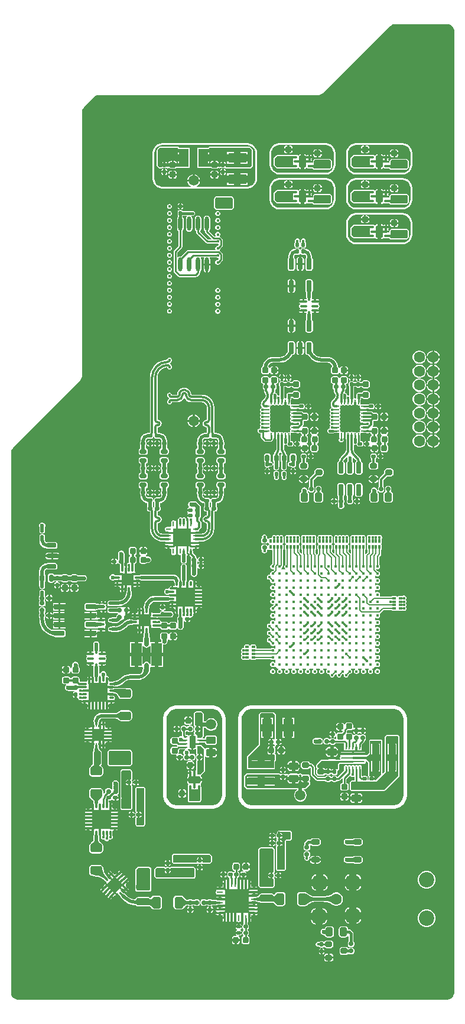
<source format=gtl>
G04*
G04 #@! TF.GenerationSoftware,Altium Limited,Altium Designer,21.7.2 (23)*
G04*
G04 Layer_Physical_Order=1*
G04 Layer_Color=255*
%FSLAX43Y43*%
%MOMM*%
G71*
G04*
G04 #@! TF.SameCoordinates,9207B031-9538-4005-B85C-AF880B68FBDC*
G04*
G04*
G04 #@! TF.FilePolarity,Positive*
G04*
G01*
G75*
%ADD10C,0.250*%
%ADD11C,0.350*%
%ADD12C,0.200*%
%ADD13C,0.150*%
G04:AMPARAMS|DCode=20|XSize=0.5mm|YSize=0.6mm|CornerRadius=0.125mm|HoleSize=0mm|Usage=FLASHONLY|Rotation=0.000|XOffset=0mm|YOffset=0mm|HoleType=Round|Shape=RoundedRectangle|*
%AMROUNDEDRECTD20*
21,1,0.500,0.350,0,0,0.0*
21,1,0.250,0.600,0,0,0.0*
1,1,0.250,0.125,-0.175*
1,1,0.250,-0.125,-0.175*
1,1,0.250,-0.125,0.175*
1,1,0.250,0.125,0.175*
%
%ADD20ROUNDEDRECTD20*%
G04:AMPARAMS|DCode=21|XSize=0.5mm|YSize=0.6mm|CornerRadius=0.125mm|HoleSize=0mm|Usage=FLASHONLY|Rotation=90.000|XOffset=0mm|YOffset=0mm|HoleType=Round|Shape=RoundedRectangle|*
%AMROUNDEDRECTD21*
21,1,0.500,0.350,0,0,90.0*
21,1,0.250,0.600,0,0,90.0*
1,1,0.250,0.175,0.125*
1,1,0.250,0.175,-0.125*
1,1,0.250,-0.175,-0.125*
1,1,0.250,-0.175,0.125*
%
%ADD21ROUNDEDRECTD21*%
%ADD22O,0.800X0.250*%
%ADD23O,0.250X0.800*%
%ADD24C,0.450*%
G04:AMPARAMS|DCode=25|XSize=0.25mm|YSize=0.8mm|CornerRadius=0.063mm|HoleSize=0mm|Usage=FLASHONLY|Rotation=0.000|XOffset=0mm|YOffset=0mm|HoleType=Round|Shape=RoundedRectangle|*
%AMROUNDEDRECTD25*
21,1,0.250,0.675,0,0,0.0*
21,1,0.125,0.800,0,0,0.0*
1,1,0.125,0.063,-0.338*
1,1,0.125,-0.063,-0.338*
1,1,0.125,-0.063,0.338*
1,1,0.125,0.063,0.338*
%
%ADD25ROUNDEDRECTD25*%
G04:AMPARAMS|DCode=26|XSize=0.25mm|YSize=3.4mm|CornerRadius=0.063mm|HoleSize=0mm|Usage=FLASHONLY|Rotation=90.000|XOffset=0mm|YOffset=0mm|HoleType=Round|Shape=RoundedRectangle|*
%AMROUNDEDRECTD26*
21,1,0.250,3.275,0,0,90.0*
21,1,0.125,3.400,0,0,90.0*
1,1,0.125,1.638,0.063*
1,1,0.125,1.638,-0.063*
1,1,0.125,-1.638,-0.063*
1,1,0.125,-1.638,0.063*
%
%ADD26ROUNDEDRECTD26*%
G04:AMPARAMS|DCode=27|XSize=0.61mm|YSize=0.6mm|CornerRadius=0.15mm|HoleSize=0mm|Usage=FLASHONLY|Rotation=180.000|XOffset=0mm|YOffset=0mm|HoleType=Round|Shape=RoundedRectangle|*
%AMROUNDEDRECTD27*
21,1,0.610,0.300,0,0,180.0*
21,1,0.310,0.600,0,0,180.0*
1,1,0.300,-0.155,0.150*
1,1,0.300,0.155,0.150*
1,1,0.300,0.155,-0.150*
1,1,0.300,-0.155,-0.150*
%
%ADD27ROUNDEDRECTD27*%
G04:AMPARAMS|DCode=28|XSize=0.8mm|YSize=1mm|CornerRadius=0.2mm|HoleSize=0mm|Usage=FLASHONLY|Rotation=90.000|XOffset=0mm|YOffset=0mm|HoleType=Round|Shape=RoundedRectangle|*
%AMROUNDEDRECTD28*
21,1,0.800,0.600,0,0,90.0*
21,1,0.400,1.000,0,0,90.0*
1,1,0.400,0.300,0.200*
1,1,0.400,0.300,-0.200*
1,1,0.400,-0.300,-0.200*
1,1,0.400,-0.300,0.200*
%
%ADD28ROUNDEDRECTD28*%
G04:AMPARAMS|DCode=29|XSize=0.61mm|YSize=0.6mm|CornerRadius=0.15mm|HoleSize=0mm|Usage=FLASHONLY|Rotation=90.000|XOffset=0mm|YOffset=0mm|HoleType=Round|Shape=RoundedRectangle|*
%AMROUNDEDRECTD29*
21,1,0.610,0.300,0,0,90.0*
21,1,0.310,0.600,0,0,90.0*
1,1,0.300,0.150,0.155*
1,1,0.300,0.150,-0.155*
1,1,0.300,-0.150,-0.155*
1,1,0.300,-0.150,0.155*
%
%ADD29ROUNDEDRECTD29*%
G04:AMPARAMS|DCode=30|XSize=0.9mm|YSize=0.8mm|CornerRadius=0.2mm|HoleSize=0mm|Usage=FLASHONLY|Rotation=90.000|XOffset=0mm|YOffset=0mm|HoleType=Round|Shape=RoundedRectangle|*
%AMROUNDEDRECTD30*
21,1,0.900,0.400,0,0,90.0*
21,1,0.500,0.800,0,0,90.0*
1,1,0.400,0.200,0.250*
1,1,0.400,0.200,-0.250*
1,1,0.400,-0.200,-0.250*
1,1,0.400,-0.200,0.250*
%
%ADD30ROUNDEDRECTD30*%
G04:AMPARAMS|DCode=31|XSize=0.9mm|YSize=0.8mm|CornerRadius=0.2mm|HoleSize=0mm|Usage=FLASHONLY|Rotation=0.000|XOffset=0mm|YOffset=0mm|HoleType=Round|Shape=RoundedRectangle|*
%AMROUNDEDRECTD31*
21,1,0.900,0.400,0,0,0.0*
21,1,0.500,0.800,0,0,0.0*
1,1,0.400,0.250,-0.200*
1,1,0.400,-0.250,-0.200*
1,1,0.400,-0.250,0.200*
1,1,0.400,0.250,0.200*
%
%ADD31ROUNDEDRECTD31*%
%ADD32O,0.700X0.250*%
%ADD33O,0.250X0.700*%
G04:AMPARAMS|DCode=34|XSize=1.05mm|YSize=1.3mm|CornerRadius=0.263mm|HoleSize=0mm|Usage=FLASHONLY|Rotation=180.000|XOffset=0mm|YOffset=0mm|HoleType=Round|Shape=RoundedRectangle|*
%AMROUNDEDRECTD34*
21,1,1.050,0.775,0,0,180.0*
21,1,0.525,1.300,0,0,180.0*
1,1,0.525,-0.263,0.388*
1,1,0.525,0.263,0.388*
1,1,0.525,0.263,-0.388*
1,1,0.525,-0.263,-0.388*
%
%ADD34ROUNDEDRECTD34*%
G04:AMPARAMS|DCode=35|XSize=0.76mm|YSize=1.65mm|CornerRadius=0.19mm|HoleSize=0mm|Usage=FLASHONLY|Rotation=0.000|XOffset=0mm|YOffset=0mm|HoleType=Round|Shape=RoundedRectangle|*
%AMROUNDEDRECTD35*
21,1,0.760,1.270,0,0,0.0*
21,1,0.380,1.650,0,0,0.0*
1,1,0.380,0.190,-0.635*
1,1,0.380,-0.190,-0.635*
1,1,0.380,-0.190,0.635*
1,1,0.380,0.190,0.635*
%
%ADD35ROUNDEDRECTD35*%
G04:AMPARAMS|DCode=36|XSize=0.8mm|YSize=1.2mm|CornerRadius=0.2mm|HoleSize=0mm|Usage=FLASHONLY|Rotation=270.000|XOffset=0mm|YOffset=0mm|HoleType=Round|Shape=RoundedRectangle|*
%AMROUNDEDRECTD36*
21,1,0.800,0.800,0,0,270.0*
21,1,0.400,1.200,0,0,270.0*
1,1,0.400,-0.400,-0.200*
1,1,0.400,-0.400,0.200*
1,1,0.400,0.400,0.200*
1,1,0.400,0.400,-0.200*
%
%ADD36ROUNDEDRECTD36*%
G04:AMPARAMS|DCode=37|XSize=1.4mm|YSize=1.1mm|CornerRadius=0.275mm|HoleSize=0mm|Usage=FLASHONLY|Rotation=0.000|XOffset=0mm|YOffset=0mm|HoleType=Round|Shape=RoundedRectangle|*
%AMROUNDEDRECTD37*
21,1,1.400,0.550,0,0,0.0*
21,1,0.850,1.100,0,0,0.0*
1,1,0.550,0.425,-0.275*
1,1,0.550,-0.425,-0.275*
1,1,0.550,-0.425,0.275*
1,1,0.550,0.425,0.275*
%
%ADD37ROUNDEDRECTD37*%
%ADD38R,0.980X3.700*%
%ADD39R,3.700X0.980*%
%ADD40R,1.400X2.600*%
G04:AMPARAMS|DCode=41|XSize=0.64mm|YSize=1.02mm|CornerRadius=0.16mm|HoleSize=0mm|Usage=FLASHONLY|Rotation=0.000|XOffset=0mm|YOffset=0mm|HoleType=Round|Shape=RoundedRectangle|*
%AMROUNDEDRECTD41*
21,1,0.640,0.700,0,0,0.0*
21,1,0.320,1.020,0,0,0.0*
1,1,0.320,0.160,-0.350*
1,1,0.320,-0.160,-0.350*
1,1,0.320,-0.160,0.350*
1,1,0.320,0.160,0.350*
%
%ADD41ROUNDEDRECTD41*%
G04:AMPARAMS|DCode=42|XSize=0.375mm|YSize=0.55mm|CornerRadius=0.094mm|HoleSize=0mm|Usage=FLASHONLY|Rotation=90.000|XOffset=0mm|YOffset=0mm|HoleType=Round|Shape=RoundedRectangle|*
%AMROUNDEDRECTD42*
21,1,0.375,0.363,0,0,90.0*
21,1,0.188,0.550,0,0,90.0*
1,1,0.188,0.181,0.094*
1,1,0.188,0.181,-0.094*
1,1,0.188,-0.181,-0.094*
1,1,0.188,-0.181,0.094*
%
%ADD42ROUNDEDRECTD42*%
G04:AMPARAMS|DCode=43|XSize=0.375mm|YSize=0.55mm|CornerRadius=0.094mm|HoleSize=0mm|Usage=FLASHONLY|Rotation=0.000|XOffset=0mm|YOffset=0mm|HoleType=Round|Shape=RoundedRectangle|*
%AMROUNDEDRECTD43*
21,1,0.375,0.363,0,0,0.0*
21,1,0.188,0.550,0,0,0.0*
1,1,0.188,0.094,-0.181*
1,1,0.188,-0.094,-0.181*
1,1,0.188,-0.094,0.181*
1,1,0.188,0.094,0.181*
%
%ADD43ROUNDEDRECTD43*%
%ADD44R,0.375X0.550*%
G04:AMPARAMS|DCode=45|XSize=0.64mm|YSize=1.02mm|CornerRadius=0.16mm|HoleSize=0mm|Usage=FLASHONLY|Rotation=270.000|XOffset=0mm|YOffset=0mm|HoleType=Round|Shape=RoundedRectangle|*
%AMROUNDEDRECTD45*
21,1,0.640,0.700,0,0,270.0*
21,1,0.320,1.020,0,0,270.0*
1,1,0.320,-0.350,-0.160*
1,1,0.320,-0.350,0.160*
1,1,0.320,0.350,0.160*
1,1,0.320,0.350,-0.160*
%
%ADD45ROUNDEDRECTD45*%
G04:AMPARAMS|DCode=46|XSize=0.6mm|YSize=1.7mm|CornerRadius=0.15mm|HoleSize=0mm|Usage=FLASHONLY|Rotation=90.000|XOffset=0mm|YOffset=0mm|HoleType=Round|Shape=RoundedRectangle|*
%AMROUNDEDRECTD46*
21,1,0.600,1.400,0,0,90.0*
21,1,0.300,1.700,0,0,90.0*
1,1,0.300,0.700,0.150*
1,1,0.300,0.700,-0.150*
1,1,0.300,-0.700,-0.150*
1,1,0.300,-0.700,0.150*
%
%ADD46ROUNDEDRECTD46*%
G04:AMPARAMS|DCode=47|XSize=0.6mm|YSize=1.4mm|CornerRadius=0.15mm|HoleSize=0mm|Usage=FLASHONLY|Rotation=90.000|XOffset=0mm|YOffset=0mm|HoleType=Round|Shape=RoundedRectangle|*
%AMROUNDEDRECTD47*
21,1,0.600,1.100,0,0,90.0*
21,1,0.300,1.400,0,0,90.0*
1,1,0.300,0.550,0.150*
1,1,0.300,0.550,-0.150*
1,1,0.300,-0.550,-0.150*
1,1,0.300,-0.550,0.150*
%
%ADD47ROUNDEDRECTD47*%
%ADD48R,1.520X0.760*%
G04:AMPARAMS|DCode=49|XSize=0.76mm|YSize=1.52mm|CornerRadius=0.19mm|HoleSize=0mm|Usage=FLASHONLY|Rotation=270.000|XOffset=0mm|YOffset=0mm|HoleType=Round|Shape=RoundedRectangle|*
%AMROUNDEDRECTD49*
21,1,0.760,1.140,0,0,270.0*
21,1,0.380,1.520,0,0,270.0*
1,1,0.380,-0.570,-0.190*
1,1,0.380,-0.570,0.190*
1,1,0.380,0.570,0.190*
1,1,0.380,0.570,-0.190*
%
%ADD49ROUNDEDRECTD49*%
%ADD50O,0.700X0.300*%
%ADD51O,0.300X0.700*%
%ADD52O,0.700X1.500*%
%ADD53R,1.500X3.250*%
G04:AMPARAMS|DCode=54|XSize=0.25mm|YSize=0.56mm|CornerRadius=0.063mm|HoleSize=0mm|Usage=FLASHONLY|Rotation=270.000|XOffset=0mm|YOffset=0mm|HoleType=Round|Shape=RoundedRectangle|*
%AMROUNDEDRECTD54*
21,1,0.250,0.435,0,0,270.0*
21,1,0.125,0.560,0,0,270.0*
1,1,0.125,-0.217,-0.063*
1,1,0.125,-0.217,0.063*
1,1,0.125,0.217,0.063*
1,1,0.125,0.217,-0.063*
%
%ADD54ROUNDEDRECTD54*%
%ADD55O,0.360X0.990*%
%ADD56O,0.990X0.360*%
G04:AMPARAMS|DCode=57|XSize=1.25mm|YSize=1.7mm|CornerRadius=0.313mm|HoleSize=0mm|Usage=FLASHONLY|Rotation=90.000|XOffset=0mm|YOffset=0mm|HoleType=Round|Shape=RoundedRectangle|*
%AMROUNDEDRECTD57*
21,1,1.250,1.075,0,0,90.0*
21,1,0.625,1.700,0,0,90.0*
1,1,0.625,0.538,0.313*
1,1,0.625,0.538,-0.313*
1,1,0.625,-0.538,-0.313*
1,1,0.625,-0.538,0.313*
%
%ADD57ROUNDEDRECTD57*%
%ADD58O,0.250X0.750*%
%ADD59O,0.750X0.250*%
G04:AMPARAMS|DCode=60|XSize=1.02mm|YSize=1.98mm|CornerRadius=0.255mm|HoleSize=0mm|Usage=FLASHONLY|Rotation=0.000|XOffset=0mm|YOffset=0mm|HoleType=Round|Shape=RoundedRectangle|*
%AMROUNDEDRECTD60*
21,1,1.020,1.470,0,0,0.0*
21,1,0.510,1.980,0,0,0.0*
1,1,0.510,0.255,-0.735*
1,1,0.510,-0.255,-0.735*
1,1,0.510,-0.255,0.735*
1,1,0.510,0.255,0.735*
%
%ADD60ROUNDEDRECTD60*%
G04:AMPARAMS|DCode=61|XSize=1.05mm|YSize=1.3mm|CornerRadius=0.263mm|HoleSize=0mm|Usage=FLASHONLY|Rotation=270.000|XOffset=0mm|YOffset=0mm|HoleType=Round|Shape=RoundedRectangle|*
%AMROUNDEDRECTD61*
21,1,1.050,0.775,0,0,270.0*
21,1,0.525,1.300,0,0,270.0*
1,1,0.525,-0.388,-0.263*
1,1,0.525,-0.388,0.263*
1,1,0.525,0.388,0.263*
1,1,0.525,0.388,-0.263*
%
%ADD61ROUNDEDRECTD61*%
G04:AMPARAMS|DCode=62|XSize=0.25mm|YSize=0.75mm|CornerRadius=0mm|HoleSize=0mm|Usage=FLASHONLY|Rotation=45.000|XOffset=0mm|YOffset=0mm|HoleType=Round|Shape=Round|*
%AMOVALD62*
21,1,0.500,0.250,0.000,0.000,135.0*
1,1,0.250,0.177,-0.177*
1,1,0.250,-0.177,0.177*
%
%ADD62OVALD62*%

G04:AMPARAMS|DCode=63|XSize=0.25mm|YSize=0.75mm|CornerRadius=0mm|HoleSize=0mm|Usage=FLASHONLY|Rotation=315.000|XOffset=0mm|YOffset=0mm|HoleType=Round|Shape=Round|*
%AMOVALD63*
21,1,0.500,0.250,0.000,0.000,45.0*
1,1,0.250,-0.177,-0.177*
1,1,0.250,0.177,0.177*
%
%ADD63OVALD63*%

G04:AMPARAMS|DCode=64|XSize=1.02mm|YSize=1.98mm|CornerRadius=0.255mm|HoleSize=0mm|Usage=FLASHONLY|Rotation=90.000|XOffset=0mm|YOffset=0mm|HoleType=Round|Shape=RoundedRectangle|*
%AMROUNDEDRECTD64*
21,1,1.020,1.470,0,0,90.0*
21,1,0.510,1.980,0,0,90.0*
1,1,0.510,0.735,0.255*
1,1,0.510,0.735,-0.255*
1,1,0.510,-0.735,-0.255*
1,1,0.510,-0.735,0.255*
%
%ADD64ROUNDEDRECTD64*%
G04:AMPARAMS|DCode=65|XSize=1.25mm|YSize=1.7mm|CornerRadius=0.313mm|HoleSize=0mm|Usage=FLASHONLY|Rotation=180.000|XOffset=0mm|YOffset=0mm|HoleType=Round|Shape=RoundedRectangle|*
%AMROUNDEDRECTD65*
21,1,1.250,1.075,0,0,180.0*
21,1,0.625,1.700,0,0,180.0*
1,1,0.625,-0.313,0.538*
1,1,0.625,0.313,0.538*
1,1,0.625,0.313,-0.538*
1,1,0.625,-0.313,-0.538*
%
%ADD65ROUNDEDRECTD65*%
G04:AMPARAMS|DCode=66|XSize=1mm|YSize=2.9mm|CornerRadius=0.25mm|HoleSize=0mm|Usage=FLASHONLY|Rotation=270.000|XOffset=0mm|YOffset=0mm|HoleType=Round|Shape=RoundedRectangle|*
%AMROUNDEDRECTD66*
21,1,1.000,2.400,0,0,270.0*
21,1,0.500,2.900,0,0,270.0*
1,1,0.500,-1.200,-0.250*
1,1,0.500,-1.200,0.250*
1,1,0.500,1.200,0.250*
1,1,0.500,1.200,-0.250*
%
%ADD66ROUNDEDRECTD66*%
%ADD67O,0.900X0.250*%
%ADD68O,0.250X0.900*%
%ADD69C,1.500*%
G04:AMPARAMS|DCode=70|XSize=2mm|YSize=2mm|CornerRadius=0.5mm|HoleSize=0mm|Usage=FLASHONLY|Rotation=180.000|XOffset=0mm|YOffset=0mm|HoleType=Round|Shape=RoundedRectangle|*
%AMROUNDEDRECTD70*
21,1,2.000,1.000,0,0,180.0*
21,1,1.000,2.000,0,0,180.0*
1,1,1.000,-0.500,0.500*
1,1,1.000,0.500,0.500*
1,1,1.000,0.500,-0.500*
1,1,1.000,-0.500,-0.500*
%
%ADD70ROUNDEDRECTD70*%
%ADD71C,1.600*%
%ADD72R,1.000X2.900*%
G04:AMPARAMS|DCode=73|XSize=0.5mm|YSize=0.25mm|CornerRadius=0.031mm|HoleSize=0mm|Usage=FLASHONLY|Rotation=180.000|XOffset=0mm|YOffset=0mm|HoleType=Round|Shape=RoundedRectangle|*
%AMROUNDEDRECTD73*
21,1,0.500,0.188,0,0,180.0*
21,1,0.438,0.250,0,0,180.0*
1,1,0.063,-0.219,0.094*
1,1,0.063,0.219,0.094*
1,1,0.063,0.219,-0.094*
1,1,0.063,-0.219,-0.094*
%
%ADD73ROUNDEDRECTD73*%
G04:AMPARAMS|DCode=74|XSize=0.45mm|YSize=0.3mm|CornerRadius=0.038mm|HoleSize=0mm|Usage=FLASHONLY|Rotation=270.000|XOffset=0mm|YOffset=0mm|HoleType=Round|Shape=RoundedRectangle|*
%AMROUNDEDRECTD74*
21,1,0.450,0.225,0,0,270.0*
21,1,0.375,0.300,0,0,270.0*
1,1,0.075,-0.113,-0.188*
1,1,0.075,-0.113,0.188*
1,1,0.075,0.113,0.188*
1,1,0.075,0.113,-0.188*
%
%ADD74ROUNDEDRECTD74*%
G04:AMPARAMS|DCode=75|XSize=0.36mm|YSize=0.99mm|CornerRadius=0.09mm|HoleSize=0mm|Usage=FLASHONLY|Rotation=270.000|XOffset=0mm|YOffset=0mm|HoleType=Round|Shape=RoundedRectangle|*
%AMROUNDEDRECTD75*
21,1,0.360,0.810,0,0,270.0*
21,1,0.180,0.990,0,0,270.0*
1,1,0.180,-0.405,-0.090*
1,1,0.180,-0.405,0.090*
1,1,0.180,0.405,0.090*
1,1,0.180,0.405,-0.090*
%
%ADD75ROUNDEDRECTD75*%
%ADD76O,0.600X2.000*%
G04:AMPARAMS|DCode=77|XSize=0.45mm|YSize=0.3mm|CornerRadius=0.038mm|HoleSize=0mm|Usage=FLASHONLY|Rotation=180.000|XOffset=0mm|YOffset=0mm|HoleType=Round|Shape=RoundedRectangle|*
%AMROUNDEDRECTD77*
21,1,0.450,0.225,0,0,180.0*
21,1,0.375,0.300,0,0,180.0*
1,1,0.075,-0.188,0.113*
1,1,0.075,0.188,0.113*
1,1,0.075,0.188,-0.113*
1,1,0.075,-0.188,-0.113*
%
%ADD77ROUNDEDRECTD77*%
%ADD78R,2.600X1.400*%
%ADD85C,0.500*%
%ADD87C,0.300*%
%ADD162C,0.600*%
%ADD163C,0.315*%
%ADD164C,0.400*%
%ADD165C,0.315*%
%ADD166C,0.185*%
%ADD167C,0.320*%
%ADD168C,0.110*%
%ADD169C,0.170*%
%ADD170R,2.500X2.500*%
%ADD171C,4.500*%
%ADD172C,6.000*%
%ADD173O,0.500X1.500*%
%ADD174C,2.200*%
G04:AMPARAMS|DCode=175|XSize=2.7mm|YSize=2.7mm|CornerRadius=0.27mm|HoleSize=0mm|Usage=FLASHONLY|Rotation=0.000|XOffset=0mm|YOffset=0mm|HoleType=Round|Shape=RoundedRectangle|*
%AMROUNDEDRECTD175*
21,1,2.700,2.160,0,0,0.0*
21,1,2.160,2.700,0,0,0.0*
1,1,0.540,1.080,-1.080*
1,1,0.540,-1.080,-1.080*
1,1,0.540,-1.080,1.080*
1,1,0.540,1.080,1.080*
%
%ADD175ROUNDEDRECTD175*%
G04:AMPARAMS|DCode=176|XSize=2.7mm|YSize=2.7mm|CornerRadius=0.27mm|HoleSize=0mm|Usage=FLASHONLY|Rotation=270.000|XOffset=0mm|YOffset=0mm|HoleType=Round|Shape=RoundedRectangle|*
%AMROUNDEDRECTD176*
21,1,2.700,2.160,0,0,270.0*
21,1,2.160,2.700,0,0,270.0*
1,1,0.540,-1.080,-1.080*
1,1,0.540,-1.080,1.080*
1,1,0.540,1.080,1.080*
1,1,0.540,1.080,-1.080*
%
%ADD176ROUNDEDRECTD176*%
G04:AMPARAMS|DCode=177|XSize=1.73mm|YSize=1.73mm|CornerRadius=0.173mm|HoleSize=0mm|Usage=FLASHONLY|Rotation=270.000|XOffset=0mm|YOffset=0mm|HoleType=Round|Shape=RoundedRectangle|*
%AMROUNDEDRECTD177*
21,1,1.730,1.384,0,0,270.0*
21,1,1.384,1.730,0,0,270.0*
1,1,0.346,-0.692,-0.692*
1,1,0.346,-0.692,0.692*
1,1,0.346,0.692,0.692*
1,1,0.346,0.692,-0.692*
%
%ADD177ROUNDEDRECTD177*%
G04:AMPARAMS|DCode=178|XSize=1.73mm|YSize=1.73mm|CornerRadius=0.173mm|HoleSize=0mm|Usage=FLASHONLY|Rotation=315.000|XOffset=0mm|YOffset=0mm|HoleType=Round|Shape=RoundedRectangle|*
%AMROUNDEDRECTD178*
21,1,1.730,1.384,0,0,315.0*
21,1,1.384,1.730,0,0,315.0*
1,1,0.346,0.000,-0.979*
1,1,0.346,-0.979,0.000*
1,1,0.346,0.000,0.979*
1,1,0.346,0.979,0.000*
%
%ADD178ROUNDEDRECTD178*%
G04:AMPARAMS|DCode=179|XSize=3.4mm|YSize=3.4mm|CornerRadius=0.34mm|HoleSize=0mm|Usage=FLASHONLY|Rotation=0.000|XOffset=0mm|YOffset=0mm|HoleType=Round|Shape=RoundedRectangle|*
%AMROUNDEDRECTD179*
21,1,3.400,2.720,0,0,0.0*
21,1,2.720,3.400,0,0,0.0*
1,1,0.680,1.360,-1.360*
1,1,0.680,-1.360,-1.360*
1,1,0.680,-1.360,1.360*
1,1,0.680,1.360,1.360*
%
%ADD179ROUNDEDRECTD179*%
G04:AMPARAMS|DCode=180|XSize=0.9mm|YSize=1.8mm|CornerRadius=0.225mm|HoleSize=0mm|Usage=FLASHONLY|Rotation=180.000|XOffset=0mm|YOffset=0mm|HoleType=Round|Shape=RoundedRectangle|*
%AMROUNDEDRECTD180*
21,1,0.900,1.350,0,0,180.0*
21,1,0.450,1.800,0,0,180.0*
1,1,0.450,-0.225,0.675*
1,1,0.450,0.225,0.675*
1,1,0.450,0.225,-0.675*
1,1,0.450,-0.225,-0.675*
%
%ADD180ROUNDEDRECTD180*%
G04:AMPARAMS|DCode=181|XSize=1mm|YSize=1.8mm|CornerRadius=0.25mm|HoleSize=0mm|Usage=FLASHONLY|Rotation=270.000|XOffset=0mm|YOffset=0mm|HoleType=Round|Shape=RoundedRectangle|*
%AMROUNDEDRECTD181*
21,1,1.000,1.300,0,0,270.0*
21,1,0.500,1.800,0,0,270.0*
1,1,0.500,-0.650,-0.250*
1,1,0.500,-0.650,0.250*
1,1,0.500,0.650,0.250*
1,1,0.500,0.650,-0.250*
%
%ADD181ROUNDEDRECTD181*%
G04:AMPARAMS|DCode=182|XSize=1mm|YSize=1.8mm|CornerRadius=0.25mm|HoleSize=0mm|Usage=FLASHONLY|Rotation=180.000|XOffset=0mm|YOffset=0mm|HoleType=Round|Shape=RoundedRectangle|*
%AMROUNDEDRECTD182*
21,1,1.000,1.300,0,0,180.0*
21,1,0.500,1.800,0,0,180.0*
1,1,0.500,-0.250,0.650*
1,1,0.500,0.250,0.650*
1,1,0.500,0.250,-0.650*
1,1,0.500,-0.250,-0.650*
%
%ADD182ROUNDEDRECTD182*%
G04:AMPARAMS|DCode=183|XSize=1.7mm|YSize=1.7mm|CornerRadius=0.17mm|HoleSize=0mm|Usage=FLASHONLY|Rotation=270.000|XOffset=0mm|YOffset=0mm|HoleType=Round|Shape=RoundedRectangle|*
%AMROUNDEDRECTD183*
21,1,1.700,1.360,0,0,270.0*
21,1,1.360,1.700,0,0,270.0*
1,1,0.340,-0.680,-0.680*
1,1,0.340,-0.680,0.680*
1,1,0.340,0.680,0.680*
1,1,0.340,0.680,-0.680*
%
%ADD183ROUNDEDRECTD183*%
G04:AMPARAMS|DCode=184|XSize=1.7mm|YSize=1.7mm|CornerRadius=0.17mm|HoleSize=0mm|Usage=FLASHONLY|Rotation=0.000|XOffset=0mm|YOffset=0mm|HoleType=Round|Shape=RoundedRectangle|*
%AMROUNDEDRECTD184*
21,1,1.700,1.360,0,0,0.0*
21,1,1.360,1.700,0,0,0.0*
1,1,0.340,0.680,-0.680*
1,1,0.340,-0.680,-0.680*
1,1,0.340,-0.680,0.680*
1,1,0.340,0.680,0.680*
%
%ADD184ROUNDEDRECTD184*%
%ADD185C,0.600*%
%ADD186C,0.400*%
%ADD187C,0.500*%
G36*
X183785Y189700D02*
Y189700D01*
X191240Y189700D01*
X191338Y189700D01*
X191532Y189662D01*
X191714Y189586D01*
X191877Y189477D01*
X192017Y189337D01*
X192126Y189174D01*
X192202Y188992D01*
X192240Y188798D01*
X192240Y188700D01*
X192240Y188700D01*
X192240Y188700D01*
X192240Y51000D01*
X192240Y50902D01*
X192202Y50708D01*
X192126Y50526D01*
X192017Y50363D01*
X191877Y50223D01*
X191714Y50114D01*
X191532Y50038D01*
X191338Y50000D01*
X191240Y50000D01*
X129641D01*
X129448Y50038D01*
X129266Y50114D01*
X129103Y50223D01*
X128963Y50363D01*
X128854Y50526D01*
X128778Y50708D01*
X128740Y50902D01*
X128740Y51000D01*
X128740Y51000D01*
X128740Y128305D01*
X128740Y128411D01*
X128781Y128618D01*
X128862Y128814D01*
X128980Y128990D01*
X129055Y129065D01*
X129055Y129065D01*
X138600Y138610D01*
X138665Y138682D01*
X138773Y138843D01*
X138847Y139023D01*
X138885Y139214D01*
X138890Y139311D01*
X138890Y139311D01*
X138890Y177046D01*
X138890Y177154D01*
X138932Y177366D01*
X139015Y177565D01*
X139135Y177745D01*
X139211Y177821D01*
X139211Y177821D01*
X139211Y177821D01*
X140622Y179232D01*
X140698Y179308D01*
X140876Y179427D01*
X141073Y179508D01*
X141282Y179550D01*
X141389Y179550D01*
Y179550D01*
X172779D01*
X172876Y179555D01*
X173067Y179593D01*
X173247Y179667D01*
X173408Y179775D01*
X173480Y179840D01*
Y179840D01*
X183025Y189385D01*
X183100Y189460D01*
X183276Y189578D01*
X183472Y189659D01*
X183679Y189700D01*
X183785Y189700D01*
D02*
G37*
%LPC*%
G36*
X167102Y172650D02*
X166812Y172593D01*
X166539Y172480D01*
X166294Y172315D01*
X166085Y172106D01*
X165920Y171861D01*
X165807Y171588D01*
X165750Y171298D01*
X165750Y171150D01*
Y170150D01*
Y169700D01*
X165750Y169547D01*
X165810Y169248D01*
X165926Y168966D01*
X166096Y168712D01*
X166312Y168496D01*
X166566Y168326D01*
X166848Y168210D01*
X167147Y168150D01*
X167300Y168150D01*
X173750D01*
X173898Y168150D01*
X174188Y168208D01*
X174461Y168321D01*
X174706Y168485D01*
X174915Y168694D01*
X175079Y168939D01*
X175192Y169212D01*
X175250Y169502D01*
X175250Y169650D01*
X175250Y169650D01*
X175250Y171150D01*
X175250Y171298D01*
X175192Y171588D01*
X175079Y171861D01*
X174915Y172106D01*
X174706Y172315D01*
X174461Y172479D01*
X174188Y172592D01*
X173898Y172650D01*
X173750Y172650D01*
X173750Y172650D01*
X173750Y172650D01*
X167250Y172650D01*
X167102Y172650D01*
D02*
G37*
G36*
X178102Y172650D02*
X177812Y172593D01*
X177539Y172480D01*
X177294Y172315D01*
X177085Y172106D01*
X176920Y171861D01*
X176807Y171588D01*
X176750Y171298D01*
X176750Y171150D01*
Y170150D01*
Y169650D01*
X176750Y169502D01*
X176808Y169212D01*
X176921Y168939D01*
X177085Y168694D01*
X177294Y168485D01*
X177539Y168321D01*
X177812Y168208D01*
X178102Y168150D01*
X178250Y168150D01*
X184898D01*
X185188Y168208D01*
X185461Y168321D01*
X185706Y168485D01*
X185915Y168694D01*
X186079Y168939D01*
X186192Y169212D01*
X186250Y169502D01*
Y169650D01*
X186250Y169650D01*
X186250Y171150D01*
X186250Y171298D01*
X186192Y171588D01*
X186079Y171861D01*
X185915Y172106D01*
X185706Y172315D01*
X185461Y172479D01*
X185188Y172592D01*
X184898Y172650D01*
X184750Y172650D01*
X184750Y172650D01*
X184750Y172650D01*
X178250Y172650D01*
X178102Y172650D01*
D02*
G37*
G36*
X150352Y172650D02*
X150062Y172593D01*
X149789Y172480D01*
X149543Y172316D01*
X149334Y172107D01*
X149170Y171861D01*
X149057Y171588D01*
X149000Y171298D01*
X149000Y171150D01*
X149000Y171150D01*
X149000Y171150D01*
X149000Y170400D01*
X149000Y167650D01*
X149000Y167502D01*
X149058Y167212D01*
X149171Y166939D01*
X149335Y166694D01*
X149544Y166485D01*
X149789Y166321D01*
X150062Y166208D01*
X150352Y166150D01*
X150500Y166150D01*
X162500D01*
X162648Y166150D01*
X162938Y166208D01*
X163211Y166321D01*
X163456Y166485D01*
X163665Y166694D01*
X163829Y166939D01*
X163942Y167212D01*
X164000Y167502D01*
X164000Y167650D01*
X164000Y167650D01*
X164000Y171150D01*
X164000Y171298D01*
X163943Y171588D01*
X163830Y171861D01*
X163665Y172107D01*
X163457Y172315D01*
X163211Y172480D01*
X162938Y172593D01*
X162648Y172650D01*
X162500Y172650D01*
X162500Y172650D01*
X162500Y172650D01*
X150500Y172650D01*
X150352Y172650D01*
D02*
G37*
G36*
X153150Y164050D02*
Y163750D01*
X153405D01*
Y163775D01*
X153384Y163882D01*
X153323Y163973D01*
X153232Y164034D01*
X153150Y164050D01*
D02*
G37*
G36*
X152850D02*
X152768Y164034D01*
X152677Y163973D01*
X152616Y163882D01*
X152595Y163775D01*
Y163750D01*
X152850D01*
Y164050D01*
D02*
G37*
G36*
X151512Y163943D02*
X151372D01*
X151244Y163890D01*
X151145Y163791D01*
X151092Y163663D01*
Y163523D01*
X151145Y163395D01*
X151244Y163296D01*
X151372Y163243D01*
X151512D01*
X151640Y163296D01*
X151739Y163395D01*
X151792Y163523D01*
Y163663D01*
X151739Y163791D01*
X151640Y163890D01*
X151512Y163943D01*
D02*
G37*
G36*
X167102Y167650D02*
X166812Y167593D01*
X166539Y167480D01*
X166294Y167315D01*
X166085Y167106D01*
X165920Y166861D01*
X165807Y166588D01*
X165750Y166298D01*
X165750Y166150D01*
Y165150D01*
Y164650D01*
X165750Y164502D01*
X165808Y164212D01*
X165921Y163939D01*
X166085Y163694D01*
X166294Y163485D01*
X166539Y163321D01*
X166812Y163208D01*
X167102Y163150D01*
X167250Y163150D01*
X173750D01*
X173898Y163150D01*
X174188Y163208D01*
X174460Y163321D01*
X174706Y163485D01*
X174915Y163694D01*
X175079Y163939D01*
X175192Y164212D01*
X175250Y164502D01*
X175250Y164650D01*
X175250Y164650D01*
X175250Y166150D01*
X175250Y166298D01*
X175192Y166588D01*
X175079Y166861D01*
X174915Y167106D01*
X174706Y167315D01*
X174461Y167479D01*
X174188Y167592D01*
X173898Y167650D01*
X173750Y167650D01*
X173750Y167650D01*
X173750Y167650D01*
X167250Y167650D01*
X167102Y167650D01*
D02*
G37*
G36*
X178102Y167650D02*
X177812Y167593D01*
X177539Y167480D01*
X177294Y167315D01*
X177085Y167106D01*
X176920Y166861D01*
X176807Y166588D01*
X176750Y166298D01*
X176750Y166150D01*
Y165150D01*
Y164650D01*
X176750Y164502D01*
X176808Y164212D01*
X176921Y163939D01*
X177085Y163694D01*
X177294Y163485D01*
X177539Y163321D01*
X177812Y163208D01*
X178102Y163150D01*
X178250Y163150D01*
X184750D01*
X184898Y163150D01*
X185188Y163208D01*
X185460Y163321D01*
X185706Y163485D01*
X185915Y163694D01*
X186079Y163939D01*
X186192Y164212D01*
X186250Y164502D01*
X186250Y164650D01*
X186250Y164650D01*
X186250Y166150D01*
X186250Y166298D01*
X186192Y166588D01*
X186079Y166861D01*
X185915Y167106D01*
X185706Y167315D01*
X185461Y167479D01*
X185188Y167592D01*
X184898Y167650D01*
X184750Y167650D01*
X184750Y167650D01*
X184750Y167650D01*
X178250D01*
X178102Y167650D01*
D02*
G37*
G36*
X153405Y163450D02*
X153150D01*
Y163150D01*
X153232Y163166D01*
X153323Y163227D01*
X153384Y163318D01*
X153405Y163425D01*
Y163450D01*
D02*
G37*
G36*
X152850D02*
X152595D01*
Y163425D01*
X152616Y163318D01*
X152677Y163227D01*
X152768Y163166D01*
X152850Y163150D01*
Y163450D01*
D02*
G37*
G36*
X160300Y165062D02*
X158200D01*
X158085Y165015D01*
X157885Y164815D01*
X157838Y164700D01*
Y163450D01*
X157885Y163335D01*
X158085Y163135D01*
X158200Y163088D01*
X160300D01*
X160415Y163135D01*
X160615Y163335D01*
X160662Y163450D01*
Y164700D01*
X160615Y164815D01*
X160415Y165015D01*
X160300Y165062D01*
D02*
G37*
G36*
X151512Y162943D02*
X151372D01*
X151244Y162890D01*
X151145Y162791D01*
X151092Y162663D01*
Y162523D01*
X151145Y162395D01*
X151244Y162296D01*
X151372Y162243D01*
X151512D01*
X151640Y162296D01*
X151739Y162395D01*
X151792Y162523D01*
Y162663D01*
X151739Y162791D01*
X151640Y162890D01*
X151512Y162943D01*
D02*
G37*
G36*
X158432Y162925D02*
X158292D01*
X158164Y162872D01*
X158065Y162773D01*
X158012Y162645D01*
Y162505D01*
X158065Y162377D01*
X158164Y162278D01*
X158292Y162225D01*
X158432D01*
X158560Y162278D01*
X158659Y162377D01*
X158712Y162505D01*
Y162645D01*
X158659Y162773D01*
X158560Y162872D01*
X158432Y162925D01*
D02*
G37*
G36*
X151512Y161943D02*
X151372D01*
X151244Y161890D01*
X151145Y161791D01*
X151092Y161663D01*
Y161523D01*
X151145Y161395D01*
X151244Y161296D01*
X151372Y161243D01*
X151512D01*
X151640Y161296D01*
X151739Y161395D01*
X151792Y161523D01*
Y161663D01*
X151739Y161791D01*
X151640Y161890D01*
X151512Y161943D01*
D02*
G37*
G36*
X158432Y161925D02*
X158292D01*
X158164Y161872D01*
X158065Y161773D01*
X158012Y161645D01*
Y161505D01*
X158065Y161377D01*
X158164Y161278D01*
X158292Y161225D01*
X158432D01*
X158560Y161278D01*
X158659Y161377D01*
X158712Y161505D01*
Y161645D01*
X158659Y161773D01*
X158560Y161872D01*
X158432Y161925D01*
D02*
G37*
G36*
X151512Y160943D02*
X151372D01*
X151244Y160890D01*
X151145Y160791D01*
X151092Y160663D01*
Y160523D01*
X151145Y160395D01*
X151244Y160296D01*
X151372Y160243D01*
X151512D01*
X151640Y160296D01*
X151739Y160395D01*
X151792Y160523D01*
Y160663D01*
X151739Y160791D01*
X151640Y160890D01*
X151512Y160943D01*
D02*
G37*
G36*
X158432Y160925D02*
X158292D01*
X158164Y160872D01*
X158065Y160773D01*
X158012Y160645D01*
Y160505D01*
X158065Y160377D01*
X158164Y160278D01*
X158292Y160225D01*
X158432D01*
X158560Y160278D01*
X158659Y160377D01*
X158712Y160505D01*
Y160645D01*
X158659Y160773D01*
X158560Y160872D01*
X158432Y160925D01*
D02*
G37*
G36*
X151512Y159943D02*
X151372D01*
X151244Y159890D01*
X151145Y159791D01*
X151092Y159663D01*
Y159523D01*
X151145Y159395D01*
X151244Y159296D01*
X151372Y159243D01*
X151512D01*
X151640Y159296D01*
X151739Y159395D01*
X151792Y159523D01*
Y159663D01*
X151739Y159791D01*
X151640Y159890D01*
X151512Y159943D01*
D02*
G37*
G36*
X170677Y158987D02*
X170538D01*
X170409Y158934D01*
X170311Y158835D01*
X170258Y158707D01*
Y158568D01*
X170286Y158499D01*
X170286Y158498D01*
X170231Y158416D01*
X170184Y158411D01*
X170137Y158416D01*
X170082Y158498D01*
X170080Y158500D01*
X170108Y158568D01*
Y158707D01*
X170054Y158835D01*
X169956Y158934D01*
X169827Y158987D01*
X169688D01*
X169559Y158934D01*
X169461Y158835D01*
X169408Y158707D01*
Y158568D01*
X169436Y158499D01*
X169436Y158498D01*
X169375Y158407D01*
X169354Y158300D01*
Y157950D01*
X169375Y157843D01*
X169436Y157752D01*
X169527Y157691D01*
X169634Y157670D01*
X169884D01*
X169991Y157691D01*
X170082Y157752D01*
X170137Y157834D01*
X170184Y157839D01*
X170231Y157834D01*
X170286Y157752D01*
X170377Y157691D01*
X170484Y157670D01*
X170734D01*
X170841Y157691D01*
X170932Y157752D01*
X170993Y157843D01*
X171014Y157950D01*
Y158300D01*
X170993Y158407D01*
X170932Y158498D01*
X170930Y158500D01*
X170958Y158568D01*
Y158707D01*
X170904Y158835D01*
X170806Y158934D01*
X170677Y158987D01*
D02*
G37*
G36*
X151512Y158943D02*
X151372D01*
X151244Y158890D01*
X151145Y158791D01*
X151092Y158663D01*
Y158523D01*
X151145Y158395D01*
X151244Y158296D01*
X151372Y158243D01*
X151512D01*
X151640Y158296D01*
X151739Y158395D01*
X151792Y158523D01*
Y158663D01*
X151739Y158791D01*
X151640Y158890D01*
X151512Y158943D01*
D02*
G37*
G36*
X178102Y162650D02*
X177812Y162593D01*
X177539Y162480D01*
X177294Y162315D01*
X177085Y162106D01*
X176920Y161861D01*
X176807Y161588D01*
X176750Y161298D01*
X176750Y161150D01*
Y160150D01*
Y159650D01*
X176750Y159502D01*
X176808Y159212D01*
X176921Y158939D01*
X177085Y158694D01*
X177294Y158485D01*
X177539Y158321D01*
X177812Y158208D01*
X178102Y158150D01*
X178250Y158150D01*
X184750D01*
X184898Y158150D01*
X185188Y158208D01*
X185461Y158321D01*
X185706Y158485D01*
X185915Y158694D01*
X186079Y158939D01*
X186192Y159212D01*
X186250Y159502D01*
X186250Y159650D01*
X186250Y159650D01*
X186250Y161150D01*
X186250Y161298D01*
X186192Y161588D01*
X186079Y161861D01*
X185915Y162106D01*
X185706Y162315D01*
X185461Y162479D01*
X185188Y162592D01*
X184898Y162650D01*
X184750Y162650D01*
X184750Y162650D01*
X184750Y162650D01*
X178250Y162650D01*
X178102Y162650D01*
D02*
G37*
G36*
X170734Y157580D02*
X170484D01*
X170377Y157559D01*
X170286Y157498D01*
X170231Y157416D01*
X170184Y157411D01*
X170137Y157416D01*
X170082Y157498D01*
X169991Y157559D01*
X169884Y157580D01*
X169634D01*
X169527Y157559D01*
X169478Y157526D01*
X169266Y157499D01*
X169017Y157395D01*
X168803Y157231D01*
X168639Y157017D01*
X168535Y156768D01*
X168500Y156500D01*
X168501D01*
Y156260D01*
X168479Y156245D01*
X168404Y156133D01*
X168377Y156000D01*
Y154730D01*
X168404Y154597D01*
X168479Y154485D01*
X168591Y154410D01*
X168724Y154383D01*
X169104D01*
X169237Y154410D01*
X169349Y154485D01*
X169424Y154597D01*
X169451Y154730D01*
Y156000D01*
X169424Y156133D01*
X169349Y156245D01*
X169317Y156267D01*
Y156500D01*
X169318D01*
X169334Y156583D01*
X169381Y156653D01*
X169451Y156700D01*
X169499Y156709D01*
X169527Y156691D01*
X169634Y156670D01*
X169884D01*
X169991Y156691D01*
X170082Y156752D01*
X170137Y156834D01*
X170184Y156839D01*
X170231Y156834D01*
X170286Y156752D01*
X170377Y156691D01*
X170484Y156670D01*
X170734D01*
X170841Y156691D01*
X170863Y156706D01*
X170892Y156700D01*
X170962Y156653D01*
X171009Y156583D01*
X171025Y156500D01*
X171026D01*
Y156250D01*
X171019Y156245D01*
X170944Y156133D01*
X170917Y156000D01*
Y154730D01*
X170944Y154597D01*
X171019Y154485D01*
X171131Y154410D01*
X171264Y154383D01*
X171644D01*
X171777Y154410D01*
X171889Y154485D01*
X171964Y154597D01*
X171991Y154730D01*
Y156000D01*
X171964Y156133D01*
X171889Y156245D01*
X171842Y156277D01*
Y156500D01*
X171843D01*
X171808Y156768D01*
X171704Y157017D01*
X171540Y157231D01*
X171326Y157395D01*
X171077Y157499D01*
X170896Y157522D01*
X170841Y157559D01*
X170734Y157580D01*
D02*
G37*
G36*
X151512Y157943D02*
X151372D01*
X151244Y157890D01*
X151145Y157791D01*
X151092Y157663D01*
Y157523D01*
X151145Y157395D01*
X151244Y157296D01*
X151372Y157243D01*
X151512D01*
X151640Y157296D01*
X151739Y157395D01*
X151792Y157523D01*
Y157663D01*
X151739Y157791D01*
X151640Y157890D01*
X151512Y157943D01*
D02*
G37*
G36*
Y156943D02*
X151372D01*
X151244Y156890D01*
X151145Y156791D01*
X151092Y156663D01*
Y156523D01*
X151145Y156395D01*
X151244Y156296D01*
X151372Y156243D01*
X151512D01*
X151640Y156296D01*
X151739Y156395D01*
X151792Y156523D01*
Y156663D01*
X151739Y156791D01*
X151640Y156890D01*
X151512Y156943D01*
D02*
G37*
G36*
X170374Y156347D02*
X170334D01*
Y155515D01*
X170721D01*
Y156000D01*
X170694Y156133D01*
X170619Y156245D01*
X170507Y156320D01*
X170374Y156347D01*
D02*
G37*
G36*
X170034D02*
X169994D01*
X169861Y156320D01*
X169749Y156245D01*
X169674Y156133D01*
X169647Y156000D01*
Y155515D01*
X170034D01*
Y156347D01*
D02*
G37*
G36*
X151512Y155943D02*
X151372D01*
X151244Y155890D01*
X151145Y155791D01*
X151092Y155663D01*
Y155523D01*
X151145Y155395D01*
X151244Y155296D01*
X151372Y155243D01*
X151512D01*
X151640Y155296D01*
X151739Y155395D01*
X151792Y155523D01*
Y155663D01*
X151739Y155791D01*
X151640Y155890D01*
X151512Y155943D01*
D02*
G37*
G36*
X153125Y163055D02*
X152875D01*
X152768Y163034D01*
X152677Y162973D01*
X152616Y162882D01*
X152595Y162775D01*
Y162425D01*
X152616Y162318D01*
X152641Y162281D01*
Y162101D01*
X152571Y161997D01*
X152536Y161821D01*
Y160421D01*
X152571Y160245D01*
X152671Y160097D01*
X152715Y160067D01*
Y157918D01*
X152102Y157305D01*
X152041Y157214D01*
X152020Y157107D01*
Y154300D01*
X152041Y154193D01*
X152102Y154102D01*
X152652Y153552D01*
X152743Y153491D01*
X152850Y153470D01*
X155200D01*
X155307Y153491D01*
X155398Y153552D01*
X155733Y153887D01*
X155794Y153978D01*
X155815Y154085D01*
Y154225D01*
X155859Y154255D01*
X155959Y154403D01*
X155994Y154579D01*
Y155979D01*
X155959Y156155D01*
X155917Y156217D01*
X155959Y156295D01*
X156381D01*
X156423Y156217D01*
X156381Y156155D01*
X156346Y155979D01*
Y155429D01*
X156805D01*
X157264D01*
Y155979D01*
X157229Y156155D01*
X157187Y156217D01*
X157229Y156295D01*
X158147D01*
X158164Y156278D01*
X158292Y156225D01*
X158432D01*
X158484Y156161D01*
X158488Y156098D01*
X158315Y155925D01*
X158292D01*
X158164Y155872D01*
X158065Y155773D01*
X158012Y155645D01*
Y155505D01*
X158065Y155377D01*
X158164Y155278D01*
X158292Y155225D01*
X158432D01*
X158560Y155278D01*
X158659Y155377D01*
X158712Y155505D01*
Y155528D01*
X158985Y155802D01*
X159046Y155893D01*
X159067Y156000D01*
Y156751D01*
X159046Y156858D01*
X158985Y156949D01*
X158686Y157248D01*
X158667Y157261D01*
X158656Y157374D01*
X158659Y157377D01*
X158712Y157505D01*
Y157528D01*
X158985Y157802D01*
X159046Y157893D01*
X159067Y158000D01*
Y158751D01*
X159046Y158858D01*
X158985Y158949D01*
X158736Y159198D01*
X158657Y159251D01*
X158640Y159303D01*
X158633Y159351D01*
X158659Y159377D01*
X158712Y159505D01*
Y159645D01*
X158659Y159773D01*
X158560Y159872D01*
X158432Y159925D01*
X158292D01*
X158164Y159872D01*
X158065Y159773D01*
X158012Y159645D01*
Y159505D01*
X158065Y159377D01*
X158080Y159362D01*
X158047Y159280D01*
X157916D01*
X157127Y160070D01*
X157129Y160097D01*
X157229Y160245D01*
X157264Y160421D01*
Y161821D01*
X157229Y161997D01*
X157129Y162145D01*
X156981Y162245D01*
X156805Y162280D01*
X156629Y162245D01*
X156481Y162145D01*
X156381Y161997D01*
X156346Y161821D01*
Y160421D01*
X156381Y160245D01*
X156481Y160097D01*
X156539Y160058D01*
Y159981D01*
X156560Y159873D01*
X156621Y159782D01*
X157467Y158937D01*
X157433Y158855D01*
X156991D01*
X155855Y159992D01*
X155859Y160097D01*
X155959Y160245D01*
X155994Y160421D01*
Y161821D01*
X155959Y161997D01*
X155859Y162145D01*
X155711Y162245D01*
X155535Y162280D01*
X155359Y162245D01*
X155211Y162145D01*
X155111Y161997D01*
X155076Y161821D01*
Y160421D01*
X155111Y160245D01*
X155211Y160097D01*
X155255Y160067D01*
Y159915D01*
X155276Y159808D01*
X155337Y159717D01*
X156677Y158377D01*
X156768Y158316D01*
X156875Y158295D01*
X158147D01*
X158164Y158278D01*
X158292Y158225D01*
X158432D01*
X158484Y158161D01*
X158488Y158098D01*
X158315Y157925D01*
X158292D01*
X158164Y157872D01*
X158065Y157773D01*
X158012Y157645D01*
Y157505D01*
X158048Y157418D01*
X157997Y157330D01*
X154066D01*
X153959Y157309D01*
X153868Y157248D01*
X153047Y156427D01*
X152995Y156438D01*
X152819Y156403D01*
X152671Y156303D01*
X152665Y156294D01*
X152580Y156320D01*
Y156991D01*
X153193Y157604D01*
X153254Y157695D01*
X153275Y157802D01*
Y160067D01*
X153319Y160097D01*
X153419Y160245D01*
X153454Y160421D01*
Y161821D01*
X153419Y161997D01*
X153354Y162093D01*
Y162243D01*
X153935D01*
X153961Y162159D01*
X153941Y162145D01*
X153841Y161997D01*
X153806Y161821D01*
Y160421D01*
X153841Y160245D01*
X153941Y160097D01*
X154089Y159997D01*
X154265Y159962D01*
X154441Y159997D01*
X154589Y160097D01*
X154689Y160245D01*
X154724Y160421D01*
Y161821D01*
X154689Y161997D01*
X154589Y162145D01*
X154569Y162159D01*
X154595Y162243D01*
X154750D01*
X154784Y162250D01*
X154820D01*
X154852Y162263D01*
X154887Y162270D01*
X154916Y162290D01*
X154948Y162303D01*
X154973Y162328D01*
X155002Y162348D01*
X155022Y162377D01*
X155047Y162402D01*
X155060Y162434D01*
X155080Y162463D01*
X155087Y162498D01*
X155100Y162530D01*
Y162566D01*
X155107Y162600D01*
X155100Y162634D01*
Y162670D01*
X155087Y162702D01*
X155080Y162737D01*
X155060Y162766D01*
X155047Y162798D01*
X155022Y162823D01*
X155002Y162852D01*
X154973Y162872D01*
X154948Y162897D01*
X154916Y162910D01*
X154887Y162930D01*
X154852Y162937D01*
X154820Y162950D01*
X154784D01*
X154750Y162957D01*
X153334D01*
X153323Y162973D01*
X153232Y163034D01*
X153125Y163055D01*
D02*
G37*
G36*
X170721Y155215D02*
X170334D01*
Y154383D01*
X170374D01*
X170507Y154410D01*
X170619Y154485D01*
X170694Y154597D01*
X170721Y154730D01*
Y155215D01*
D02*
G37*
G36*
X170034D02*
X169647D01*
Y154730D01*
X169674Y154597D01*
X169749Y154485D01*
X169861Y154410D01*
X169994Y154383D01*
X170034D01*
Y155215D01*
D02*
G37*
G36*
X151512Y154943D02*
X151372D01*
X151244Y154890D01*
X151145Y154791D01*
X151092Y154663D01*
Y154523D01*
X151145Y154395D01*
X151244Y154296D01*
X151372Y154243D01*
X151512D01*
X151640Y154296D01*
X151739Y154395D01*
X151792Y154523D01*
Y154663D01*
X151739Y154791D01*
X151640Y154890D01*
X151512Y154943D01*
D02*
G37*
G36*
X157264Y155129D02*
X156955D01*
Y154150D01*
X156981Y154155D01*
X157129Y154255D01*
X157229Y154403D01*
X157264Y154579D01*
Y155129D01*
D02*
G37*
G36*
X156655D02*
X156346D01*
Y154579D01*
X156381Y154403D01*
X156481Y154255D01*
X156629Y154155D01*
X156655Y154150D01*
Y155129D01*
D02*
G37*
G36*
X151512Y153943D02*
X151372D01*
X151244Y153890D01*
X151145Y153791D01*
X151092Y153663D01*
Y153523D01*
X151145Y153395D01*
X151244Y153296D01*
X151372Y153243D01*
X151512D01*
X151640Y153296D01*
X151739Y153395D01*
X151792Y153523D01*
Y153663D01*
X151739Y153791D01*
X151640Y153890D01*
X151512Y153943D01*
D02*
G37*
G36*
X169104Y153167D02*
X169064D01*
Y152335D01*
X169451D01*
Y152820D01*
X169424Y152953D01*
X169349Y153065D01*
X169237Y153140D01*
X169104Y153167D01*
D02*
G37*
G36*
X168764D02*
X168724D01*
X168591Y153140D01*
X168479Y153065D01*
X168404Y152953D01*
X168377Y152820D01*
Y152335D01*
X168764D01*
Y153167D01*
D02*
G37*
G36*
X151512Y152943D02*
X151372D01*
X151244Y152890D01*
X151145Y152791D01*
X151092Y152663D01*
Y152523D01*
X151145Y152395D01*
X151244Y152296D01*
X151372Y152243D01*
X151512D01*
X151640Y152296D01*
X151739Y152395D01*
X151792Y152523D01*
Y152663D01*
X151739Y152791D01*
X151640Y152890D01*
X151512Y152943D01*
D02*
G37*
G36*
Y151943D02*
X151372D01*
X151244Y151890D01*
X151145Y151791D01*
X151092Y151663D01*
Y151523D01*
X151145Y151395D01*
X151244Y151296D01*
X151372Y151243D01*
X151512D01*
X151640Y151296D01*
X151739Y151395D01*
X151792Y151523D01*
Y151663D01*
X151739Y151791D01*
X151640Y151890D01*
X151512Y151943D01*
D02*
G37*
G36*
X158432Y151925D02*
X158292D01*
X158164Y151872D01*
X158065Y151773D01*
X158012Y151645D01*
Y151505D01*
X158065Y151377D01*
X158164Y151278D01*
X158292Y151225D01*
X158432D01*
X158560Y151278D01*
X158659Y151377D01*
X158712Y151505D01*
Y151645D01*
X158659Y151773D01*
X158560Y151872D01*
X158432Y151925D01*
D02*
G37*
G36*
X169451Y152035D02*
X169064D01*
Y151203D01*
X169104D01*
X169237Y151230D01*
X169349Y151305D01*
X169424Y151417D01*
X169451Y151550D01*
Y152035D01*
D02*
G37*
G36*
X168764D02*
X168377D01*
Y151550D01*
X168404Y151417D01*
X168479Y151305D01*
X168591Y151230D01*
X168724Y151203D01*
X168764D01*
Y152035D01*
D02*
G37*
G36*
X171644Y153167D02*
X171264D01*
X171131Y153140D01*
X171019Y153065D01*
X170944Y152953D01*
X170917Y152820D01*
Y151550D01*
X170944Y151417D01*
X171019Y151305D01*
X171051Y151283D01*
Y150530D01*
X171080Y150385D01*
X171054Y150343D01*
X171021Y150307D01*
X170949Y150321D01*
X170784D01*
Y149985D01*
X170634D01*
Y149835D01*
X170022D01*
X170081Y149747D01*
X170140Y149708D01*
Y149602D01*
X170081Y149563D01*
X170008Y149454D01*
X169983Y149325D01*
X170008Y149196D01*
X170081Y149087D01*
X170140Y149048D01*
Y148942D01*
X170081Y148903D01*
X170022Y148815D01*
X170634D01*
Y148665D01*
X170784D01*
Y148329D01*
X170949D01*
X171015Y148342D01*
X171047Y148308D01*
X171075Y148264D01*
X171046Y148120D01*
Y147388D01*
X171019Y147370D01*
X170944Y147258D01*
X170917Y147125D01*
Y145855D01*
X170944Y145722D01*
X171019Y145610D01*
X171131Y145535D01*
X171264Y145508D01*
X171644D01*
X171777Y145535D01*
X171889Y145610D01*
X171964Y145722D01*
X171991Y145855D01*
Y147125D01*
X171964Y147258D01*
X171889Y147370D01*
X171862Y147388D01*
Y148120D01*
X171833Y148266D01*
X171858Y148306D01*
X171891Y148344D01*
X171969Y148329D01*
X172134D01*
Y148665D01*
X172284D01*
Y148815D01*
X172896D01*
X172837Y148903D01*
X172778Y148942D01*
Y149048D01*
X172837Y149087D01*
X172910Y149196D01*
X172935Y149325D01*
X172910Y149454D01*
X172837Y149563D01*
X172778Y149602D01*
Y149708D01*
X172837Y149747D01*
X172896Y149835D01*
X172284D01*
Y149985D01*
X172134D01*
Y150321D01*
X171969D01*
X171897Y150307D01*
X171864Y150343D01*
X171838Y150385D01*
X171867Y150530D01*
Y151290D01*
X171889Y151305D01*
X171964Y151417D01*
X171991Y151550D01*
Y152820D01*
X171964Y152953D01*
X171889Y153065D01*
X171777Y153140D01*
X171644Y153167D01*
D02*
G37*
G36*
X151512Y150943D02*
X151372D01*
X151244Y150890D01*
X151145Y150791D01*
X151092Y150663D01*
Y150523D01*
X151145Y150395D01*
X151244Y150296D01*
X151372Y150243D01*
X151512D01*
X151640Y150296D01*
X151739Y150395D01*
X151792Y150523D01*
Y150663D01*
X151739Y150791D01*
X151640Y150890D01*
X151512Y150943D01*
D02*
G37*
G36*
X158432Y150925D02*
X158292D01*
X158164Y150872D01*
X158065Y150773D01*
X158012Y150645D01*
Y150505D01*
X158065Y150377D01*
X158164Y150278D01*
X158292Y150225D01*
X158432D01*
X158560Y150278D01*
X158659Y150377D01*
X158712Y150505D01*
Y150645D01*
X158659Y150773D01*
X158560Y150872D01*
X158432Y150925D01*
D02*
G37*
G36*
X170484Y150321D02*
X170319D01*
X170190Y150296D01*
X170081Y150223D01*
X170022Y150135D01*
X170484D01*
Y150321D01*
D02*
G37*
G36*
X172599D02*
X172434D01*
Y150135D01*
X172896D01*
X172837Y150223D01*
X172728Y150296D01*
X172599Y150321D01*
D02*
G37*
G36*
X151512Y149943D02*
X151372D01*
X151244Y149890D01*
X151145Y149791D01*
X151092Y149663D01*
Y149523D01*
X151145Y149395D01*
X151244Y149296D01*
X151372Y149243D01*
X151512D01*
X151640Y149296D01*
X151739Y149395D01*
X151792Y149523D01*
Y149663D01*
X151739Y149791D01*
X151640Y149890D01*
X151512Y149943D01*
D02*
G37*
G36*
X158432Y149925D02*
X158292D01*
X158164Y149872D01*
X158065Y149773D01*
X158012Y149645D01*
Y149505D01*
X158065Y149377D01*
X158164Y149278D01*
X158292Y149225D01*
X158432D01*
X158560Y149278D01*
X158659Y149377D01*
X158712Y149505D01*
Y149645D01*
X158659Y149773D01*
X158560Y149872D01*
X158432Y149925D01*
D02*
G37*
G36*
X172896Y148515D02*
X172434D01*
Y148329D01*
X172599D01*
X172728Y148354D01*
X172837Y148427D01*
X172896Y148515D01*
D02*
G37*
G36*
X170484Y148515D02*
X170022D01*
X170081Y148427D01*
X170190Y148354D01*
X170319Y148329D01*
X170484D01*
Y148515D01*
D02*
G37*
G36*
X151512Y148943D02*
X151372D01*
X151244Y148890D01*
X151145Y148791D01*
X151092Y148663D01*
Y148523D01*
X151145Y148395D01*
X151244Y148296D01*
X151372Y148243D01*
X151512D01*
X151640Y148296D01*
X151739Y148395D01*
X151792Y148523D01*
Y148663D01*
X151739Y148791D01*
X151640Y148890D01*
X151512Y148943D01*
D02*
G37*
G36*
X158432Y148925D02*
X158292D01*
X158164Y148872D01*
X158065Y148773D01*
X158012Y148645D01*
Y148505D01*
X158065Y148377D01*
X158164Y148278D01*
X158292Y148225D01*
X158432D01*
X158560Y148278D01*
X158659Y148377D01*
X158712Y148505D01*
Y148645D01*
X158659Y148773D01*
X158560Y148872D01*
X158432Y148925D01*
D02*
G37*
G36*
X169104Y147472D02*
X169064D01*
Y146640D01*
X169451D01*
Y147125D01*
X169424Y147258D01*
X169349Y147370D01*
X169237Y147445D01*
X169104Y147472D01*
D02*
G37*
G36*
X168764D02*
X168724D01*
X168591Y147445D01*
X168479Y147370D01*
X168404Y147258D01*
X168377Y147125D01*
Y146640D01*
X168764D01*
Y147472D01*
D02*
G37*
G36*
X169451Y146340D02*
X169064D01*
Y145508D01*
X169104D01*
X169237Y145535D01*
X169349Y145610D01*
X169424Y145722D01*
X169451Y145855D01*
Y146340D01*
D02*
G37*
G36*
X168764D02*
X168377D01*
Y145855D01*
X168404Y145722D01*
X168479Y145610D01*
X168591Y145535D01*
X168724Y145508D01*
X168764D01*
Y146340D01*
D02*
G37*
G36*
X170374Y144292D02*
X170334D01*
Y143460D01*
X170721D01*
Y143945D01*
X170694Y144078D01*
X170619Y144190D01*
X170507Y144265D01*
X170374Y144292D01*
D02*
G37*
G36*
X170034D02*
X169994D01*
X169861Y144265D01*
X169749Y144190D01*
X169674Y144078D01*
X169647Y143945D01*
Y143460D01*
X170034D01*
Y144292D01*
D02*
G37*
G36*
X170721Y143160D02*
X170334D01*
Y142328D01*
X170374D01*
X170507Y142355D01*
X170619Y142430D01*
X170694Y142542D01*
X170721Y142675D01*
Y143160D01*
D02*
G37*
G36*
X170034D02*
X169647D01*
Y142675D01*
X169674Y142542D01*
X169749Y142430D01*
X169861Y142355D01*
X169994Y142328D01*
X170034D01*
Y143160D01*
D02*
G37*
G36*
X189390Y142943D02*
Y142150D01*
X190183D01*
X190125Y142367D01*
X190000Y142583D01*
X189823Y142760D01*
X189607Y142885D01*
X189390Y142943D01*
D02*
G37*
G36*
X189090D02*
X188873Y142885D01*
X188657Y142760D01*
X188480Y142583D01*
X188355Y142367D01*
X188297Y142150D01*
X189090D01*
Y142943D01*
D02*
G37*
G36*
X169104Y144292D02*
X168724D01*
X168591Y144265D01*
X168479Y144190D01*
X168404Y144078D01*
X168377Y143945D01*
Y142758D01*
X168340Y142668D01*
X168136Y142403D01*
X167871Y142199D01*
X167561Y142070D01*
X167247Y142029D01*
X167229Y142033D01*
X166275D01*
X166269Y142032D01*
X165982Y142003D01*
X165701Y141918D01*
X165441Y141779D01*
X165214Y141593D01*
X165027Y141365D01*
X164889Y141106D01*
X164803Y140824D01*
X164785Y140635D01*
X164679Y140565D01*
X164602Y140449D01*
X164575Y140313D01*
Y139913D01*
X164602Y139776D01*
X164679Y139660D01*
X164795Y139583D01*
X164932Y139556D01*
X165432D01*
X165568Y139583D01*
X165684Y139660D01*
X165761Y139776D01*
X165762Y139778D01*
X165852D01*
X165852Y139776D01*
X165929Y139660D01*
X166045Y139583D01*
X166182Y139556D01*
X166282D01*
Y140113D01*
Y140670D01*
X166182D01*
X166045Y140642D01*
X165929Y140565D01*
X165852Y140449D01*
X165852Y140447D01*
X165762D01*
X165761Y140449D01*
X165684Y140565D01*
X165600Y140621D01*
X165612Y140709D01*
X165681Y140875D01*
X165790Y141017D01*
X165932Y141126D01*
X166097Y141195D01*
X166272Y141218D01*
X166275Y141217D01*
X167229D01*
Y141215D01*
X167638Y141255D01*
X168031Y141374D01*
X168393Y141568D01*
X168710Y141829D01*
X168971Y142146D01*
X169068Y142328D01*
X169104D01*
X169237Y142355D01*
X169349Y142430D01*
X169424Y142542D01*
X169451Y142675D01*
Y143945D01*
X169424Y144078D01*
X169349Y144190D01*
X169237Y144265D01*
X169104Y144292D01*
D02*
G37*
G36*
X190183Y141850D02*
X189390D01*
Y141057D01*
X189607Y141115D01*
X189823Y141240D01*
X190000Y141417D01*
X190125Y141633D01*
X190183Y141850D01*
D02*
G37*
G36*
X189090D02*
X188297D01*
X188355Y141633D01*
X188480Y141417D01*
X188657Y141240D01*
X188873Y141115D01*
X189090Y141057D01*
Y141850D01*
D02*
G37*
G36*
X187365Y142950D02*
X187115D01*
X186873Y142885D01*
X186657Y142760D01*
X186480Y142583D01*
X186355Y142367D01*
X186290Y142125D01*
Y141875D01*
X186355Y141633D01*
X186480Y141417D01*
X186657Y141240D01*
X186873Y141115D01*
X187115Y141050D01*
X187365D01*
X187607Y141115D01*
X187823Y141240D01*
X188000Y141417D01*
X188125Y141633D01*
X188190Y141875D01*
Y142125D01*
X188125Y142367D01*
X188000Y142583D01*
X187823Y142760D01*
X187607Y142885D01*
X187365Y142950D01*
D02*
G37*
G36*
X176682Y140670D02*
X176582D01*
Y140263D01*
X177039D01*
Y140313D01*
X177011Y140449D01*
X176934Y140565D01*
X176818Y140642D01*
X176682Y140670D01*
D02*
G37*
G36*
X166682D02*
X166582D01*
Y140263D01*
X167039D01*
Y140313D01*
X167011Y140449D01*
X166934Y140565D01*
X166818Y140642D01*
X166682Y140670D01*
D02*
G37*
G36*
X151512Y141943D02*
X151372D01*
X151244Y141890D01*
X151145Y141791D01*
X151092Y141663D01*
Y141637D01*
X150677Y141596D01*
X150198Y141451D01*
X149757Y141215D01*
X149370Y140898D01*
X149053Y140511D01*
X148817Y140070D01*
X148672Y139591D01*
X148623Y139094D01*
X148629D01*
Y131225D01*
X148628D01*
X148615Y131158D01*
X148350D01*
Y131159D01*
X148069Y131122D01*
X147808Y131014D01*
X147583Y130842D01*
X147411Y130617D01*
X147303Y130356D01*
X147266Y130075D01*
X147267D01*
Y129971D01*
X147234Y129922D01*
X147211Y129805D01*
Y129495D01*
X147234Y129378D01*
X147259Y129341D01*
Y128963D01*
X147204Y128952D01*
X147102Y128883D01*
X147033Y128781D01*
X147009Y128660D01*
Y128340D01*
X147033Y128219D01*
X147102Y128116D01*
X147204Y128048D01*
X147325Y128024D01*
X148025D01*
X148146Y128048D01*
X148248Y128116D01*
X148317Y128219D01*
X148341Y128340D01*
Y128660D01*
X148317Y128781D01*
X148248Y128883D01*
X148146Y128952D01*
X148075Y128966D01*
Y129341D01*
X148100Y129378D01*
X148123Y129495D01*
Y129805D01*
X148100Y129922D01*
X148083Y129947D01*
Y130075D01*
X148083Y130076D01*
X148103Y130177D01*
X148161Y130264D01*
X148248Y130322D01*
X148349Y130342D01*
X148350Y130342D01*
X148675D01*
X148687Y130345D01*
X148850D01*
X148957Y130366D01*
X149048Y130427D01*
X149109Y130518D01*
X149130Y130625D01*
Y130644D01*
X149175Y130667D01*
X149220Y130644D01*
Y130625D01*
X149241Y130518D01*
X149302Y130427D01*
X149393Y130366D01*
X149500Y130345D01*
X149663D01*
X149675Y130342D01*
X150000D01*
X150001Y130342D01*
X150102Y130322D01*
X150189Y130264D01*
X150247Y130177D01*
X150267Y130076D01*
X150267Y130075D01*
Y129947D01*
X150250Y129922D01*
X150227Y129805D01*
Y129495D01*
X150250Y129378D01*
X150275Y129341D01*
Y128966D01*
X150204Y128952D01*
X150102Y128883D01*
X150033Y128781D01*
X150009Y128660D01*
Y128340D01*
X150033Y128219D01*
X150102Y128116D01*
X150204Y128048D01*
X150325Y128024D01*
X151025D01*
X151146Y128048D01*
X151248Y128116D01*
X151317Y128219D01*
X151341Y128340D01*
Y128660D01*
X151317Y128781D01*
X151248Y128883D01*
X151146Y128952D01*
X151091Y128963D01*
Y129341D01*
X151116Y129378D01*
X151139Y129495D01*
Y129805D01*
X151116Y129922D01*
X151083Y129971D01*
Y130075D01*
X151084D01*
X151047Y130356D01*
X150939Y130617D01*
X150767Y130842D01*
X150542Y131014D01*
X150281Y131122D01*
X150000Y131159D01*
Y131158D01*
X149735D01*
X149722Y131225D01*
X149721D01*
Y131871D01*
X149722Y131915D01*
X149789Y131961D01*
X149815Y131967D01*
X149990Y132001D01*
X150161Y132115D01*
X150275Y132286D01*
X150314Y132487D01*
X150275Y132688D01*
X150161Y132858D01*
X149990Y132972D01*
X149815Y133007D01*
X149789Y133012D01*
X149724Y133057D01*
X149721Y133095D01*
X149721Y133102D01*
Y133504D01*
Y139094D01*
X149718Y139111D01*
X149765Y139471D01*
X149911Y139823D01*
X150143Y140125D01*
X150445Y140357D01*
X150797Y140503D01*
X151074Y140540D01*
X151092Y140523D01*
X151145Y140395D01*
X151244Y140296D01*
X151372Y140243D01*
X151512D01*
X151640Y140296D01*
X151739Y140395D01*
X151792Y140523D01*
Y140663D01*
X151739Y140791D01*
X151717Y140813D01*
X151716Y140817D01*
X151589Y141008D01*
X151527Y141049D01*
Y141137D01*
X151589Y141178D01*
X151716Y141369D01*
X151717Y141373D01*
X151739Y141395D01*
X151792Y141523D01*
Y141663D01*
X151739Y141791D01*
X151640Y141890D01*
X151512Y141943D01*
D02*
G37*
G36*
X189390Y140943D02*
Y140150D01*
X190183D01*
X190125Y140367D01*
X190000Y140583D01*
X189823Y140760D01*
X189607Y140885D01*
X189390Y140943D01*
D02*
G37*
G36*
X189090Y140943D02*
X188873Y140885D01*
X188657Y140760D01*
X188480Y140583D01*
X188355Y140367D01*
X188297Y140150D01*
X189090D01*
Y140943D01*
D02*
G37*
G36*
X177039Y139963D02*
X176582D01*
Y139556D01*
X176682D01*
X176818Y139583D01*
X176934Y139660D01*
X177011Y139776D01*
X177039Y139913D01*
Y139963D01*
D02*
G37*
G36*
X171644Y144292D02*
X171264D01*
X171131Y144265D01*
X171019Y144190D01*
X170944Y144078D01*
X170917Y143945D01*
Y142675D01*
X170944Y142542D01*
X171019Y142430D01*
X171131Y142355D01*
X171264Y142328D01*
X171300D01*
X171397Y142146D01*
X171658Y141829D01*
X171975Y141568D01*
X172337Y141374D01*
X172730Y141255D01*
X173139Y141215D01*
Y141217D01*
X174093D01*
X174096Y141218D01*
X174271Y141195D01*
X174436Y141126D01*
X174578Y141017D01*
X174687Y140875D01*
X174756Y140709D01*
X174768Y140621D01*
X174684Y140565D01*
X174607Y140449D01*
X174579Y140313D01*
Y139913D01*
X174607Y139776D01*
X174684Y139660D01*
X174800Y139583D01*
X174936Y139556D01*
X175436D01*
X175573Y139583D01*
X175689Y139660D01*
X175763Y139772D01*
X175793Y139776D01*
X175825Y139776D01*
X175855Y139772D01*
X175929Y139660D01*
X176045Y139583D01*
X176182Y139556D01*
X176282D01*
Y140113D01*
Y140670D01*
X176182D01*
X176045Y140642D01*
X175929Y140565D01*
X175855Y140453D01*
X175825Y140449D01*
X175793Y140449D01*
X175763Y140453D01*
X175689Y140565D01*
X175583Y140635D01*
X175565Y140824D01*
X175479Y141106D01*
X175341Y141365D01*
X175154Y141593D01*
X174927Y141779D01*
X174667Y141918D01*
X174386Y142003D01*
X174099Y142032D01*
X174093Y142033D01*
X173139D01*
X173121Y142029D01*
X172807Y142070D01*
X172497Y142199D01*
X172232Y142403D01*
X172028Y142668D01*
X171991Y142758D01*
Y143945D01*
X171964Y144078D01*
X171889Y144190D01*
X171777Y144265D01*
X171644Y144292D01*
D02*
G37*
G36*
X167039Y139963D02*
X166582D01*
Y139556D01*
X166682D01*
X166818Y139583D01*
X166934Y139660D01*
X167011Y139776D01*
X167039Y139913D01*
Y139963D01*
D02*
G37*
G36*
X178650Y139550D02*
Y139250D01*
X178905D01*
Y139275D01*
X178884Y139382D01*
X178823Y139473D01*
X178732Y139534D01*
X178650Y139550D01*
D02*
G37*
G36*
X178350D02*
X178268Y139534D01*
X178177Y139473D01*
X178116Y139382D01*
X178095Y139275D01*
Y139250D01*
X178350D01*
Y139550D01*
D02*
G37*
G36*
X177700D02*
Y139250D01*
X177955D01*
Y139275D01*
X177934Y139382D01*
X177873Y139473D01*
X177782Y139534D01*
X177700Y139550D01*
D02*
G37*
G36*
X177400D02*
X177318Y139534D01*
X177227Y139473D01*
X177166Y139382D01*
X177145Y139275D01*
Y139250D01*
X177400D01*
Y139550D01*
D02*
G37*
G36*
X168650D02*
Y139250D01*
X168905D01*
Y139275D01*
X168884Y139382D01*
X168823Y139473D01*
X168732Y139534D01*
X168650Y139550D01*
D02*
G37*
G36*
X168350D02*
X168268Y139534D01*
X168177Y139473D01*
X168116Y139382D01*
X168095Y139275D01*
Y139250D01*
X168350D01*
Y139550D01*
D02*
G37*
G36*
X167700D02*
Y139250D01*
X167955D01*
Y139275D01*
X167934Y139382D01*
X167873Y139473D01*
X167782Y139534D01*
X167700Y139550D01*
D02*
G37*
G36*
X167400D02*
X167318Y139534D01*
X167227Y139473D01*
X167166Y139382D01*
X167145Y139275D01*
Y139250D01*
X167400D01*
Y139550D01*
D02*
G37*
G36*
X190183Y139850D02*
X189390D01*
Y139057D01*
X189607Y139115D01*
X189823Y139240D01*
X190000Y139417D01*
X190125Y139633D01*
X190183Y139850D01*
D02*
G37*
G36*
X189090D02*
X188297D01*
X188355Y139633D01*
X188480Y139417D01*
X188657Y139240D01*
X188873Y139115D01*
X189090Y139057D01*
Y139850D01*
D02*
G37*
G36*
X187365Y140950D02*
X187115D01*
X186873Y140885D01*
X186657Y140760D01*
X186480Y140583D01*
X186355Y140367D01*
X186290Y140125D01*
Y139875D01*
X186355Y139633D01*
X186480Y139417D01*
X186657Y139240D01*
X186873Y139115D01*
X187115Y139050D01*
X187365D01*
X187607Y139115D01*
X187823Y139240D01*
X188000Y139417D01*
X188125Y139633D01*
X188190Y139875D01*
Y140125D01*
X188125Y140367D01*
X188000Y140583D01*
X187823Y140760D01*
X187607Y140885D01*
X187365Y140950D01*
D02*
G37*
G36*
X176682Y139270D02*
X176182D01*
X176045Y139242D01*
X175929Y139165D01*
X175855Y139053D01*
X175825Y139049D01*
X175793Y139049D01*
X175763Y139053D01*
X175689Y139165D01*
X175573Y139242D01*
X175436Y139270D01*
X174936D01*
X174800Y139242D01*
X174684Y139165D01*
X174607Y139049D01*
X174579Y138913D01*
Y138513D01*
X174607Y138376D01*
X174684Y138260D01*
X174800Y138183D01*
X174848Y138173D01*
X174888Y138076D01*
X174861Y138034D01*
X174837Y137917D01*
Y137607D01*
X174861Y137490D01*
X174927Y137391D01*
X174980Y137356D01*
Y137208D01*
X174979D01*
X175005Y137010D01*
X175082Y136824D01*
X175204Y136665D01*
Y136665D01*
X175222Y136624D01*
X175236Y136589D01*
X175211Y136396D01*
X175136Y136216D01*
X175018Y136062D01*
X175018Y136062D01*
X174770Y135813D01*
X174770Y135813D01*
X174769Y135814D01*
X174642Y135649D01*
X174563Y135456D01*
X174536Y135250D01*
X174531D01*
X174578Y135013D01*
X174665Y134882D01*
X174666Y134881D01*
X174629Y134779D01*
X174552Y134747D01*
X174453Y134648D01*
X174400Y134520D01*
Y134380D01*
X174453Y134252D01*
X174505Y134200D01*
X174453Y134148D01*
X174400Y134020D01*
Y133880D01*
X174453Y133752D01*
X174505Y133700D01*
X174453Y133648D01*
X174400Y133520D01*
Y133380D01*
X174453Y133252D01*
X174505Y133200D01*
X174453Y133148D01*
X174400Y133020D01*
Y132880D01*
X174453Y132752D01*
X174505Y132700D01*
X174453Y132648D01*
X174400Y132520D01*
Y132380D01*
X174453Y132252D01*
X174505Y132200D01*
X174453Y132148D01*
X174400Y132020D01*
Y131880D01*
X174390Y131858D01*
X174338Y131800D01*
X174330D01*
X174298Y131787D01*
X174263Y131780D01*
X174234Y131760D01*
X174202Y131747D01*
X174177Y131722D01*
X174148Y131702D01*
X174128Y131673D01*
X174103Y131648D01*
X174090Y131616D01*
X174070Y131587D01*
X174063Y131552D01*
X174050Y131520D01*
Y131484D01*
X174043Y131450D01*
X174050Y131416D01*
Y131380D01*
X174063Y131348D01*
X174070Y131313D01*
X174090Y131284D01*
X174103Y131252D01*
X174128Y131227D01*
X174148Y131198D01*
X174177Y131178D01*
X174202Y131153D01*
X174234Y131140D01*
X174263Y131120D01*
X174298Y131113D01*
X174330Y131100D01*
X174366D01*
X174400Y131093D01*
X174800D01*
X174834Y131100D01*
X174870D01*
X174902Y131113D01*
X174937Y131120D01*
X174966Y131140D01*
X174998Y131153D01*
X175015Y131170D01*
X175625D01*
X175723Y131189D01*
X175759Y131159D01*
X175789Y131123D01*
X175770Y131025D01*
Y130575D01*
X175791Y130468D01*
X175803Y130450D01*
Y130398D01*
X175753Y130348D01*
X175700Y130220D01*
Y130080D01*
X175753Y129952D01*
X175852Y129853D01*
X175980Y129800D01*
X176120D01*
X176248Y129853D01*
X176347Y129952D01*
X176400Y130080D01*
Y130220D01*
X176389Y130246D01*
X176400Y130260D01*
Y130800D01*
Y131256D01*
X176353Y131224D01*
X176332Y131212D01*
X176268D01*
X176247Y131224D01*
X176157Y131284D01*
X176050Y131305D01*
X175952Y131286D01*
X175916Y131316D01*
X175886Y131352D01*
X175905Y131450D01*
X175884Y131557D01*
X175824Y131647D01*
X175812Y131668D01*
Y131732D01*
X175824Y131753D01*
X175884Y131843D01*
X175905Y131950D01*
X175884Y132057D01*
X175824Y132147D01*
X175812Y132168D01*
Y132232D01*
X175824Y132253D01*
X175884Y132343D01*
X175905Y132450D01*
X175884Y132557D01*
X175824Y132647D01*
X175812Y132668D01*
Y132732D01*
X175824Y132753D01*
X175884Y132843D01*
X175905Y132950D01*
X175884Y133057D01*
X175824Y133147D01*
X175812Y133168D01*
Y133232D01*
X175824Y133253D01*
X175884Y133343D01*
X175905Y133450D01*
X175884Y133557D01*
X175823Y133648D01*
X175812Y133656D01*
Y133744D01*
X175823Y133752D01*
X175884Y133843D01*
X175905Y133950D01*
X175884Y134057D01*
X175824Y134147D01*
X175812Y134168D01*
Y134232D01*
X175824Y134253D01*
X175884Y134343D01*
X175905Y134450D01*
X175884Y134557D01*
X175824Y134647D01*
X175812Y134668D01*
Y134732D01*
X175824Y134753D01*
X175884Y134843D01*
X175905Y134950D01*
X175886Y135048D01*
X175916Y135084D01*
X175952Y135114D01*
X176050Y135095D01*
X176157Y135116D01*
X176247Y135176D01*
X176268Y135188D01*
X176332D01*
X176353Y135176D01*
X176443Y135116D01*
X176550Y135095D01*
X176657Y135116D01*
X176747Y135176D01*
X176768Y135188D01*
X176832D01*
X176853Y135176D01*
X176943Y135116D01*
X177050Y135095D01*
X177157Y135116D01*
X177248Y135177D01*
X177256Y135188D01*
X177344D01*
X177352Y135177D01*
X177443Y135116D01*
X177550Y135095D01*
X177657Y135116D01*
X177747Y135176D01*
X177768Y135188D01*
X177832D01*
X177853Y135176D01*
X177900Y135144D01*
Y135600D01*
X178200D01*
Y135144D01*
X178247Y135176D01*
X178268Y135188D01*
X178332D01*
X178353Y135176D01*
X178443Y135116D01*
X178550Y135095D01*
X178648Y135114D01*
X178684Y135084D01*
X178714Y135048D01*
X178695Y134950D01*
X178716Y134843D01*
X178776Y134753D01*
X178788Y134732D01*
Y134668D01*
X178776Y134647D01*
X178744Y134600D01*
X179200D01*
X179678D01*
X179715Y134670D01*
X179948D01*
X179977Y134627D01*
X180068Y134566D01*
X180175Y134545D01*
X180525D01*
X180632Y134566D01*
X180723Y134627D01*
X180784Y134718D01*
X180805Y134825D01*
Y135075D01*
X180784Y135182D01*
X180723Y135273D01*
X180632Y135334D01*
X180525Y135355D01*
X180175D01*
X180068Y135334D01*
X179977Y135273D01*
X179948Y135230D01*
X178975D01*
X178877Y135211D01*
X178841Y135241D01*
X178811Y135277D01*
X178830Y135375D01*
Y135935D01*
X178847Y135952D01*
X178860Y135984D01*
X178880Y136013D01*
X178887Y136048D01*
X178900Y136080D01*
Y136116D01*
X178907Y136150D01*
Y136193D01*
X179009D01*
X179048Y136136D01*
X179163Y136058D01*
X179300Y136031D01*
X179800D01*
X179937Y136058D01*
X180052Y136136D01*
X180130Y136251D01*
X180157Y136388D01*
Y136788D01*
X180130Y136925D01*
X180052Y137040D01*
X179937Y137118D01*
X179800Y137145D01*
X179300D01*
X179163Y137118D01*
X179048Y137040D01*
X178970Y136925D01*
X178967Y136907D01*
X178550D01*
X178516Y136900D01*
X178480D01*
X178448Y136887D01*
X178413Y136880D01*
X178384Y136860D01*
X178352Y136847D01*
X178327Y136822D01*
X178298Y136802D01*
X178278Y136773D01*
X178253Y136748D01*
X178240Y136716D01*
X178220Y136687D01*
X178213Y136652D01*
X178200Y136620D01*
Y136584D01*
X178193Y136550D01*
Y136160D01*
X178191Y136156D01*
X178168Y136131D01*
X178123Y136096D01*
X178112Y136093D01*
X178050Y136105D01*
X177985Y136092D01*
X177929Y136134D01*
X177909Y136156D01*
X177907Y136160D01*
Y137743D01*
X178166D01*
X178177Y137727D01*
X178268Y137666D01*
X178375Y137645D01*
X178625D01*
X178732Y137666D01*
X178823Y137727D01*
X178838Y137749D01*
X178988D01*
X179048Y137660D01*
X179163Y137582D01*
X179300Y137555D01*
X179800D01*
X179937Y137582D01*
X180052Y137660D01*
X180130Y137775D01*
X180157Y137912D01*
Y138312D01*
X180130Y138449D01*
X180052Y138564D01*
X179937Y138642D01*
X179800Y138669D01*
X179300D01*
X179163Y138642D01*
X179048Y138564D01*
X178980Y138463D01*
X178830D01*
X178823Y138473D01*
X178732Y138534D01*
X178625Y138555D01*
X178375D01*
X178268Y138534D01*
X178177Y138473D01*
X178166Y138457D01*
X177884D01*
X177873Y138473D01*
X177782Y138534D01*
X177675Y138555D01*
X177425D01*
X177318Y138534D01*
X177227Y138473D01*
X177166Y138382D01*
X177145Y138275D01*
Y137925D01*
X177166Y137818D01*
X177193Y137777D01*
Y136549D01*
X177120Y136500D01*
X177120Y136500D01*
X176980D01*
X176980Y136500D01*
X176954Y136517D01*
X176904Y136564D01*
X176900Y136584D01*
Y136620D01*
X176887Y136652D01*
X176880Y136687D01*
X176860Y136716D01*
X176847Y136748D01*
X176822Y136773D01*
X176802Y136802D01*
X176773Y136822D01*
X176748Y136847D01*
X176716Y136860D01*
X176687Y136880D01*
X176652Y136887D01*
X176620Y136900D01*
X176586Y136988D01*
X176595Y137010D01*
X176621Y137208D01*
X176620D01*
Y137354D01*
X176676Y137391D01*
X176742Y137490D01*
X176765Y137607D01*
Y137917D01*
X176742Y138034D01*
X176716Y138073D01*
X176756Y138171D01*
X176818Y138183D01*
X176934Y138260D01*
X177011Y138376D01*
X177039Y138513D01*
Y138913D01*
X177011Y139049D01*
X176934Y139165D01*
X176818Y139242D01*
X176682Y139270D01*
D02*
G37*
G36*
X166682D02*
X166182D01*
X166045Y139242D01*
X165929Y139165D01*
X165852Y139049D01*
X165852Y139047D01*
X165762D01*
X165761Y139049D01*
X165684Y139165D01*
X165568Y139242D01*
X165432Y139270D01*
X164932D01*
X164795Y139242D01*
X164679Y139165D01*
X164602Y139049D01*
X164575Y138913D01*
Y138513D01*
X164602Y138376D01*
X164679Y138260D01*
X164795Y138183D01*
X164847Y138173D01*
X164888Y138075D01*
X164861Y138034D01*
X164837Y137917D01*
Y137607D01*
X164861Y137490D01*
X164927Y137391D01*
X164980Y137356D01*
Y137208D01*
X164979D01*
X165005Y137010D01*
X165082Y136824D01*
X165204Y136665D01*
Y136665D01*
X165222Y136624D01*
X165236Y136589D01*
X165211Y136396D01*
X165136Y136216D01*
X165018Y136062D01*
X165018Y136062D01*
X164770Y135813D01*
X164770Y135813D01*
X164769Y135814D01*
X164642Y135649D01*
X164563Y135456D01*
X164536Y135250D01*
X164531D01*
X164578Y135013D01*
X164665Y134882D01*
X164666Y134881D01*
X164629Y134779D01*
X164552Y134747D01*
X164453Y134648D01*
X164400Y134520D01*
Y134380D01*
X164453Y134252D01*
X164505Y134200D01*
X164453Y134148D01*
X164400Y134020D01*
Y133880D01*
X164453Y133752D01*
X164505Y133700D01*
X164453Y133648D01*
X164400Y133520D01*
Y133380D01*
X164453Y133252D01*
X164505Y133200D01*
X164453Y133148D01*
X164400Y133020D01*
Y132880D01*
X164453Y132752D01*
X164505Y132700D01*
X164453Y132648D01*
X164400Y132520D01*
Y132380D01*
X164453Y132252D01*
X164505Y132200D01*
X164453Y132148D01*
X164400Y132020D01*
Y131880D01*
X164390Y131858D01*
X164338Y131800D01*
X164330D01*
X164298Y131787D01*
X164263Y131780D01*
X164234Y131760D01*
X164202Y131747D01*
X164177Y131722D01*
X164148Y131702D01*
X164128Y131673D01*
X164103Y131648D01*
X164090Y131616D01*
X164070Y131587D01*
X164063Y131552D01*
X164050Y131520D01*
Y131484D01*
X164043Y131450D01*
X164050Y131416D01*
Y131380D01*
X164063Y131348D01*
X164070Y131313D01*
X164090Y131284D01*
X164103Y131252D01*
X164128Y131227D01*
X164148Y131198D01*
X164177Y131178D01*
X164202Y131153D01*
X164234Y131140D01*
X164263Y131120D01*
X164298Y131113D01*
X164330Y131100D01*
X164366D01*
X164400Y131093D01*
X164520D01*
Y130550D01*
X164541Y130443D01*
X164602Y130352D01*
X165002Y129952D01*
X165093Y129891D01*
X165200Y129870D01*
X165900D01*
X166007Y129891D01*
X166098Y129952D01*
X166248Y130102D01*
X166309Y130193D01*
X166328Y130287D01*
X166364Y130312D01*
X166400Y130325D01*
Y130800D01*
Y131256D01*
X166353Y131224D01*
X166332Y131212D01*
X166268D01*
X166247Y131224D01*
X166157Y131284D01*
X166050Y131305D01*
X165952Y131286D01*
X165916Y131316D01*
X165886Y131352D01*
X165905Y131450D01*
X165884Y131557D01*
X165824Y131647D01*
X165812Y131668D01*
Y131732D01*
X165824Y131753D01*
X165884Y131843D01*
X165905Y131950D01*
X165884Y132057D01*
X165823Y132148D01*
X165812Y132156D01*
Y132244D01*
X165823Y132252D01*
X165884Y132343D01*
X165905Y132450D01*
X165884Y132557D01*
X165824Y132647D01*
X165812Y132668D01*
Y132732D01*
X165824Y132753D01*
X165884Y132843D01*
X165905Y132950D01*
X165884Y133057D01*
X165824Y133147D01*
X165812Y133168D01*
Y133232D01*
X165824Y133253D01*
X165884Y133343D01*
X165905Y133450D01*
X165884Y133557D01*
X165823Y133648D01*
X165812Y133656D01*
Y133744D01*
X165823Y133752D01*
X165884Y133843D01*
X165905Y133950D01*
X165884Y134057D01*
X165824Y134147D01*
X165812Y134168D01*
Y134232D01*
X165824Y134253D01*
X165884Y134343D01*
X165905Y134450D01*
X165884Y134557D01*
X165824Y134647D01*
X165812Y134668D01*
Y134732D01*
X165824Y134753D01*
X165884Y134843D01*
X165905Y134950D01*
X165886Y135048D01*
X165916Y135084D01*
X165952Y135114D01*
X166050Y135095D01*
X166157Y135116D01*
X166247Y135176D01*
X166268Y135188D01*
X166332D01*
X166353Y135176D01*
X166443Y135116D01*
X166550Y135095D01*
X166657Y135116D01*
X166747Y135176D01*
X166768Y135188D01*
X166832D01*
X166853Y135176D01*
X166943Y135116D01*
X167050Y135095D01*
X167157Y135116D01*
X167248Y135177D01*
X167256Y135188D01*
X167344D01*
X167352Y135177D01*
X167443Y135116D01*
X167550Y135095D01*
X167657Y135116D01*
X167747Y135176D01*
X167768Y135188D01*
X167832D01*
X167853Y135176D01*
X167900Y135144D01*
Y135600D01*
X168200D01*
Y135144D01*
X168247Y135176D01*
X168268Y135188D01*
X168332D01*
X168353Y135176D01*
X168443Y135116D01*
X168550Y135095D01*
X168648Y135114D01*
X168684Y135084D01*
X168714Y135048D01*
X168695Y134950D01*
X168716Y134843D01*
X168776Y134753D01*
X168788Y134732D01*
Y134668D01*
X168776Y134647D01*
X168744Y134600D01*
X169200D01*
X169678D01*
X169715Y134670D01*
X169948D01*
X169977Y134627D01*
X170068Y134566D01*
X170175Y134545D01*
X170525D01*
X170632Y134566D01*
X170723Y134627D01*
X170784Y134718D01*
X170805Y134825D01*
Y135075D01*
X170784Y135182D01*
X170723Y135273D01*
X170632Y135334D01*
X170525Y135355D01*
X170175D01*
X170068Y135334D01*
X169977Y135273D01*
X169948Y135230D01*
X168975D01*
X168877Y135211D01*
X168841Y135241D01*
X168811Y135277D01*
X168830Y135375D01*
Y135935D01*
X168847Y135952D01*
X168860Y135984D01*
X168880Y136013D01*
X168887Y136048D01*
X168900Y136080D01*
Y136116D01*
X168907Y136150D01*
Y136193D01*
X169009D01*
X169048Y136136D01*
X169163Y136058D01*
X169300Y136031D01*
X169800D01*
X169937Y136058D01*
X170052Y136136D01*
X170130Y136251D01*
X170157Y136388D01*
Y136788D01*
X170130Y136925D01*
X170052Y137040D01*
X169937Y137118D01*
X169800Y137145D01*
X169300D01*
X169163Y137118D01*
X169048Y137040D01*
X168970Y136925D01*
X168967Y136907D01*
X168550D01*
X168516Y136900D01*
X168480D01*
X168448Y136887D01*
X168413Y136880D01*
X168384Y136860D01*
X168352Y136847D01*
X168327Y136822D01*
X168298Y136802D01*
X168278Y136773D01*
X168253Y136748D01*
X168240Y136716D01*
X168220Y136687D01*
X168213Y136652D01*
X168200Y136620D01*
Y136584D01*
X168193Y136550D01*
Y136160D01*
X168191Y136156D01*
X168168Y136131D01*
X168123Y136096D01*
X168112Y136093D01*
X168050Y136105D01*
X167985Y136092D01*
X167929Y136134D01*
X167909Y136156D01*
X167907Y136160D01*
Y137743D01*
X168166D01*
X168177Y137727D01*
X168268Y137666D01*
X168375Y137645D01*
X168625D01*
X168732Y137666D01*
X168823Y137727D01*
X168838Y137749D01*
X168988D01*
X169048Y137660D01*
X169163Y137582D01*
X169300Y137555D01*
X169800D01*
X169937Y137582D01*
X170052Y137660D01*
X170130Y137775D01*
X170157Y137912D01*
Y138312D01*
X170130Y138449D01*
X170052Y138564D01*
X169937Y138642D01*
X169800Y138669D01*
X169300D01*
X169163Y138642D01*
X169048Y138564D01*
X168980Y138463D01*
X168830D01*
X168823Y138473D01*
X168732Y138534D01*
X168625Y138555D01*
X168375D01*
X168268Y138534D01*
X168177Y138473D01*
X168166Y138457D01*
X167884D01*
X167873Y138473D01*
X167782Y138534D01*
X167675Y138555D01*
X167425D01*
X167318Y138534D01*
X167227Y138473D01*
X167166Y138382D01*
X167145Y138275D01*
Y137925D01*
X167166Y137818D01*
X167193Y137777D01*
Y136549D01*
X167120Y136500D01*
X167120Y136500D01*
X166980D01*
X166980Y136500D01*
X166954Y136517D01*
X166904Y136564D01*
X166900Y136584D01*
Y136620D01*
X166887Y136652D01*
X166880Y136687D01*
X166860Y136716D01*
X166847Y136748D01*
X166822Y136773D01*
X166802Y136802D01*
X166773Y136822D01*
X166748Y136847D01*
X166716Y136860D01*
X166687Y136880D01*
X166652Y136887D01*
X166620Y136900D01*
X166586Y136988D01*
X166595Y137010D01*
X166621Y137208D01*
X166620D01*
Y137354D01*
X166676Y137391D01*
X166742Y137490D01*
X166765Y137607D01*
Y137917D01*
X166742Y138034D01*
X166716Y138073D01*
X166756Y138171D01*
X166818Y138183D01*
X166934Y138260D01*
X167011Y138376D01*
X167039Y138513D01*
Y138913D01*
X167011Y139049D01*
X166934Y139165D01*
X166818Y139242D01*
X166682Y139270D01*
D02*
G37*
G36*
X178905Y138950D02*
X178650D01*
Y138650D01*
X178732Y138666D01*
X178823Y138727D01*
X178884Y138818D01*
X178905Y138925D01*
Y138950D01*
D02*
G37*
G36*
X178350D02*
X178095D01*
Y138925D01*
X178116Y138818D01*
X178177Y138727D01*
X178268Y138666D01*
X178350Y138650D01*
Y138950D01*
D02*
G37*
G36*
X177955D02*
X177700D01*
Y138650D01*
X177782Y138666D01*
X177873Y138727D01*
X177934Y138818D01*
X177955Y138925D01*
Y138950D01*
D02*
G37*
G36*
X177400D02*
X177145D01*
Y138925D01*
X177166Y138818D01*
X177227Y138727D01*
X177318Y138666D01*
X177400Y138650D01*
Y138950D01*
D02*
G37*
G36*
X168905D02*
X168650D01*
Y138650D01*
X168732Y138666D01*
X168823Y138727D01*
X168884Y138818D01*
X168905Y138925D01*
Y138950D01*
D02*
G37*
G36*
X168350D02*
X168095D01*
Y138925D01*
X168116Y138818D01*
X168177Y138727D01*
X168268Y138666D01*
X168350Y138650D01*
Y138950D01*
D02*
G37*
G36*
X167955D02*
X167700D01*
Y138650D01*
X167782Y138666D01*
X167873Y138727D01*
X167934Y138818D01*
X167955Y138925D01*
Y138950D01*
D02*
G37*
G36*
X167400D02*
X167145D01*
Y138925D01*
X167166Y138818D01*
X167227Y138727D01*
X167318Y138666D01*
X167400Y138650D01*
Y138950D01*
D02*
G37*
G36*
X189390Y138943D02*
Y138150D01*
X190183D01*
X190125Y138367D01*
X190000Y138583D01*
X189823Y138760D01*
X189607Y138885D01*
X189390Y138943D01*
D02*
G37*
G36*
X189090D02*
X188873Y138885D01*
X188657Y138760D01*
X188480Y138583D01*
X188355Y138367D01*
X188297Y138150D01*
X189090D01*
Y138943D01*
D02*
G37*
G36*
Y137850D02*
X188297D01*
X188355Y137633D01*
X188480Y137417D01*
X188657Y137240D01*
X188873Y137115D01*
X189090Y137057D01*
Y137850D01*
D02*
G37*
G36*
X190183D02*
X189390D01*
Y137057D01*
X189607Y137115D01*
X189823Y137240D01*
X190000Y137417D01*
X190125Y137633D01*
X190183Y137850D01*
D02*
G37*
G36*
X187365Y138950D02*
X187115D01*
X186873Y138885D01*
X186657Y138760D01*
X186480Y138583D01*
X186355Y138367D01*
X186290Y138125D01*
Y137875D01*
X186355Y137633D01*
X186480Y137417D01*
X186657Y137240D01*
X186873Y137115D01*
X187115Y137050D01*
X187365D01*
X187607Y137115D01*
X187823Y137240D01*
X188000Y137417D01*
X188125Y137633D01*
X188190Y137875D01*
Y138125D01*
X188125Y138367D01*
X188000Y138583D01*
X187823Y138760D01*
X187607Y138885D01*
X187365Y138950D01*
D02*
G37*
G36*
X153557Y137650D02*
X153294Y137616D01*
X153050Y137514D01*
X152840Y137353D01*
X152679Y137143D01*
X152577Y136899D01*
X152553Y136716D01*
X152543Y136637D01*
X152540Y136635D01*
X152538Y136632D01*
X152451Y136630D01*
X151790D01*
Y136654D01*
X151737Y136782D01*
X151638Y136881D01*
X151510Y136934D01*
X151370D01*
X151242Y136881D01*
X151143Y136782D01*
X151090Y136654D01*
Y136514D01*
X151143Y136386D01*
X151165Y136364D01*
X151166Y136360D01*
X151293Y136169D01*
X151355Y136128D01*
Y136040D01*
X151293Y135999D01*
X151166Y135808D01*
X151165Y135804D01*
X151143Y135782D01*
X151090Y135654D01*
Y135514D01*
X151143Y135386D01*
X151242Y135287D01*
X151370Y135234D01*
X151510D01*
X151638Y135287D01*
X151737Y135386D01*
X151790Y135514D01*
Y135538D01*
X152154D01*
X152154Y135538D01*
X152544D01*
Y135535D01*
X152828Y135572D01*
X153092Y135682D01*
X153320Y135856D01*
X153494Y136083D01*
X153513Y136128D01*
X153601D01*
X153619Y136083D01*
X153793Y135856D01*
X154021Y135682D01*
X154285Y135572D01*
X154569Y135535D01*
Y135538D01*
X155583D01*
X155583Y135538D01*
X156048D01*
Y135538D01*
X156237Y135513D01*
X156413Y135440D01*
X156565Y135324D01*
X156681Y135173D01*
X156754Y134996D01*
X156778Y134808D01*
X156779D01*
Y133571D01*
X156779Y133571D01*
Y133091D01*
X156778Y133048D01*
X156711Y133001D01*
X156685Y132996D01*
X156510Y132961D01*
X156339Y132847D01*
X156225Y132677D01*
X156186Y132476D01*
X156225Y132275D01*
X156339Y132104D01*
X156510Y131990D01*
X156685Y131956D01*
X156711Y131951D01*
X156776Y131905D01*
X156779Y131867D01*
X156779Y131860D01*
Y131225D01*
X156778D01*
X156765Y131158D01*
X156500D01*
Y131159D01*
X156219Y131122D01*
X155958Y131014D01*
X155733Y130842D01*
X155561Y130617D01*
X155453Y130356D01*
X155416Y130075D01*
X155417D01*
Y129971D01*
X155384Y129922D01*
X155361Y129805D01*
Y129495D01*
X155384Y129378D01*
X155417Y129329D01*
Y128965D01*
X155354Y128952D01*
X155251Y128884D01*
X155183Y128781D01*
X155159Y128660D01*
Y128340D01*
X155183Y128219D01*
X155251Y128117D01*
X155354Y128048D01*
X155475Y128024D01*
X156175D01*
X156296Y128048D01*
X156398Y128117D01*
X156467Y128219D01*
X156491Y128340D01*
Y128660D01*
X156467Y128781D01*
X156398Y128884D01*
X156296Y128952D01*
X156233Y128965D01*
Y129353D01*
X156250Y129378D01*
X156273Y129495D01*
Y129805D01*
X156250Y129922D01*
X156233Y129947D01*
Y130075D01*
X156233Y130076D01*
X156253Y130177D01*
X156311Y130264D01*
X156398Y130322D01*
X156499Y130342D01*
X156500Y130342D01*
X156825D01*
X156837Y130345D01*
X157000D01*
X157107Y130366D01*
X157198Y130427D01*
X157259Y130518D01*
X157280Y130625D01*
Y130644D01*
X157325Y130667D01*
X157370Y130644D01*
Y130625D01*
X157391Y130518D01*
X157452Y130427D01*
X157543Y130366D01*
X157650Y130345D01*
X157813D01*
X157825Y130342D01*
X158150D01*
X158151Y130342D01*
X158252Y130322D01*
X158339Y130264D01*
X158397Y130177D01*
X158417Y130076D01*
X158417Y130075D01*
Y129947D01*
X158400Y129922D01*
X158377Y129805D01*
Y129495D01*
X158400Y129378D01*
X158425Y129341D01*
Y128967D01*
X158354Y128952D01*
X158251Y128884D01*
X158183Y128781D01*
X158159Y128660D01*
Y128340D01*
X158183Y128219D01*
X158251Y128117D01*
X158354Y128048D01*
X158475Y128024D01*
X159175D01*
X159296Y128048D01*
X159398Y128117D01*
X159467Y128219D01*
X159491Y128340D01*
Y128660D01*
X159467Y128781D01*
X159398Y128884D01*
X159296Y128952D01*
X159241Y128963D01*
Y129341D01*
X159266Y129378D01*
X159289Y129495D01*
Y129805D01*
X159266Y129922D01*
X159233Y129971D01*
Y130075D01*
X159234D01*
X159197Y130356D01*
X159089Y130617D01*
X158917Y130842D01*
X158692Y131014D01*
X158431Y131122D01*
X158150Y131159D01*
Y131158D01*
X157885D01*
X157872Y131225D01*
X157871Y131225D01*
Y132584D01*
X157871Y132584D01*
Y134807D01*
X157874D01*
X157839Y135164D01*
X157735Y135506D01*
X157566Y135822D01*
X157339Y136098D01*
X157063Y136325D01*
X156747Y136494D01*
X156405Y136598D01*
X156048Y136633D01*
Y136630D01*
X154662D01*
X154652Y136630D01*
X154571Y136636D01*
X154570Y136637D01*
X154560Y136716D01*
X154536Y136899D01*
X154434Y137143D01*
X154273Y137353D01*
X154063Y137514D01*
X153819Y137616D01*
X153557Y137650D01*
D02*
G37*
G36*
X189390Y136943D02*
Y136150D01*
X190183D01*
X190125Y136367D01*
X190000Y136583D01*
X189823Y136760D01*
X189607Y136885D01*
X189390Y136943D01*
D02*
G37*
G36*
X189090D02*
X188873Y136885D01*
X188657Y136760D01*
X188480Y136583D01*
X188355Y136367D01*
X188297Y136150D01*
X189090D01*
Y136943D01*
D02*
G37*
G36*
X181525Y135355D02*
X181500D01*
Y135100D01*
X181800D01*
X181784Y135182D01*
X181723Y135273D01*
X181632Y135334D01*
X181525Y135355D01*
D02*
G37*
G36*
X181200D02*
X181175D01*
X181068Y135334D01*
X180977Y135273D01*
X180916Y135182D01*
X180900Y135100D01*
X181200D01*
Y135355D01*
D02*
G37*
G36*
X171525D02*
X171500D01*
Y135100D01*
X171800D01*
X171784Y135182D01*
X171723Y135273D01*
X171632Y135334D01*
X171525Y135355D01*
D02*
G37*
G36*
X171200D02*
X171175D01*
X171068Y135334D01*
X170977Y135273D01*
X170916Y135182D01*
X170900Y135100D01*
X171200D01*
Y135355D01*
D02*
G37*
G36*
X190183Y135850D02*
X189390D01*
Y135057D01*
X189607Y135115D01*
X189823Y135240D01*
X190000Y135417D01*
X190125Y135633D01*
X190183Y135850D01*
D02*
G37*
G36*
X189090D02*
X188297D01*
X188355Y135633D01*
X188480Y135417D01*
X188657Y135240D01*
X188873Y135115D01*
X189090Y135057D01*
Y135850D01*
D02*
G37*
G36*
X187365Y136950D02*
X187115D01*
X186873Y136885D01*
X186657Y136760D01*
X186480Y136583D01*
X186355Y136367D01*
X186290Y136125D01*
Y135875D01*
X186355Y135633D01*
X186480Y135417D01*
X186657Y135240D01*
X186873Y135115D01*
X187115Y135050D01*
X187365D01*
X187607Y135115D01*
X187823Y135240D01*
X188000Y135417D01*
X188125Y135633D01*
X188190Y135875D01*
Y136125D01*
X188125Y136367D01*
X188000Y136583D01*
X187823Y136760D01*
X187607Y136885D01*
X187365Y136950D01*
D02*
G37*
G36*
X181800Y134800D02*
X181500D01*
Y134545D01*
X181525D01*
X181632Y134566D01*
X181723Y134627D01*
X181784Y134718D01*
X181800Y134800D01*
D02*
G37*
G36*
X181200D02*
X180900D01*
X180916Y134718D01*
X180977Y134627D01*
X181068Y134566D01*
X181175Y134545D01*
X181200D01*
Y134800D01*
D02*
G37*
G36*
X171800Y134800D02*
X171500D01*
Y134545D01*
X171525D01*
X171632Y134566D01*
X171723Y134627D01*
X171784Y134718D01*
X171800Y134800D01*
D02*
G37*
G36*
X171200D02*
X170900D01*
X170916Y134718D01*
X170977Y134627D01*
X171068Y134566D01*
X171175Y134545D01*
X171200D01*
Y134800D01*
D02*
G37*
G36*
X189390Y134943D02*
Y134150D01*
X190183D01*
X190125Y134367D01*
X190000Y134583D01*
X189823Y134760D01*
X189607Y134885D01*
X189390Y134943D01*
D02*
G37*
G36*
X189090D02*
X188873Y134885D01*
X188657Y134760D01*
X188480Y134583D01*
X188355Y134367D01*
X188297Y134150D01*
X189090D01*
Y134943D01*
D02*
G37*
G36*
X172399Y134069D02*
X172349D01*
Y133612D01*
X172756D01*
Y133712D01*
X172728Y133849D01*
X172651Y133965D01*
X172535Y134042D01*
X172399Y134069D01*
D02*
G37*
G36*
X172049D02*
X171999D01*
X171862Y134042D01*
X171746Y133965D01*
X171669Y133849D01*
X171642Y133712D01*
Y133612D01*
X172049D01*
Y134069D01*
D02*
G37*
G36*
X182399Y134069D02*
X182349D01*
Y133612D01*
X182756D01*
Y133712D01*
X182729Y133849D01*
X182651Y133964D01*
X182536Y134042D01*
X182399Y134069D01*
D02*
G37*
G36*
X182049D02*
X181999D01*
X181862Y134042D01*
X181747Y133964D01*
X181669Y133849D01*
X181642Y133712D01*
Y133612D01*
X182049D01*
Y134069D01*
D02*
G37*
G36*
X189090Y133850D02*
X188297D01*
X188355Y133633D01*
X188480Y133417D01*
X188657Y133240D01*
X188873Y133115D01*
X189090Y133057D01*
Y133850D01*
D02*
G37*
G36*
X190183D02*
X189390D01*
Y133057D01*
X189607Y133115D01*
X189823Y133240D01*
X190000Y133417D01*
X190125Y133633D01*
X190183Y133850D01*
D02*
G37*
G36*
X187365Y134950D02*
X187115D01*
X186873Y134885D01*
X186657Y134760D01*
X186480Y134583D01*
X186355Y134367D01*
X186290Y134125D01*
Y133875D01*
X186355Y133633D01*
X186480Y133417D01*
X186657Y133240D01*
X186873Y133115D01*
X187115Y133050D01*
X187365D01*
X187607Y133115D01*
X187823Y133240D01*
X188000Y133417D01*
X188125Y133633D01*
X188190Y133875D01*
Y134125D01*
X188125Y134367D01*
X188000Y134583D01*
X187823Y134760D01*
X187607Y134885D01*
X187365Y134950D01*
D02*
G37*
G36*
X155052Y133776D02*
Y133034D01*
X155794D01*
X155741Y133231D01*
X155622Y133437D01*
X155455Y133604D01*
X155249Y133723D01*
X155052Y133776D01*
D02*
G37*
G36*
X154752D02*
X154555Y133723D01*
X154349Y133604D01*
X154182Y133437D01*
X154063Y133231D01*
X154010Y133034D01*
X154752D01*
Y133776D01*
D02*
G37*
G36*
X172756Y133312D02*
X172349D01*
Y132855D01*
X172399D01*
X172535Y132883D01*
X172651Y132960D01*
X172728Y133076D01*
X172756Y133212D01*
Y133312D01*
D02*
G37*
G36*
X172049D02*
X171642D01*
Y133212D01*
X171669Y133076D01*
X171746Y132960D01*
X171862Y132883D01*
X171999Y132855D01*
X172049D01*
Y133312D01*
D02*
G37*
G36*
X182756Y133312D02*
X182349D01*
Y132855D01*
X182399D01*
X182536Y132882D01*
X182651Y132960D01*
X182729Y133075D01*
X182756Y133212D01*
Y133312D01*
D02*
G37*
G36*
X182049D02*
X181642D01*
Y133212D01*
X181669Y133075D01*
X181747Y132960D01*
X181862Y132882D01*
X181999Y132855D01*
X182049D01*
Y133312D01*
D02*
G37*
G36*
X189390Y132943D02*
Y132150D01*
X190183D01*
X190125Y132367D01*
X190000Y132583D01*
X189823Y132760D01*
X189607Y132885D01*
X189390Y132943D01*
D02*
G37*
G36*
X189090D02*
X188873Y132885D01*
X188657Y132760D01*
X188480Y132583D01*
X188355Y132367D01*
X188297Y132150D01*
X189090D01*
Y132943D01*
D02*
G37*
G36*
X155794Y132734D02*
X155052D01*
Y131992D01*
X155249Y132045D01*
X155455Y132164D01*
X155622Y132331D01*
X155741Y132537D01*
X155794Y132734D01*
D02*
G37*
G36*
X154752D02*
X154010D01*
X154063Y132537D01*
X154182Y132331D01*
X154349Y132164D01*
X154555Y132045D01*
X154752Y131992D01*
Y132734D01*
D02*
G37*
G36*
X172399Y132044D02*
X172349D01*
Y131587D01*
X172756D01*
Y131687D01*
X172728Y131824D01*
X172651Y131940D01*
X172535Y132017D01*
X172399Y132044D01*
D02*
G37*
G36*
X172049D02*
X171999D01*
X171862Y132017D01*
X171746Y131940D01*
X171669Y131824D01*
X171642Y131687D01*
Y131587D01*
X172049D01*
Y132044D01*
D02*
G37*
G36*
X182399Y132044D02*
X182349D01*
Y131587D01*
X182756D01*
Y131687D01*
X182729Y131824D01*
X182651Y131939D01*
X182536Y132017D01*
X182399Y132044D01*
D02*
G37*
G36*
X182049D02*
X181999D01*
X181862Y132017D01*
X181747Y131939D01*
X181669Y131824D01*
X181642Y131687D01*
Y131587D01*
X182049D01*
Y132044D01*
D02*
G37*
G36*
X169696Y134300D02*
X169200D01*
X168744D01*
X168776Y134253D01*
X168788Y134232D01*
Y134168D01*
X168776Y134147D01*
X168716Y134057D01*
X168695Y133950D01*
X168716Y133843D01*
X168777Y133752D01*
X168788Y133744D01*
Y133656D01*
X168777Y133648D01*
X168716Y133557D01*
X168695Y133450D01*
X168716Y133343D01*
X168776Y133253D01*
X168788Y133232D01*
Y133168D01*
X168776Y133147D01*
X168716Y133057D01*
X168695Y132950D01*
X168716Y132843D01*
X168776Y132753D01*
X168788Y132732D01*
Y132668D01*
X168776Y132647D01*
X168744Y132600D01*
X169200D01*
Y132300D01*
X168744D01*
X168777Y132252D01*
X168788Y132244D01*
Y132156D01*
X168777Y132148D01*
X168716Y132057D01*
X168695Y131950D01*
X168716Y131843D01*
X168776Y131753D01*
X168788Y131732D01*
Y131668D01*
X168776Y131647D01*
X168716Y131557D01*
X168695Y131450D01*
X168714Y131352D01*
X168684Y131316D01*
X168648Y131286D01*
X168550Y131305D01*
X168443Y131284D01*
X168353Y131224D01*
X168332Y131212D01*
X168268D01*
X168247Y131224D01*
X168157Y131284D01*
X168050Y131305D01*
X167943Y131284D01*
X167853Y131224D01*
X167832Y131212D01*
X167768D01*
X167747Y131224D01*
X167657Y131284D01*
X167550Y131305D01*
X167443Y131284D01*
X167352Y131223D01*
X167344Y131212D01*
X167256D01*
X167248Y131223D01*
X167157Y131284D01*
X167050Y131305D01*
X166943Y131284D01*
X166853Y131224D01*
X166832Y131212D01*
X166768D01*
X166747Y131224D01*
X166700Y131256D01*
Y130800D01*
Y130295D01*
X166736Y130276D01*
Y128843D01*
X166732Y128757D01*
X166724Y128737D01*
X166725Y128736D01*
X166567Y128529D01*
X166467Y128288D01*
X166455Y128195D01*
X166365Y128136D01*
X166297Y128033D01*
X166273Y127912D01*
Y127212D01*
X166297Y127091D01*
X166341Y127025D01*
Y126798D01*
X166253Y126743D01*
X166250Y126745D01*
X166237Y126777D01*
X166230Y126812D01*
X166210Y126841D01*
X166197Y126873D01*
X166172Y126898D01*
X166152Y126927D01*
X166123Y126947D01*
X166098Y126972D01*
X166066Y126985D01*
X166037Y127005D01*
X166002Y127012D01*
X165970Y127025D01*
X165962D01*
X165930Y127059D01*
X165905Y127097D01*
X165906Y127117D01*
X165925Y127212D01*
Y127912D01*
X165901Y128033D01*
X165832Y128136D01*
X165730Y128204D01*
X165609Y128228D01*
X165289D01*
X165168Y128204D01*
X165065Y128136D01*
X164997Y128033D01*
X164973Y127912D01*
Y127212D01*
X164997Y127091D01*
X165065Y126989D01*
X165080Y126979D01*
X165066Y126957D01*
X165045Y126850D01*
Y126500D01*
X165066Y126393D01*
X165127Y126302D01*
X165218Y126241D01*
X165325Y126220D01*
X165575D01*
X165682Y126241D01*
X165773Y126302D01*
X165784Y126318D01*
X165900D01*
X165934Y126325D01*
X165970D01*
X166002Y126338D01*
X166037Y126345D01*
X166066Y126365D01*
X166098Y126378D01*
X166123Y126403D01*
X166152Y126423D01*
X166172Y126452D01*
X166197Y126477D01*
X166210Y126509D01*
X166230Y126538D01*
X166237Y126573D01*
X166250Y126605D01*
X166253Y126607D01*
X166341Y126552D01*
Y126262D01*
X166343Y126250D01*
Y126087D01*
X166365Y125980D01*
X166425Y125889D01*
X166516Y125828D01*
X166624Y125807D01*
X166874D01*
X166981Y125828D01*
X167072Y125889D01*
X167133Y125980D01*
X167154Y126087D01*
Y126250D01*
X167157Y126262D01*
Y127025D01*
X167201Y127091D01*
X167225Y127212D01*
Y127912D01*
X167201Y128033D01*
X167132Y128136D01*
X167089Y128165D01*
X167090Y128171D01*
X167170Y128290D01*
X167170Y128291D01*
X167174Y128295D01*
X167247Y128391D01*
X167255Y128395D01*
X167345D01*
X167353Y128391D01*
X167426Y128295D01*
X167430Y128291D01*
X167430Y128290D01*
X167510Y128171D01*
X167511Y128166D01*
X167465Y128136D01*
X167397Y128033D01*
X167373Y127912D01*
Y127212D01*
X167397Y127091D01*
X167441Y127025D01*
Y126262D01*
X167443Y126250D01*
Y126087D01*
X167465Y125980D01*
X167525Y125889D01*
X167616Y125828D01*
X167724Y125807D01*
X167974D01*
X168081Y125828D01*
X168172Y125889D01*
X168233Y125980D01*
X168254Y126087D01*
Y126250D01*
X168257Y126262D01*
Y127025D01*
X168301Y127091D01*
X168325Y127212D01*
Y127912D01*
X168301Y128033D01*
X168232Y128136D01*
X168146Y128194D01*
X168133Y128288D01*
X168033Y128529D01*
X167875Y128736D01*
X167876Y128737D01*
X167868Y128757D01*
X167864Y128843D01*
Y129398D01*
X167874Y129413D01*
X167948Y129463D01*
X167980Y129450D01*
X168016D01*
X168050Y129443D01*
X168084Y129450D01*
X168120D01*
X168152Y129463D01*
X168187Y129470D01*
X168207Y129484D01*
X168231Y129481D01*
X168297Y129444D01*
X168302Y129438D01*
X168316Y129368D01*
X168377Y129277D01*
X168468Y129216D01*
X168575Y129195D01*
X168925D01*
X169032Y129216D01*
X169123Y129277D01*
X169184Y129368D01*
X169205Y129475D01*
Y129725D01*
X169184Y129832D01*
X169123Y129923D01*
X169032Y129984D01*
X168925Y130005D01*
X168830D01*
Y131025D01*
X168811Y131123D01*
X168841Y131159D01*
X168877Y131189D01*
X168975Y131170D01*
X169200D01*
X169200Y131170D01*
X169585D01*
X169602Y131153D01*
X169730Y131100D01*
X169870D01*
X169998Y131153D01*
X170015Y131170D01*
X170245D01*
X170269Y131051D01*
X170346Y130935D01*
X170420Y130886D01*
X170402Y130792D01*
X170400Y130792D01*
X170284Y130715D01*
X170207Y130599D01*
X170180Y130462D01*
Y129985D01*
X170121Y129949D01*
X170094Y129943D01*
X170032Y129984D01*
X169925Y130005D01*
X169900D01*
Y129600D01*
Y129195D01*
X169925D01*
X170032Y129216D01*
X170123Y129277D01*
X170184Y129368D01*
X170262Y129338D01*
X170242Y129237D01*
Y129137D01*
X170799D01*
X171356D01*
Y129237D01*
X171328Y129374D01*
X171251Y129490D01*
X171135Y129567D01*
X171134Y129567D01*
X171115Y129661D01*
X171189Y129710D01*
X171266Y129826D01*
X171294Y129962D01*
Y130462D01*
X171266Y130599D01*
X171189Y130715D01*
X171115Y130764D01*
X171134Y130857D01*
X171135Y130858D01*
X171251Y130935D01*
X171328Y131051D01*
X171356Y131187D01*
Y131687D01*
X171328Y131824D01*
X171251Y131940D01*
X171135Y132017D01*
X170999Y132044D01*
X170599D01*
X170585Y132041D01*
X170541Y132122D01*
X170553Y132134D01*
X170553Y132134D01*
X170619Y132233D01*
X170642Y132350D01*
X170642Y132350D01*
Y132823D01*
X170674Y132855D01*
X170999D01*
X171135Y132883D01*
X171251Y132960D01*
X171328Y133076D01*
X171356Y133212D01*
Y133712D01*
X171328Y133849D01*
X171251Y133965D01*
X171135Y134042D01*
X170999Y134069D01*
X170674D01*
X170577Y134166D01*
X170478Y134233D01*
X170361Y134256D01*
X170361Y134256D01*
X169719D01*
X169696Y134300D01*
D02*
G37*
G36*
X179696Y134300D02*
X179200D01*
X178744D01*
X178776Y134253D01*
X178788Y134232D01*
Y134168D01*
X178776Y134147D01*
X178716Y134057D01*
X178695Y133950D01*
X178716Y133843D01*
X178777Y133752D01*
X178788Y133744D01*
Y133656D01*
X178777Y133648D01*
X178716Y133557D01*
X178695Y133450D01*
X178716Y133343D01*
X178776Y133253D01*
X178788Y133232D01*
Y133168D01*
X178776Y133147D01*
X178716Y133057D01*
X178695Y132950D01*
X178716Y132843D01*
X178776Y132753D01*
X178788Y132732D01*
Y132668D01*
X178776Y132647D01*
X178744Y132600D01*
X179200D01*
Y132300D01*
X178744D01*
X178777Y132252D01*
X178788Y132244D01*
Y132156D01*
X178777Y132148D01*
X178716Y132057D01*
X178695Y131950D01*
X178716Y131843D01*
X178776Y131753D01*
X178788Y131732D01*
Y131668D01*
X178776Y131647D01*
X178716Y131557D01*
X178695Y131450D01*
X178714Y131352D01*
X178684Y131316D01*
X178648Y131286D01*
X178550Y131305D01*
X178443Y131284D01*
X178353Y131224D01*
X178332Y131212D01*
X178268D01*
X178247Y131224D01*
X178157Y131284D01*
X178050Y131305D01*
X177943Y131284D01*
X177853Y131224D01*
X177832Y131212D01*
X177768D01*
X177747Y131224D01*
X177657Y131284D01*
X177550Y131305D01*
X177443Y131284D01*
X177352Y131223D01*
X177344Y131212D01*
X177256D01*
X177248Y131223D01*
X177157Y131284D01*
X177050Y131305D01*
X176943Y131284D01*
X176853Y131224D01*
X176832Y131212D01*
X176768D01*
X176747Y131224D01*
X176700Y131256D01*
Y130800D01*
Y130295D01*
X176736Y130276D01*
Y128757D01*
X176736D01*
X176711Y128565D01*
X176637Y128386D01*
X176519Y128233D01*
X176457Y128171D01*
X175981Y127694D01*
X175980Y127695D01*
X175979Y127695D01*
X175928Y127628D01*
X175836Y127508D01*
X175746Y127290D01*
X175725Y127134D01*
X175707Y127130D01*
X175595Y127055D01*
X175520Y126943D01*
X175493Y126810D01*
Y125540D01*
X175520Y125407D01*
X175595Y125295D01*
X175707Y125220D01*
X175840Y125193D01*
X176220D01*
X176353Y125220D01*
X176465Y125295D01*
X176540Y125407D01*
X176567Y125540D01*
Y126810D01*
X176540Y126943D01*
X176465Y127055D01*
X176359Y127126D01*
X176366Y127161D01*
X176425Y127250D01*
X176424Y127251D01*
X176869Y127695D01*
X176901Y127685D01*
X176950Y127652D01*
Y127634D01*
X176943Y127600D01*
Y127107D01*
X176865Y127055D01*
X176790Y126943D01*
X176763Y126810D01*
Y125540D01*
X176790Y125407D01*
X176865Y125295D01*
X176977Y125220D01*
X177110Y125193D01*
X177490D01*
X177623Y125220D01*
X177735Y125295D01*
X177810Y125407D01*
X177837Y125540D01*
Y126810D01*
X177810Y126943D01*
X177735Y127055D01*
X177657Y127107D01*
Y127600D01*
X177650Y127634D01*
Y127652D01*
X177699Y127685D01*
X177731Y127695D01*
X178114Y127313D01*
X178175Y127250D01*
X178234Y127161D01*
X178241Y127126D01*
X178135Y127055D01*
X178060Y126943D01*
X178033Y126810D01*
Y125540D01*
X178060Y125407D01*
X178135Y125295D01*
X178247Y125220D01*
X178380Y125193D01*
X178760D01*
X178893Y125220D01*
X179005Y125295D01*
X179080Y125407D01*
X179107Y125540D01*
Y126810D01*
X179080Y126943D01*
X179005Y127055D01*
X178893Y127130D01*
X178875Y127134D01*
X178854Y127290D01*
X178764Y127508D01*
X178621Y127695D01*
X178621Y127695D01*
X178557Y127756D01*
X178081Y128233D01*
X178081Y128233D01*
X177963Y128386D01*
X177889Y128565D01*
X177864Y128757D01*
X177864D01*
Y129398D01*
X177874Y129413D01*
X177948Y129463D01*
X177980Y129450D01*
X178016D01*
X178050Y129443D01*
X178084Y129450D01*
X178120D01*
X178152Y129463D01*
X178187Y129470D01*
X178207Y129484D01*
X178231Y129481D01*
X178297Y129444D01*
X178302Y129438D01*
X178316Y129368D01*
X178377Y129277D01*
X178468Y129216D01*
X178575Y129195D01*
X178925D01*
X179032Y129216D01*
X179123Y129277D01*
X179184Y129368D01*
X179205Y129475D01*
Y129725D01*
X179184Y129832D01*
X179123Y129923D01*
X179032Y129984D01*
X178925Y130005D01*
X178830D01*
Y131025D01*
X178811Y131123D01*
X178841Y131159D01*
X178877Y131189D01*
X178975Y131170D01*
X179585D01*
X179602Y131153D01*
X179730Y131100D01*
X179870D01*
X179998Y131153D01*
X180015Y131170D01*
X180246D01*
X180269Y131050D01*
X180347Y130935D01*
X180420Y130885D01*
X180402Y130792D01*
X180400Y130792D01*
X180285Y130714D01*
X180207Y130599D01*
X180180Y130462D01*
Y129984D01*
X180121Y129949D01*
X180094Y129943D01*
X180032Y129984D01*
X179925Y130005D01*
X179900D01*
Y129600D01*
Y129195D01*
X179925D01*
X180032Y129216D01*
X180123Y129277D01*
X180184Y129368D01*
X180262Y129339D01*
X180242Y129237D01*
Y129137D01*
X180799D01*
X181356D01*
Y129237D01*
X181329Y129374D01*
X181251Y129489D01*
X181136Y129567D01*
X181134Y129567D01*
X181116Y129660D01*
X181189Y129710D01*
X181267Y129825D01*
X181294Y129962D01*
Y130462D01*
X181267Y130599D01*
X181189Y130714D01*
X181116Y130764D01*
X181134Y130857D01*
X181136Y130857D01*
X181251Y130935D01*
X181329Y131050D01*
X181356Y131187D01*
Y131687D01*
X181329Y131824D01*
X181251Y131939D01*
X181136Y132017D01*
X180999Y132044D01*
X180599D01*
X180584Y132041D01*
X180541Y132122D01*
X180553Y132134D01*
X180553Y132134D01*
X180619Y132233D01*
X180642Y132350D01*
X180642Y132350D01*
Y132823D01*
X180674Y132855D01*
X180999D01*
X181136Y132882D01*
X181251Y132960D01*
X181329Y133075D01*
X181356Y133212D01*
Y133712D01*
X181329Y133849D01*
X181251Y133964D01*
X181136Y134042D01*
X180999Y134069D01*
X180675D01*
X180577Y134166D01*
X180478Y134233D01*
X180361Y134256D01*
X180361Y134256D01*
X179719D01*
X179696Y134300D01*
D02*
G37*
G36*
X190183Y131850D02*
X189390D01*
Y131057D01*
X189607Y131115D01*
X189823Y131240D01*
X190000Y131417D01*
X190125Y131633D01*
X190183Y131850D01*
D02*
G37*
G36*
X189090D02*
X188297D01*
X188355Y131633D01*
X188480Y131417D01*
X188657Y131240D01*
X188873Y131115D01*
X189090Y131057D01*
Y131850D01*
D02*
G37*
G36*
X187365Y132950D02*
X187115D01*
X186873Y132885D01*
X186657Y132760D01*
X186480Y132583D01*
X186355Y132367D01*
X186290Y132125D01*
Y131875D01*
X186355Y131633D01*
X186480Y131417D01*
X186657Y131240D01*
X186873Y131115D01*
X187115Y131050D01*
X187365D01*
X187607Y131115D01*
X187823Y131240D01*
X188000Y131417D01*
X188125Y131633D01*
X188190Y131875D01*
Y132125D01*
X188125Y132367D01*
X188000Y132583D01*
X187823Y132760D01*
X187607Y132885D01*
X187365Y132950D01*
D02*
G37*
G36*
X189390Y130943D02*
Y130150D01*
X190183D01*
X190125Y130367D01*
X190000Y130583D01*
X189823Y130760D01*
X189607Y130885D01*
X189390Y130943D01*
D02*
G37*
G36*
X189090Y130943D02*
X188873Y130885D01*
X188657Y130760D01*
X188480Y130583D01*
X188355Y130367D01*
X188297Y130150D01*
X189090D01*
Y130943D01*
D02*
G37*
G36*
X149517Y130111D02*
X149517D01*
X149400Y130087D01*
X149301Y130021D01*
X149234Y129922D01*
X149220Y129849D01*
X149130D01*
X149116Y129922D01*
X149049Y130021D01*
X148950Y130087D01*
X148833Y130111D01*
Y129650D01*
Y129189D01*
X148950Y129213D01*
X149049Y129279D01*
X149116Y129378D01*
X149130Y129451D01*
X149220D01*
X149234Y129378D01*
X149301Y129279D01*
X149400Y129213D01*
X149517Y129189D01*
X149517D01*
Y129650D01*
Y130111D01*
D02*
G37*
G36*
X149817D02*
Y129800D01*
X150123D01*
Y129805D01*
X150100Y129922D01*
X150033Y130021D01*
X149934Y130087D01*
X149817Y130111D01*
D02*
G37*
G36*
X156683Y130111D02*
X156566Y130087D01*
X156467Y130021D01*
X156400Y129922D01*
X156377Y129805D01*
Y129800D01*
X156683D01*
Y130111D01*
D02*
G37*
G36*
X148533Y130111D02*
X148533D01*
X148416Y130087D01*
X148317Y130021D01*
X148250Y129922D01*
X148227Y129805D01*
Y129800D01*
X148533D01*
Y130111D01*
D02*
G37*
G36*
X157967D02*
X157967D01*
Y129800D01*
X158273D01*
Y129805D01*
X158250Y129922D01*
X158183Y130021D01*
X158084Y130087D01*
X157967Y130111D01*
D02*
G37*
G36*
X169600Y130005D02*
X169575D01*
X169468Y129984D01*
X169377Y129923D01*
X169316Y129832D01*
X169300Y129750D01*
X169600D01*
Y130005D01*
D02*
G37*
G36*
X179600D02*
X179575D01*
X179468Y129984D01*
X179377Y129923D01*
X179316Y129832D01*
X179300Y129750D01*
X179600D01*
Y130005D01*
D02*
G37*
G36*
Y129450D02*
X179300D01*
X179316Y129368D01*
X179377Y129277D01*
X179468Y129216D01*
X179575Y129195D01*
X179600D01*
Y129450D01*
D02*
G37*
G36*
X169600Y129450D02*
X169300D01*
X169316Y129368D01*
X169377Y129277D01*
X169468Y129216D01*
X169575Y129195D01*
X169600D01*
Y129450D01*
D02*
G37*
G36*
X156983Y130111D02*
X156983D01*
Y129650D01*
X156833D01*
D01*
X156983D01*
Y129189D01*
X156983D01*
X157100Y129213D01*
X157199Y129279D01*
X157266Y129378D01*
X157280Y129451D01*
X157370D01*
X157384Y129378D01*
X157451Y129279D01*
X157550Y129213D01*
X157667Y129189D01*
Y129650D01*
Y130111D01*
X157550Y130087D01*
X157451Y130021D01*
X157384Y129922D01*
X157370Y129849D01*
X157280D01*
X157266Y129922D01*
X157199Y130021D01*
X157100Y130087D01*
X156983Y130111D01*
D02*
G37*
G36*
X156683Y129500D02*
X156377D01*
Y129495D01*
X156400Y129378D01*
X156467Y129279D01*
X156566Y129213D01*
X156683Y129189D01*
Y129500D01*
D02*
G37*
G36*
X150123Y129500D02*
X149817D01*
Y129189D01*
X149934Y129213D01*
X150033Y129279D01*
X150100Y129378D01*
X150123Y129495D01*
Y129500D01*
D02*
G37*
G36*
X158273Y129500D02*
X157967D01*
Y129189D01*
X157967D01*
X158084Y129213D01*
X158183Y129279D01*
X158250Y129378D01*
X158273Y129495D01*
Y129500D01*
D02*
G37*
G36*
X148533Y129500D02*
X148227D01*
Y129495D01*
X148250Y129378D01*
X148317Y129279D01*
X148416Y129213D01*
X148533Y129189D01*
X148533D01*
Y129500D01*
D02*
G37*
G36*
X190183Y129850D02*
X189390D01*
Y129057D01*
X189607Y129115D01*
X189823Y129240D01*
X190000Y129417D01*
X190125Y129633D01*
X190183Y129850D01*
D02*
G37*
G36*
X189090D02*
X188297D01*
X188355Y129633D01*
X188480Y129417D01*
X188657Y129240D01*
X188873Y129115D01*
X189090Y129057D01*
Y129850D01*
D02*
G37*
G36*
X187365Y130950D02*
X187115D01*
X186873Y130885D01*
X186657Y130760D01*
X186480Y130583D01*
X186355Y130367D01*
X186290Y130125D01*
Y129875D01*
X186355Y129633D01*
X186480Y129417D01*
X186657Y129240D01*
X186873Y129115D01*
X187115Y129050D01*
X187365D01*
X187607Y129115D01*
X187823Y129240D01*
X188000Y129417D01*
X188125Y129633D01*
X188190Y129875D01*
Y130125D01*
X188125Y130367D01*
X188000Y130583D01*
X187823Y130760D01*
X187607Y130885D01*
X187365Y130950D01*
D02*
G37*
G36*
X172756Y131287D02*
X172199D01*
X171642D01*
Y131187D01*
X171669Y131051D01*
X171746Y130935D01*
X171862Y130858D01*
X171864Y130857D01*
X171882Y130764D01*
X171808Y130715D01*
X171731Y130599D01*
X171704Y130462D01*
Y129962D01*
X171731Y129826D01*
X171808Y129710D01*
X171882Y129661D01*
X171864Y129567D01*
X171862Y129567D01*
X171746Y129490D01*
X171669Y129374D01*
X171642Y129237D01*
Y128737D01*
X171669Y128601D01*
X171746Y128485D01*
X171862Y128408D01*
X171999Y128380D01*
X172399D01*
X172535Y128408D01*
X172651Y128485D01*
X172728Y128601D01*
X172756Y128737D01*
Y129237D01*
X172728Y129374D01*
X172651Y129490D01*
X172577Y129539D01*
X172596Y129632D01*
X172597Y129633D01*
X172713Y129710D01*
X172790Y129826D01*
X172818Y129962D01*
Y130462D01*
X172790Y130599D01*
X172713Y130715D01*
X172597Y130792D01*
X172596Y130792D01*
X172577Y130886D01*
X172651Y130935D01*
X172728Y131051D01*
X172756Y131187D01*
Y131287D01*
D02*
G37*
G36*
X171356Y128837D02*
X170949D01*
Y128380D01*
X170999D01*
X171135Y128408D01*
X171251Y128485D01*
X171328Y128601D01*
X171356Y128737D01*
Y128837D01*
D02*
G37*
G36*
X170649D02*
X170242D01*
Y128737D01*
X170269Y128601D01*
X170346Y128485D01*
X170462Y128408D01*
X170599Y128380D01*
X170649D01*
Y128837D01*
D02*
G37*
G36*
X182756Y131287D02*
X182199D01*
X181642D01*
Y131187D01*
X181669Y131050D01*
X181747Y130935D01*
X181862Y130857D01*
X181864Y130857D01*
X181882Y130764D01*
X181809Y130714D01*
X181731Y130599D01*
X181704Y130462D01*
Y129962D01*
X181731Y129825D01*
X181809Y129710D01*
X181882Y129660D01*
X181864Y129567D01*
X181862Y129567D01*
X181747Y129489D01*
X181669Y129374D01*
X181642Y129237D01*
Y128737D01*
X181669Y128600D01*
X181747Y128485D01*
X181862Y128407D01*
X181999Y128380D01*
X182399D01*
X182536Y128407D01*
X182651Y128485D01*
X182729Y128600D01*
X182756Y128737D01*
Y129237D01*
X182729Y129374D01*
X182651Y129489D01*
X182578Y129539D01*
X182596Y129632D01*
X182598Y129632D01*
X182713Y129710D01*
X182791Y129825D01*
X182818Y129962D01*
Y130462D01*
X182791Y130599D01*
X182713Y130714D01*
X182598Y130792D01*
X182596Y130792D01*
X182578Y130885D01*
X182651Y130935D01*
X182729Y131050D01*
X182756Y131187D01*
Y131287D01*
D02*
G37*
G36*
X181356Y128837D02*
X180949D01*
Y128380D01*
X180999D01*
X181136Y128407D01*
X181251Y128485D01*
X181329Y128600D01*
X181356Y128737D01*
Y128837D01*
D02*
G37*
G36*
X180649D02*
X180242D01*
Y128737D01*
X180269Y128600D01*
X180347Y128485D01*
X180462Y128407D01*
X180599Y128380D01*
X180649D01*
Y128837D01*
D02*
G37*
G36*
X171850Y128230D02*
X171825D01*
Y127975D01*
X172125D01*
X172109Y128057D01*
X172048Y128148D01*
X171957Y128209D01*
X171850Y128230D01*
D02*
G37*
G36*
X171525D02*
X171500D01*
X171393Y128209D01*
X171302Y128148D01*
X171241Y128057D01*
X171225Y127975D01*
X171525D01*
Y128230D01*
D02*
G37*
G36*
X181850D02*
X181825D01*
Y127975D01*
X182125D01*
X182109Y128057D01*
X182048Y128148D01*
X181957Y128209D01*
X181850Y128230D01*
D02*
G37*
G36*
X181525D02*
X181500D01*
X181393Y128209D01*
X181302Y128148D01*
X181241Y128057D01*
X181225Y127975D01*
X181525D01*
Y128230D01*
D02*
G37*
G36*
X182125Y127675D02*
X181825D01*
Y127420D01*
X181850D01*
X181957Y127441D01*
X182048Y127502D01*
X182109Y127593D01*
X182125Y127675D01*
D02*
G37*
G36*
X181525D02*
X181225D01*
X181241Y127593D01*
X181302Y127502D01*
X181393Y127441D01*
X181500Y127420D01*
X181525D01*
Y127675D01*
D02*
G37*
G36*
X172125Y127675D02*
X171825D01*
Y127420D01*
X171850D01*
X171957Y127441D01*
X172048Y127502D01*
X172109Y127593D01*
X172125Y127675D01*
D02*
G37*
G36*
X171525D02*
X171225D01*
X171241Y127593D01*
X171302Y127502D01*
X171393Y127441D01*
X171500Y127420D01*
X171525D01*
Y127675D01*
D02*
G37*
G36*
X158000Y126505D02*
X157975D01*
Y126250D01*
X158275D01*
X158259Y126332D01*
X158198Y126423D01*
X158107Y126484D01*
X158000Y126505D01*
D02*
G37*
G36*
X157000D02*
X156975D01*
Y126250D01*
X157275D01*
X157259Y126332D01*
X157198Y126423D01*
X157107Y126484D01*
X157000Y126505D01*
D02*
G37*
G36*
X157675D02*
X157650D01*
X157543Y126484D01*
X157452Y126423D01*
X157391Y126332D01*
X157375Y126250D01*
X157675D01*
Y126505D01*
D02*
G37*
G36*
X156675D02*
X156650D01*
X156543Y126484D01*
X156452Y126423D01*
X156391Y126332D01*
X156375Y126250D01*
X156675D01*
Y126505D01*
D02*
G37*
G36*
X149850Y126505D02*
X149825D01*
Y126250D01*
X150125D01*
X150109Y126332D01*
X150048Y126423D01*
X149957Y126484D01*
X149850Y126505D01*
D02*
G37*
G36*
X149525D02*
X149500D01*
X149393Y126484D01*
X149302Y126423D01*
X149241Y126332D01*
X149225Y126250D01*
X149525D01*
Y126505D01*
D02*
G37*
G36*
X148850D02*
X148825D01*
Y126250D01*
X149125D01*
X149109Y126332D01*
X149048Y126423D01*
X148957Y126484D01*
X148850Y126505D01*
D02*
G37*
G36*
X148525D02*
X148500D01*
X148393Y126484D01*
X148302Y126423D01*
X148241Y126332D01*
X148225Y126250D01*
X148525D01*
Y126505D01*
D02*
G37*
G36*
X169309Y128228D02*
X168989D01*
X168868Y128204D01*
X168765Y128136D01*
X168697Y128033D01*
X168673Y127912D01*
Y127212D01*
X168692Y127116D01*
X168693Y127099D01*
X168665Y127057D01*
X168635Y127025D01*
X168630D01*
X168598Y127012D01*
X168563Y127005D01*
X168534Y126985D01*
X168502Y126972D01*
X168477Y126947D01*
X168448Y126927D01*
X168428Y126898D01*
X168403Y126873D01*
X168390Y126841D01*
X168370Y126812D01*
X168363Y126777D01*
X168350Y126745D01*
Y126709D01*
X168343Y126675D01*
X168350Y126641D01*
Y126605D01*
X168363Y126573D01*
X168370Y126538D01*
X168390Y126509D01*
X168403Y126477D01*
X168428Y126452D01*
X168448Y126423D01*
X168477Y126403D01*
X168502Y126378D01*
X168534Y126365D01*
X168563Y126345D01*
X168598Y126338D01*
X168630Y126325D01*
X168666D01*
X168700Y126318D01*
X168816D01*
X168827Y126302D01*
X168918Y126241D01*
X169025Y126220D01*
X169275D01*
X169382Y126241D01*
X169473Y126302D01*
X169534Y126393D01*
X169555Y126500D01*
Y126850D01*
X169534Y126957D01*
X169519Y126980D01*
X169532Y126989D01*
X169601Y127091D01*
X169625Y127212D01*
Y127912D01*
X169601Y128033D01*
X169532Y128136D01*
X169430Y128204D01*
X169309Y128228D01*
D02*
G37*
G36*
X180850Y128230D02*
X180500D01*
X180393Y128209D01*
X180302Y128148D01*
X180241Y128057D01*
X180220Y127950D01*
Y127700D01*
X180241Y127593D01*
X180302Y127502D01*
X180338Y127477D01*
X180325Y127445D01*
Y127305D01*
X180369Y127199D01*
Y127006D01*
X180238Y126980D01*
X180123Y126902D01*
X180045Y126787D01*
X180018Y126650D01*
Y126250D01*
X180045Y126113D01*
X180123Y125998D01*
X180238Y125920D01*
X180375Y125893D01*
X180975D01*
X181112Y125920D01*
X181227Y125998D01*
X181305Y126113D01*
X181332Y126250D01*
Y126650D01*
X181305Y126787D01*
X181227Y126902D01*
X181112Y126980D01*
X180981Y127006D01*
Y127199D01*
X181025Y127305D01*
Y127445D01*
X181012Y127477D01*
X181048Y127502D01*
X181109Y127593D01*
X181130Y127700D01*
Y127950D01*
X181109Y128057D01*
X181048Y128148D01*
X180957Y128209D01*
X180850Y128230D01*
D02*
G37*
G36*
X170850D02*
X170500D01*
X170393Y128209D01*
X170302Y128148D01*
X170241Y128057D01*
X170220Y127950D01*
Y127700D01*
X170241Y127593D01*
X170302Y127502D01*
X170332Y127482D01*
X170323Y127461D01*
Y127322D01*
X170369Y127211D01*
Y127006D01*
X170238Y126980D01*
X170123Y126902D01*
X170045Y126787D01*
X170018Y126650D01*
Y126250D01*
X170045Y126113D01*
X170123Y125998D01*
X170238Y125920D01*
X170375Y125893D01*
X170975D01*
X171112Y125920D01*
X171227Y125998D01*
X171305Y126113D01*
X171332Y126250D01*
Y126650D01*
X171305Y126787D01*
X171227Y126902D01*
X171112Y126980D01*
X170981Y127006D01*
Y127220D01*
X171023Y127322D01*
Y127461D01*
X171015Y127480D01*
X171048Y127502D01*
X171109Y127593D01*
X171130Y127700D01*
Y127950D01*
X171109Y128057D01*
X171048Y128148D01*
X170957Y128209D01*
X170850Y128230D01*
D02*
G37*
G36*
X169300Y126125D02*
Y125825D01*
X169555D01*
Y125850D01*
X169534Y125957D01*
X169473Y126048D01*
X169382Y126109D01*
X169300Y126125D01*
D02*
G37*
G36*
X165600Y126125D02*
Y125825D01*
X165855D01*
Y125850D01*
X165834Y125957D01*
X165773Y126048D01*
X165682Y126109D01*
X165600Y126125D01*
D02*
G37*
G36*
X165300Y126125D02*
X165218Y126109D01*
X165127Y126048D01*
X165066Y125957D01*
X165045Y125850D01*
Y125825D01*
X165300D01*
Y126125D01*
D02*
G37*
G36*
X169000Y126125D02*
X168918Y126109D01*
X168827Y126048D01*
X168766Y125957D01*
X168745Y125850D01*
Y125825D01*
X169000D01*
Y126125D01*
D02*
G37*
G36*
X150125Y125950D02*
X149825D01*
Y125695D01*
X149850D01*
X149957Y125716D01*
X150048Y125777D01*
X150109Y125868D01*
X150125Y125950D01*
D02*
G37*
G36*
X149525D02*
X149225D01*
X149241Y125868D01*
X149302Y125777D01*
X149393Y125716D01*
X149500Y125695D01*
X149525D01*
Y125950D01*
D02*
G37*
G36*
X149125Y125950D02*
X148825D01*
Y125695D01*
X148850D01*
X148957Y125716D01*
X149048Y125777D01*
X149109Y125868D01*
X149125Y125950D01*
D02*
G37*
G36*
X148525D02*
X148225D01*
X148241Y125868D01*
X148302Y125777D01*
X148393Y125716D01*
X148500Y125695D01*
X148525D01*
Y125950D01*
D02*
G37*
G36*
X158275Y125950D02*
X157975D01*
Y125695D01*
X158000D01*
X158107Y125716D01*
X158198Y125777D01*
X158259Y125868D01*
X158275Y125950D01*
D02*
G37*
G36*
X157675D02*
X157375D01*
X157391Y125868D01*
X157452Y125777D01*
X157543Y125716D01*
X157650Y125695D01*
X157675D01*
Y125950D01*
D02*
G37*
G36*
X157275D02*
X156975D01*
Y125695D01*
X157000D01*
X157107Y125716D01*
X157198Y125777D01*
X157259Y125868D01*
X157275Y125950D01*
D02*
G37*
G36*
X156675D02*
X156375D01*
X156391Y125868D01*
X156452Y125777D01*
X156543Y125716D01*
X156650Y125695D01*
X156675D01*
Y125950D01*
D02*
G37*
G36*
X165300Y125525D02*
X165045D01*
Y125500D01*
X165066Y125393D01*
X165127Y125302D01*
X165218Y125241D01*
X165300Y125225D01*
Y125525D01*
D02*
G37*
G36*
X169555D02*
X169300D01*
Y125225D01*
X169382Y125241D01*
X169473Y125302D01*
X169534Y125393D01*
X169555Y125500D01*
Y125525D01*
D02*
G37*
G36*
X169000D02*
X168745D01*
Y125500D01*
X168766Y125393D01*
X168827Y125302D01*
X168918Y125241D01*
X169000Y125225D01*
Y125525D01*
D02*
G37*
G36*
X165855D02*
X165600D01*
Y125225D01*
X165682Y125241D01*
X165773Y125302D01*
X165834Y125393D01*
X165855Y125500D01*
Y125525D01*
D02*
G37*
G36*
X180975Y125107D02*
X180825D01*
Y124700D01*
X181332D01*
Y124750D01*
X181305Y124887D01*
X181227Y125002D01*
X181112Y125080D01*
X180975Y125107D01*
D02*
G37*
G36*
X180525D02*
X180375D01*
X180238Y125080D01*
X180123Y125002D01*
X180045Y124887D01*
X180018Y124750D01*
Y124700D01*
X180525D01*
Y125107D01*
D02*
G37*
G36*
X170975Y125107D02*
X170825D01*
Y124700D01*
X171332D01*
Y124750D01*
X171305Y124887D01*
X171227Y125002D01*
X171112Y125080D01*
X170975Y125107D01*
D02*
G37*
G36*
X170525D02*
X170375D01*
X170238Y125080D01*
X170123Y125002D01*
X170045Y124887D01*
X170018Y124750D01*
Y124700D01*
X170525D01*
Y125107D01*
D02*
G37*
G36*
X151025Y127676D02*
X150325D01*
X150204Y127652D01*
X150102Y127583D01*
X150033Y127481D01*
X150009Y127360D01*
Y127040D01*
X150033Y126919D01*
X150102Y126816D01*
X150204Y126748D01*
X150267Y126735D01*
Y126372D01*
X150241Y126332D01*
X150220Y126225D01*
Y125975D01*
X150241Y125868D01*
X150267Y125828D01*
Y125465D01*
X150204Y125452D01*
X150102Y125383D01*
X150033Y125281D01*
X150009Y125160D01*
Y124840D01*
X150033Y124719D01*
X150102Y124617D01*
X150204Y124548D01*
X150325Y124524D01*
X151025D01*
X151146Y124548D01*
X151248Y124617D01*
X151317Y124719D01*
X151341Y124840D01*
Y125160D01*
X151317Y125281D01*
X151248Y125383D01*
X151146Y125452D01*
X151083Y125465D01*
Y125828D01*
X151109Y125868D01*
X151130Y125975D01*
Y126225D01*
X151109Y126332D01*
X151083Y126372D01*
Y126735D01*
X151146Y126748D01*
X151248Y126816D01*
X151317Y126919D01*
X151341Y127040D01*
Y127360D01*
X151317Y127481D01*
X151248Y127583D01*
X151146Y127652D01*
X151025Y127676D01*
D02*
G37*
G36*
X148025D02*
X147325D01*
X147204Y127652D01*
X147102Y127583D01*
X147033Y127481D01*
X147009Y127360D01*
Y127040D01*
X147033Y126919D01*
X147102Y126816D01*
X147204Y126748D01*
X147267Y126735D01*
Y126372D01*
X147241Y126332D01*
X147220Y126225D01*
Y125975D01*
X147241Y125868D01*
X147267Y125828D01*
Y125465D01*
X147204Y125452D01*
X147102Y125383D01*
X147033Y125281D01*
X147009Y125160D01*
Y124840D01*
X147033Y124719D01*
X147102Y124617D01*
X147204Y124548D01*
X147325Y124524D01*
X148025D01*
X148146Y124548D01*
X148248Y124617D01*
X148317Y124719D01*
X148341Y124840D01*
Y125160D01*
X148317Y125281D01*
X148248Y125383D01*
X148146Y125452D01*
X148083Y125465D01*
Y125828D01*
X148109Y125868D01*
X148130Y125975D01*
Y126225D01*
X148109Y126332D01*
X148083Y126372D01*
Y126735D01*
X148146Y126748D01*
X148248Y126816D01*
X148317Y126919D01*
X148341Y127040D01*
Y127360D01*
X148317Y127481D01*
X148248Y127583D01*
X148146Y127652D01*
X148025Y127676D01*
D02*
G37*
G36*
X159175Y127677D02*
X158475D01*
X158354Y127652D01*
X158251Y127584D01*
X158183Y127481D01*
X158159Y127360D01*
Y127040D01*
X158183Y126920D01*
X158251Y126817D01*
X158354Y126748D01*
X158417Y126736D01*
Y126372D01*
X158391Y126332D01*
X158370Y126225D01*
Y125975D01*
X158391Y125868D01*
X158417Y125828D01*
Y125452D01*
X158354Y125440D01*
X158251Y125371D01*
X158183Y125269D01*
X158159Y125148D01*
Y124828D01*
X158183Y124707D01*
X158251Y124604D01*
X158354Y124536D01*
X158475Y124511D01*
X159175D01*
X159296Y124536D01*
X159398Y124604D01*
X159467Y124707D01*
X159491Y124828D01*
Y125148D01*
X159467Y125269D01*
X159398Y125371D01*
X159296Y125440D01*
X159233Y125452D01*
Y125828D01*
X159259Y125868D01*
X159280Y125975D01*
Y126225D01*
X159259Y126332D01*
X159233Y126372D01*
Y126736D01*
X159296Y126748D01*
X159398Y126817D01*
X159467Y126920D01*
X159491Y127040D01*
Y127360D01*
X159467Y127481D01*
X159398Y127584D01*
X159296Y127652D01*
X159175Y127677D01*
D02*
G37*
G36*
X156175D02*
X155475D01*
X155354Y127652D01*
X155251Y127584D01*
X155183Y127481D01*
X155159Y127360D01*
Y127040D01*
X155183Y126920D01*
X155251Y126817D01*
X155354Y126748D01*
X155417Y126736D01*
Y126372D01*
X155391Y126332D01*
X155370Y126225D01*
Y125975D01*
X155391Y125868D01*
X155417Y125828D01*
Y125452D01*
X155354Y125440D01*
X155251Y125371D01*
X155183Y125269D01*
X155159Y125148D01*
Y124828D01*
X155183Y124707D01*
X155251Y124604D01*
X155354Y124536D01*
X155475Y124511D01*
X156175D01*
X156296Y124536D01*
X156398Y124604D01*
X156467Y124707D01*
X156491Y124828D01*
Y125148D01*
X156467Y125269D01*
X156398Y125371D01*
X156296Y125440D01*
X156233Y125452D01*
Y125828D01*
X156259Y125868D01*
X156280Y125975D01*
Y126225D01*
X156259Y126332D01*
X156233Y126372D01*
Y126736D01*
X156296Y126748D01*
X156398Y126817D01*
X156467Y126920D01*
X156491Y127040D01*
Y127360D01*
X156467Y127481D01*
X156398Y127584D01*
X156296Y127652D01*
X156175Y127677D01*
D02*
G37*
G36*
X167974Y125718D02*
X167724D01*
X167616Y125696D01*
X167525Y125635D01*
X167465Y125545D01*
X167443Y125437D01*
Y125087D01*
X167465Y124980D01*
X167525Y124889D01*
X167528Y124887D01*
X167500Y124820D01*
Y124680D01*
X167553Y124552D01*
X167652Y124453D01*
X167780Y124400D01*
X167920D01*
X168048Y124453D01*
X168147Y124552D01*
X168200Y124680D01*
Y124820D01*
X168171Y124889D01*
X168172Y124889D01*
X168233Y124980D01*
X168254Y125087D01*
Y125437D01*
X168233Y125545D01*
X168172Y125635D01*
X168081Y125696D01*
X167974Y125718D01*
D02*
G37*
G36*
X166874D02*
X166624D01*
X166516Y125696D01*
X166425Y125635D01*
X166365Y125545D01*
X166343Y125437D01*
Y125087D01*
X166365Y124980D01*
X166425Y124889D01*
X166428Y124887D01*
X166400Y124820D01*
Y124680D01*
X166453Y124552D01*
X166552Y124453D01*
X166680Y124400D01*
X166820D01*
X166948Y124453D01*
X167047Y124552D01*
X167100Y124680D01*
Y124820D01*
X167071Y124889D01*
X167072Y124889D01*
X167133Y124980D01*
X167154Y125087D01*
Y125437D01*
X167133Y125545D01*
X167072Y125635D01*
X166981Y125696D01*
X166874Y125718D01*
D02*
G37*
G36*
X181332Y124400D02*
X180825D01*
Y123993D01*
X180975D01*
X181112Y124020D01*
X181227Y124098D01*
X181305Y124213D01*
X181332Y124350D01*
Y124400D01*
D02*
G37*
G36*
X180525D02*
X180018D01*
Y124350D01*
X180045Y124213D01*
X180123Y124098D01*
X180238Y124020D01*
X180375Y123993D01*
X180525D01*
Y124400D01*
D02*
G37*
G36*
X171332Y124400D02*
X170825D01*
Y123993D01*
X170975D01*
X171112Y124020D01*
X171227Y124098D01*
X171305Y124213D01*
X171332Y124350D01*
Y124400D01*
D02*
G37*
G36*
X170525D02*
X170018D01*
Y124350D01*
X170045Y124213D01*
X170123Y124098D01*
X170238Y124020D01*
X170375Y123993D01*
X170525D01*
Y124400D01*
D02*
G37*
G36*
X173175Y126057D02*
X172575D01*
X172438Y126030D01*
X172323Y125952D01*
X172245Y125837D01*
X172218Y125700D01*
Y125376D01*
X171551Y124708D01*
X171484Y124609D01*
X171461Y124492D01*
X171461Y124492D01*
Y123536D01*
X171401Y123496D01*
X171334Y123397D01*
X171311Y123280D01*
Y123046D01*
X171311Y122994D01*
X171285Y122993D01*
X171211Y123030D01*
X171209Y123031D01*
X171209Y123031D01*
X171208Y123031D01*
X171208Y123031D01*
X171209Y123031D01*
X171207Y123035D01*
X171199Y123076D01*
X171174Y123113D01*
X171156Y123155D01*
X171125Y123187D01*
X171099Y123224D01*
X171062Y123250D01*
X171030Y123281D01*
X170988Y123299D01*
X170951Y123324D01*
X170906Y123333D01*
X170865Y123350D01*
X170819D01*
X170775Y123359D01*
X170731Y123350D01*
X170685D01*
X170644Y123333D01*
X170599Y123324D01*
X170562Y123299D01*
X170520Y123281D01*
X170488Y123250D01*
X170451Y123224D01*
X170425Y123187D01*
X170394Y123155D01*
X170376Y123113D01*
X170351Y123076D01*
X170342Y123031D01*
X170325Y122990D01*
Y122944D01*
X170316Y122900D01*
Y122709D01*
X170205Y122635D01*
X170114Y122498D01*
X170082Y122337D01*
Y121562D01*
X170114Y121401D01*
X170205Y121265D01*
X170341Y121174D01*
X170502Y121142D01*
X171027D01*
X171188Y121174D01*
X171325Y121265D01*
X171416Y121401D01*
X171448Y121562D01*
Y122337D01*
X171416Y122498D01*
X171325Y122635D01*
X171234Y122696D01*
Y122900D01*
X171235Y122901D01*
X171332Y122865D01*
X171334Y122853D01*
X171401Y122754D01*
X171500Y122688D01*
X171617Y122664D01*
X171917D01*
X172034Y122688D01*
X172133Y122754D01*
X172200Y122853D01*
X172223Y122970D01*
Y123280D01*
X172200Y123397D01*
X172133Y123496D01*
X172073Y123536D01*
Y124365D01*
X172651Y124943D01*
X173175D01*
X173312Y124970D01*
X173427Y125048D01*
X173505Y125163D01*
X173532Y125300D01*
Y125700D01*
X173505Y125837D01*
X173427Y125952D01*
X173312Y126030D01*
X173175Y126057D01*
D02*
G37*
G36*
X183175Y126057D02*
X182575D01*
X182438Y126030D01*
X182323Y125952D01*
X182245Y125837D01*
X182218Y125700D01*
Y125376D01*
X181551Y124708D01*
X181484Y124609D01*
X181461Y124492D01*
X181461Y124492D01*
Y123536D01*
X181401Y123496D01*
X181334Y123397D01*
X181311Y123280D01*
Y123046D01*
X181311Y122994D01*
X181285Y122993D01*
X181211Y123030D01*
X181209Y123031D01*
X181209Y123031D01*
X181208Y123031D01*
X181208Y123031D01*
X181209Y123031D01*
X181207Y123035D01*
X181199Y123076D01*
X181174Y123113D01*
X181156Y123155D01*
X181125Y123187D01*
X181099Y123224D01*
X181062Y123250D01*
X181030Y123281D01*
X180988Y123299D01*
X180951Y123324D01*
X180906Y123333D01*
X180865Y123350D01*
X180819D01*
X180775Y123359D01*
X180731Y123350D01*
X180685D01*
X180644Y123333D01*
X180599Y123324D01*
X180562Y123299D01*
X180520Y123281D01*
X180488Y123250D01*
X180451Y123224D01*
X180425Y123187D01*
X180394Y123155D01*
X180376Y123113D01*
X180351Y123076D01*
X180342Y123031D01*
X180325Y122990D01*
Y122944D01*
X180316Y122900D01*
Y122709D01*
X180205Y122635D01*
X180114Y122498D01*
X180082Y122337D01*
Y121562D01*
X180114Y121401D01*
X180205Y121265D01*
X180341Y121174D01*
X180502Y121142D01*
X181027D01*
X181188Y121174D01*
X181325Y121265D01*
X181416Y121401D01*
X181448Y121562D01*
Y122337D01*
X181416Y122498D01*
X181325Y122635D01*
X181234Y122696D01*
Y122900D01*
X181235Y122901D01*
X181332Y122865D01*
X181334Y122853D01*
X181401Y122754D01*
X181500Y122688D01*
X181617Y122664D01*
X181917D01*
X182034Y122688D01*
X182133Y122754D01*
X182200Y122853D01*
X182223Y122970D01*
Y123280D01*
X182200Y123397D01*
X182133Y123496D01*
X182073Y123536D01*
Y124365D01*
X182651Y124943D01*
X183175D01*
X183312Y124970D01*
X183427Y125048D01*
X183505Y125163D01*
X183532Y125300D01*
Y125700D01*
X183505Y125837D01*
X183427Y125952D01*
X183312Y126030D01*
X183175Y126057D01*
D02*
G37*
G36*
X149850Y123005D02*
X149825D01*
Y122750D01*
X150125D01*
X150109Y122832D01*
X150048Y122923D01*
X149957Y122984D01*
X149850Y123005D01*
D02*
G37*
G36*
X149525D02*
X149500D01*
X149393Y122984D01*
X149302Y122923D01*
X149241Y122832D01*
X149225Y122750D01*
X149525D01*
Y123005D01*
D02*
G37*
G36*
X148850D02*
X148825D01*
Y122750D01*
X149125D01*
X149109Y122832D01*
X149048Y122923D01*
X148957Y122984D01*
X148850Y123005D01*
D02*
G37*
G36*
X148525D02*
X148500D01*
X148393Y122984D01*
X148302Y122923D01*
X148241Y122832D01*
X148225Y122750D01*
X148525D01*
Y123005D01*
D02*
G37*
G36*
X157000Y122986D02*
X156975D01*
Y122731D01*
X157275D01*
X157259Y122813D01*
X157198Y122904D01*
X157107Y122965D01*
X157000Y122986D01*
D02*
G37*
G36*
X158000D02*
X157975D01*
Y122731D01*
X158275D01*
X158259Y122813D01*
X158198Y122904D01*
X158107Y122965D01*
X158000Y122986D01*
D02*
G37*
G36*
X157675D02*
X157650D01*
X157543Y122965D01*
X157452Y122904D01*
X157391Y122813D01*
X157375Y122731D01*
X157675D01*
Y122986D01*
D02*
G37*
G36*
X156675D02*
X156650D01*
X156543Y122965D01*
X156452Y122904D01*
X156391Y122813D01*
X156375Y122731D01*
X156675D01*
Y122986D01*
D02*
G37*
G36*
X150125Y122450D02*
X149825D01*
Y122195D01*
X149850D01*
X149957Y122216D01*
X150048Y122277D01*
X150109Y122368D01*
X150125Y122450D01*
D02*
G37*
G36*
X149525D02*
X149225D01*
X149241Y122368D01*
X149302Y122277D01*
X149393Y122216D01*
X149500Y122195D01*
X149525D01*
Y122450D01*
D02*
G37*
G36*
X149125Y122450D02*
X148825D01*
Y122195D01*
X148850D01*
X148957Y122216D01*
X149048Y122277D01*
X149109Y122368D01*
X149125Y122450D01*
D02*
G37*
G36*
X148525D02*
X148225D01*
X148241Y122368D01*
X148302Y122277D01*
X148393Y122216D01*
X148500Y122195D01*
X148525D01*
Y122450D01*
D02*
G37*
G36*
X158275Y122431D02*
X157975D01*
Y122176D01*
X158000D01*
X158107Y122197D01*
X158198Y122258D01*
X158259Y122349D01*
X158275Y122431D01*
D02*
G37*
G36*
X157675D02*
X157375D01*
X157391Y122349D01*
X157452Y122258D01*
X157543Y122197D01*
X157650Y122176D01*
X157675D01*
Y122431D01*
D02*
G37*
G36*
X157275D02*
X156975D01*
Y122176D01*
X157000D01*
X157107Y122197D01*
X157198Y122258D01*
X157259Y122349D01*
X157275Y122431D01*
D02*
G37*
G36*
X156675D02*
X156375D01*
X156391Y122349D01*
X156452Y122258D01*
X156543Y122197D01*
X156650Y122176D01*
X156675D01*
Y122431D01*
D02*
G37*
G36*
X178760Y123977D02*
X178380D01*
X178247Y123950D01*
X178135Y123875D01*
X178060Y123763D01*
X178033Y123630D01*
Y122360D01*
X178060Y122227D01*
X178135Y122115D01*
X178247Y122040D01*
X178380Y122013D01*
X178760D01*
X178893Y122040D01*
X179005Y122115D01*
X179080Y122227D01*
X179107Y122360D01*
Y123630D01*
X179080Y123763D01*
X179005Y123875D01*
X178893Y123950D01*
X178760Y123977D01*
D02*
G37*
G36*
X151025Y124176D02*
X150325D01*
X150204Y124152D01*
X150102Y124084D01*
X150033Y123981D01*
X150009Y123860D01*
Y123540D01*
X150033Y123419D01*
X150102Y123317D01*
X150204Y123248D01*
X150267Y123235D01*
Y122872D01*
X150241Y122832D01*
X150220Y122725D01*
Y122475D01*
X150241Y122368D01*
X150267Y122328D01*
Y122225D01*
X150268Y122222D01*
X150244Y122103D01*
X150175Y122000D01*
X150072Y121931D01*
X149953Y121907D01*
X149950Y121908D01*
X149675D01*
X149663Y121905D01*
X149500D01*
X149393Y121884D01*
X149302Y121823D01*
X149241Y121732D01*
X149220Y121625D01*
Y121375D01*
X149241Y121268D01*
X149267Y121228D01*
Y120646D01*
X149250Y120621D01*
X149227Y120504D01*
Y120418D01*
X149139Y120381D01*
X149123Y120397D01*
Y120504D01*
X149100Y120621D01*
X149083Y120646D01*
Y121228D01*
X149109Y121268D01*
X149130Y121375D01*
Y121625D01*
X149109Y121732D01*
X149048Y121823D01*
X148957Y121884D01*
X148850Y121905D01*
X148687D01*
X148675Y121908D01*
X148400D01*
X148397Y121907D01*
X148278Y121931D01*
X148175Y122000D01*
X148106Y122103D01*
X148082Y122222D01*
X148083Y122225D01*
Y122328D01*
X148109Y122368D01*
X148130Y122475D01*
Y122725D01*
X148109Y122832D01*
X148083Y122872D01*
Y123235D01*
X148146Y123248D01*
X148248Y123317D01*
X148317Y123419D01*
X148341Y123540D01*
Y123860D01*
X148317Y123981D01*
X148248Y124084D01*
X148146Y124152D01*
X148025Y124176D01*
X147325D01*
X147204Y124152D01*
X147102Y124084D01*
X147033Y123981D01*
X147009Y123860D01*
Y123540D01*
X147033Y123419D01*
X147102Y123317D01*
X147204Y123248D01*
X147267Y123235D01*
Y122872D01*
X147241Y122832D01*
X147220Y122725D01*
Y122475D01*
X147241Y122368D01*
X147267Y122328D01*
Y122225D01*
X147265D01*
X147304Y121931D01*
X147417Y121658D01*
X147598Y121423D01*
X147833Y121242D01*
X148106Y121129D01*
X148267Y121108D01*
Y120670D01*
X148234Y120621D01*
X148211Y120504D01*
Y120195D01*
X148234Y120078D01*
X148301Y119978D01*
X148400Y119912D01*
X148517Y119889D01*
X148629D01*
Y117432D01*
X148626D01*
X148662Y117071D01*
X148767Y116724D01*
X148938Y116405D01*
X149167Y116125D01*
X149447Y115895D01*
X149767Y115724D01*
X150113Y115619D01*
X150474Y115584D01*
Y115586D01*
X150726D01*
X150745Y115550D01*
X151300D01*
Y115250D01*
X150794D01*
X150826Y115203D01*
X150838Y115182D01*
Y115118D01*
X150826Y115097D01*
X150794Y115050D01*
X151300D01*
Y114900D01*
X151450D01*
Y114620D01*
X151575D01*
X151629Y114576D01*
X151629Y114515D01*
X151687D01*
X151720Y114475D01*
Y113925D01*
X151741Y113818D01*
X151802Y113727D01*
X151893Y113666D01*
X152000Y113645D01*
X152107Y113666D01*
X152197Y113726D01*
X152218Y113738D01*
X152282D01*
X152303Y113726D01*
X152350Y113694D01*
Y114200D01*
X152650D01*
Y113694D01*
X152697Y113726D01*
X152718Y113738D01*
X152782D01*
X152803Y113726D01*
X152893Y113666D01*
X153000Y113645D01*
X153024Y113649D01*
X153092Y113594D01*
Y112925D01*
X153092Y112925D01*
X153095Y112913D01*
Y112750D01*
X153116Y112643D01*
X153177Y112552D01*
X153268Y112491D01*
X153375Y112470D01*
X153625D01*
X153732Y112491D01*
X153823Y112552D01*
X153884Y112643D01*
X153905Y112750D01*
Y112913D01*
X153908Y112925D01*
Y113594D01*
X153976Y113649D01*
X154000Y113645D01*
X154107Y113666D01*
X154143Y113690D01*
X154258Y113671D01*
X154260Y113670D01*
X154284Y113634D01*
X154578Y113339D01*
X154577Y113323D01*
X154516Y113232D01*
X154495Y113125D01*
Y113017D01*
X154491Y113000D01*
Y112100D01*
Y111000D01*
X154500Y110956D01*
Y110910D01*
X154517Y110869D01*
X154526Y110824D01*
X154551Y110787D01*
X154569Y110745D01*
X154600Y110713D01*
X154626Y110676D01*
X154663Y110650D01*
X154695Y110619D01*
X154737Y110601D01*
X154774Y110576D01*
X154819Y110567D01*
X154860Y110550D01*
X154906D01*
X154950Y110541D01*
X154994Y110550D01*
X155040D01*
X155081Y110567D01*
X155126Y110576D01*
X155163Y110601D01*
X155205Y110619D01*
X155237Y110650D01*
X155274Y110676D01*
X155300Y110713D01*
X155331Y110745D01*
X155349Y110787D01*
X155374Y110824D01*
X155383Y110869D01*
X155400Y110910D01*
Y110956D01*
X155409Y111000D01*
X155409Y111000D01*
Y111955D01*
X155497Y111964D01*
X155516Y111868D01*
X155577Y111777D01*
X155668Y111716D01*
X155775Y111695D01*
X155800D01*
Y112100D01*
X155950D01*
D01*
X155800D01*
Y112505D01*
X155775D01*
X155668Y112484D01*
X155577Y112423D01*
X155516Y112332D01*
X155497Y112236D01*
X155409Y112245D01*
Y112855D01*
X155497Y112864D01*
X155516Y112768D01*
X155577Y112677D01*
X155668Y112616D01*
X155775Y112595D01*
X155800D01*
Y113000D01*
X155950D01*
D01*
X155800D01*
Y113405D01*
X155775D01*
X155668Y113384D01*
X155577Y113323D01*
X155516Y113232D01*
X155497Y113135D01*
X155467Y113117D01*
X155407Y113098D01*
X155405Y113099D01*
Y113125D01*
X155384Y113232D01*
X155323Y113323D01*
X155256Y113368D01*
Y113400D01*
X155233Y113517D01*
X155166Y113616D01*
X154806Y113977D01*
Y114200D01*
X154783Y114317D01*
X154780Y114320D01*
Y114475D01*
X154813Y114515D01*
X154872D01*
Y114576D01*
X154925Y114620D01*
X155050D01*
Y114900D01*
X155200D01*
Y115050D01*
X155706D01*
X155674Y115097D01*
X155662Y115118D01*
Y115182D01*
X155674Y115203D01*
X155706Y115250D01*
X155200D01*
Y115550D01*
X155755D01*
X155774Y115586D01*
X156026D01*
Y115584D01*
X156387Y115619D01*
X156733Y115724D01*
X157053Y115895D01*
X157333Y116125D01*
X157562Y116405D01*
X157733Y116724D01*
X157838Y117071D01*
X157874Y117432D01*
X157871D01*
Y119890D01*
X157983D01*
X158100Y119913D01*
X158199Y119979D01*
X158266Y120078D01*
X158289Y120195D01*
Y120505D01*
X158266Y120622D01*
X158233Y120671D01*
Y121075D01*
X158387Y121095D01*
X158663Y121209D01*
X158900Y121391D01*
X159081Y121628D01*
X159196Y121904D01*
X159235Y122200D01*
X159233D01*
Y122310D01*
X159259Y122349D01*
X159280Y122456D01*
Y122706D01*
X159259Y122813D01*
X159233Y122853D01*
Y123223D01*
X159296Y123236D01*
X159398Y123304D01*
X159467Y123407D01*
X159491Y123528D01*
Y123848D01*
X159467Y123968D01*
X159398Y124071D01*
X159296Y124140D01*
X159175Y124164D01*
X158475D01*
X158354Y124140D01*
X158251Y124071D01*
X158183Y123968D01*
X158159Y123848D01*
Y123528D01*
X158183Y123407D01*
X158251Y123304D01*
X158354Y123236D01*
X158417Y123223D01*
Y122853D01*
X158391Y122813D01*
X158370Y122706D01*
Y122456D01*
X158391Y122349D01*
X158417Y122310D01*
Y122200D01*
X158418Y122196D01*
X158394Y122075D01*
X158323Y121968D01*
X158216Y121897D01*
X158094Y121873D01*
X158091Y121873D01*
X157825D01*
X157813Y121871D01*
X157650D01*
X157543Y121850D01*
X157452Y121789D01*
X157391Y121698D01*
X157370Y121591D01*
Y121341D01*
X157391Y121233D01*
X157417Y121194D01*
Y120647D01*
X157400Y120622D01*
X157377Y120505D01*
Y120418D01*
X157289Y120381D01*
X157273Y120397D01*
Y120505D01*
X157250Y120622D01*
X157233Y120647D01*
Y121194D01*
X157259Y121233D01*
X157280Y121341D01*
Y121591D01*
X157259Y121698D01*
X157198Y121789D01*
X157107Y121850D01*
X157000Y121871D01*
X156837D01*
X156825Y121873D01*
X156559D01*
X156556Y121873D01*
X156434Y121897D01*
X156327Y121968D01*
X156256Y122075D01*
X156232Y122196D01*
X156233Y122200D01*
Y122310D01*
X156259Y122349D01*
X156280Y122456D01*
Y122706D01*
X156259Y122813D01*
X156233Y122853D01*
Y123223D01*
X156296Y123236D01*
X156398Y123304D01*
X156467Y123407D01*
X156491Y123528D01*
Y123848D01*
X156467Y123968D01*
X156398Y124071D01*
X156296Y124140D01*
X156175Y124164D01*
X155475D01*
X155354Y124140D01*
X155251Y124071D01*
X155183Y123968D01*
X155159Y123848D01*
Y123528D01*
X155183Y123407D01*
X155251Y123304D01*
X155354Y123236D01*
X155417Y123223D01*
Y122853D01*
X155391Y122813D01*
X155370Y122706D01*
Y122456D01*
X155391Y122349D01*
X155417Y122310D01*
Y122200D01*
X155415D01*
X155454Y121904D01*
X155568Y121628D01*
X155750Y121391D01*
X155987Y121209D01*
X156263Y121095D01*
X156417Y121075D01*
Y120671D01*
X156384Y120622D01*
X156361Y120505D01*
Y120195D01*
X156384Y120078D01*
X156451Y119979D01*
X156550Y119913D01*
X156667Y119890D01*
X156779D01*
Y119414D01*
X156779Y119386D01*
X156717Y119324D01*
X156685Y119318D01*
X156507Y119282D01*
X156328Y119163D01*
X156209Y118984D01*
X156183Y118857D01*
X156183Y118855D01*
X156167Y118773D01*
Y118773D01*
Y118773D01*
X156167D01*
X156183Y118692D01*
X156209Y118563D01*
X156328Y118384D01*
X156507Y118265D01*
X156685Y118229D01*
X156717Y118223D01*
X156777Y118162D01*
X156779Y118140D01*
X156779Y118133D01*
Y117461D01*
X156779D01*
X156753Y117268D01*
X156679Y117087D01*
X156560Y116933D01*
X156405Y116814D01*
X156225Y116739D01*
X156032Y116714D01*
Y116714D01*
X155774D01*
X155755Y116750D01*
X155200D01*
Y117050D01*
X155706D01*
X155674Y117097D01*
X155662Y117118D01*
Y117194D01*
X155673Y117202D01*
X155701Y117244D01*
X155891Y117434D01*
X155891Y117434D01*
X155958Y117533D01*
X155981Y117650D01*
Y118325D01*
X155981Y118325D01*
X155958Y118442D01*
X155891Y118541D01*
X155891Y118541D01*
X155756Y118677D01*
Y118932D01*
X155823Y118977D01*
X155884Y119068D01*
X155905Y119175D01*
Y119283D01*
X155909Y119300D01*
Y120550D01*
X155874Y120726D01*
X155774Y120874D01*
X155424Y121224D01*
X155387Y121250D01*
X155355Y121281D01*
X155313Y121299D01*
X155276Y121324D01*
X155231Y121333D01*
X155190Y121350D01*
X155144D01*
X155100Y121359D01*
X154550D01*
X154506Y121350D01*
X154460D01*
X154419Y121333D01*
X154374Y121324D01*
X154337Y121299D01*
X154295Y121281D01*
X154263Y121250D01*
X154226Y121224D01*
X154200Y121187D01*
X154169Y121155D01*
X154151Y121113D01*
X154126Y121076D01*
X154117Y121031D01*
X154100Y120990D01*
Y120944D01*
X154091Y120900D01*
X154100Y120856D01*
Y120810D01*
X154117Y120769D01*
X154126Y120724D01*
X154151Y120687D01*
X154169Y120645D01*
X154200Y120613D01*
X154220Y120584D01*
X154212Y120538D01*
X154196Y120490D01*
X154168Y120484D01*
X154077Y120423D01*
X154016Y120332D01*
X154000Y120250D01*
X154450D01*
Y119950D01*
X154000D01*
X154016Y119868D01*
X154077Y119777D01*
X154112Y119753D01*
Y119647D01*
X154077Y119623D01*
X154016Y119532D01*
X154000Y119450D01*
X154450D01*
Y119150D01*
X154000D01*
X154016Y119068D01*
X154077Y118977D01*
X154168Y118916D01*
X154173Y118825D01*
X154150Y118770D01*
Y118708D01*
X154145Y118700D01*
X154062Y118643D01*
X154000Y118655D01*
X153938Y118643D01*
X153855Y118700D01*
X153850Y118708D01*
Y118770D01*
X153797Y118898D01*
X153698Y118997D01*
X153570Y119050D01*
X153430D01*
X153302Y118997D01*
X153250Y118945D01*
X153198Y118997D01*
X153070Y119050D01*
X152930D01*
X152802Y118997D01*
X152703Y118898D01*
X152650Y118770D01*
Y118708D01*
X152645Y118700D01*
X152562Y118643D01*
X152500Y118655D01*
X152393Y118634D01*
X152303Y118574D01*
X152282Y118562D01*
X152218D01*
X152197Y118574D01*
X152107Y118634D01*
X152000Y118655D01*
X151893Y118634D01*
X151802Y118573D01*
X151741Y118482D01*
X151720Y118375D01*
Y117825D01*
X151679Y117775D01*
X151623D01*
X151623Y117749D01*
X151535Y117680D01*
X151025D01*
X150918Y117659D01*
X150827Y117598D01*
X150766Y117507D01*
X150745Y117400D01*
X150766Y117293D01*
X150826Y117203D01*
X150838Y117182D01*
Y117118D01*
X150826Y117097D01*
X150794Y117050D01*
X151300D01*
Y116750D01*
X150745D01*
X150726Y116714D01*
X150468D01*
Y116714D01*
X150275Y116739D01*
X150095Y116814D01*
X149940Y116933D01*
X149821Y117087D01*
X149747Y117268D01*
X149721Y117461D01*
X149721D01*
Y118133D01*
X149722Y118181D01*
X149792Y118222D01*
X149815Y118227D01*
X150002Y118264D01*
X150181Y118384D01*
X150300Y118562D01*
X150325Y118689D01*
X150326Y118692D01*
X150342Y118773D01*
Y118773D01*
Y118773D01*
X150342D01*
X150326Y118854D01*
X150300Y118984D01*
X150181Y119162D01*
X150002Y119282D01*
X149815Y119319D01*
X149792Y119324D01*
X149725Y119364D01*
X149721Y119406D01*
X149721Y119414D01*
Y119889D01*
X149833D01*
X149950Y119912D01*
X150049Y119978D01*
X150116Y120078D01*
X150139Y120195D01*
Y120504D01*
X150116Y120621D01*
X150083Y120670D01*
Y121108D01*
X150244Y121129D01*
X150517Y121242D01*
X150752Y121423D01*
X150933Y121658D01*
X151046Y121931D01*
X151085Y122225D01*
X151083D01*
Y122328D01*
X151109Y122368D01*
X151130Y122475D01*
Y122725D01*
X151109Y122832D01*
X151083Y122872D01*
Y123235D01*
X151146Y123248D01*
X151248Y123317D01*
X151317Y123419D01*
X151341Y123540D01*
Y123860D01*
X151317Y123981D01*
X151248Y124084D01*
X151146Y124152D01*
X151025Y124176D01*
D02*
G37*
G36*
X178475Y121780D02*
X178450D01*
Y121525D01*
X178750D01*
X178734Y121607D01*
X178673Y121698D01*
X178582Y121759D01*
X178475Y121780D01*
D02*
G37*
G36*
X178150D02*
X178125D01*
X178018Y121759D01*
X177927Y121698D01*
X177866Y121607D01*
X177850Y121525D01*
X178150D01*
Y121780D01*
D02*
G37*
G36*
X175200D02*
X175175D01*
Y121525D01*
X175475D01*
X175459Y121607D01*
X175398Y121698D01*
X175307Y121759D01*
X175200Y121780D01*
D02*
G37*
G36*
X174875D02*
X174850D01*
X174743Y121759D01*
X174652Y121698D01*
X174591Y121607D01*
X174575Y121525D01*
X174875D01*
Y121780D01*
D02*
G37*
G36*
X182933Y123586D02*
X182633D01*
X182516Y123562D01*
X182417Y123496D01*
X182350Y123397D01*
X182327Y123280D01*
Y122970D01*
X182350Y122853D01*
X182374Y122818D01*
X182361Y122726D01*
X182225Y122635D01*
X182134Y122498D01*
X182102Y122337D01*
Y121562D01*
X182134Y121401D01*
X182225Y121265D01*
X182361Y121174D01*
X182522Y121142D01*
X183047D01*
X183208Y121174D01*
X183345Y121265D01*
X183436Y121401D01*
X183468Y121562D01*
Y122337D01*
X183436Y122498D01*
X183345Y122635D01*
X183208Y122726D01*
X183193Y122819D01*
X183216Y122853D01*
X183239Y122970D01*
Y123280D01*
X183216Y123397D01*
X183149Y123496D01*
X183050Y123562D01*
X182933Y123586D01*
D02*
G37*
G36*
X172933Y123586D02*
X172633D01*
X172516Y123562D01*
X172417Y123496D01*
X172350Y123397D01*
X172327Y123280D01*
Y122970D01*
X172350Y122853D01*
X172374Y122818D01*
X172361Y122726D01*
X172225Y122635D01*
X172134Y122498D01*
X172102Y122337D01*
Y121562D01*
X172134Y121401D01*
X172225Y121265D01*
X172361Y121174D01*
X172522Y121142D01*
X173047D01*
X173208Y121174D01*
X173345Y121265D01*
X173436Y121401D01*
X173468Y121562D01*
Y122337D01*
X173436Y122498D01*
X173345Y122635D01*
X173208Y122726D01*
X173193Y122819D01*
X173216Y122853D01*
X173239Y122970D01*
Y123280D01*
X173216Y123397D01*
X173149Y123496D01*
X173050Y123562D01*
X172933Y123586D01*
D02*
G37*
G36*
X178750Y121225D02*
X178450D01*
Y120970D01*
X178475D01*
X178582Y120991D01*
X178673Y121052D01*
X178734Y121143D01*
X178750Y121225D01*
D02*
G37*
G36*
X178150D02*
X177850D01*
X177866Y121143D01*
X177927Y121052D01*
X178018Y120991D01*
X178125Y120970D01*
X178150D01*
Y121225D01*
D02*
G37*
G36*
X175475Y121225D02*
X175175D01*
Y120970D01*
X175200D01*
X175307Y120991D01*
X175398Y121052D01*
X175459Y121143D01*
X175475Y121225D01*
D02*
G37*
G36*
X174875D02*
X174575D01*
X174591Y121143D01*
X174652Y121052D01*
X174743Y120991D01*
X174850Y120970D01*
X174875D01*
Y121225D01*
D02*
G37*
G36*
X177490Y123977D02*
X177110D01*
X176977Y123950D01*
X176865Y123875D01*
X176790Y123763D01*
X176763Y123630D01*
Y122360D01*
X176790Y122227D01*
X176865Y122115D01*
X176892Y122097D01*
Y121647D01*
X176866Y121607D01*
X176845Y121500D01*
Y121250D01*
X176866Y121143D01*
X176927Y121052D01*
X177018Y120991D01*
X177125Y120970D01*
X177288D01*
X177300Y120967D01*
X177312Y120970D01*
X177475D01*
X177582Y120991D01*
X177673Y121052D01*
X177734Y121143D01*
X177755Y121250D01*
Y121500D01*
X177734Y121607D01*
X177708Y121647D01*
Y122097D01*
X177735Y122115D01*
X177810Y122227D01*
X177837Y122360D01*
Y123630D01*
X177810Y123763D01*
X177735Y123875D01*
X177623Y123950D01*
X177490Y123977D01*
D02*
G37*
G36*
X176220D02*
X175840D01*
X175707Y123950D01*
X175595Y123875D01*
X175520Y123763D01*
X175493Y123630D01*
Y122360D01*
X175520Y122227D01*
X175595Y122115D01*
X175620Y122098D01*
Y121650D01*
X175591Y121607D01*
X175570Y121500D01*
Y121250D01*
X175591Y121143D01*
X175617Y121103D01*
Y120891D01*
X175575Y120790D01*
Y120610D01*
X175644Y120445D01*
X175770Y120319D01*
X175936Y120250D01*
X176115D01*
X176280Y120319D01*
X176406Y120445D01*
X176475Y120610D01*
Y120790D01*
X176433Y120891D01*
Y121103D01*
X176459Y121143D01*
X176480Y121250D01*
Y121500D01*
X176459Y121607D01*
X176435Y121643D01*
Y122095D01*
X176465Y122115D01*
X176540Y122227D01*
X176567Y122360D01*
Y123630D01*
X176540Y123763D01*
X176465Y123875D01*
X176353Y123950D01*
X176220Y123977D01*
D02*
G37*
G36*
X133290Y118325D02*
X133110D01*
X132945Y118256D01*
X132819Y118130D01*
X132750Y117965D01*
Y117785D01*
X132792Y117684D01*
Y117200D01*
X132795Y117188D01*
Y117025D01*
X132816Y116918D01*
X132877Y116827D01*
X132968Y116766D01*
X133075Y116745D01*
X133325D01*
X133432Y116766D01*
X133523Y116827D01*
X133584Y116918D01*
X133605Y117025D01*
Y117188D01*
X133608Y117200D01*
Y117684D01*
X133650Y117785D01*
Y117965D01*
X133581Y118130D01*
X133455Y118256D01*
X133290Y118325D01*
D02*
G37*
G36*
X165120Y116608D02*
X164980D01*
X164852Y116555D01*
X164753Y116456D01*
X164700Y116328D01*
Y116188D01*
X164716Y116149D01*
X164679Y116124D01*
X164613Y116025D01*
X164589Y115908D01*
Y115608D01*
X164613Y115491D01*
X164679Y115392D01*
X164778Y115325D01*
X164895Y115302D01*
X165205D01*
X165322Y115325D01*
X165421Y115392D01*
X165487Y115491D01*
X165511Y115608D01*
X165598Y115606D01*
Y115519D01*
X165617Y115424D01*
X165671Y115343D01*
X165738Y115298D01*
X165745Y115250D01*
X165738Y115202D01*
X165671Y115157D01*
X165617Y115076D01*
X165598Y114981D01*
Y114894D01*
X165511Y114892D01*
X165487Y115009D01*
X165421Y115108D01*
X165322Y115175D01*
X165205Y115198D01*
X164895D01*
X164778Y115175D01*
X164679Y115108D01*
X164613Y115009D01*
X164589Y114892D01*
Y114592D01*
X164613Y114475D01*
X164679Y114376D01*
X164716Y114351D01*
X164700Y114312D01*
Y114172D01*
X164753Y114044D01*
X164852Y113945D01*
X164980Y113892D01*
X165120D01*
X165248Y113945D01*
X165347Y114044D01*
X165400Y114172D01*
Y114312D01*
X165384Y114351D01*
X165421Y114376D01*
X165487Y114475D01*
X165511Y114592D01*
Y114616D01*
X165598Y114619D01*
X165617Y114524D01*
X165671Y114443D01*
X165751Y114389D01*
X165846Y114370D01*
X166034D01*
X166097Y114383D01*
X166185Y114329D01*
Y112375D01*
X166165D01*
X166028Y112318D01*
X165922Y112212D01*
X165865Y112075D01*
Y111925D01*
X165922Y111788D01*
X166028Y111682D01*
X166165Y111625D01*
X166315D01*
X166405Y111567D01*
X166409Y111529D01*
X166255Y111375D01*
X166165D01*
X166028Y111318D01*
X165922Y111212D01*
X165865Y111075D01*
Y110925D01*
X165870Y110913D01*
X165801Y110850D01*
X165670D01*
X165542Y110797D01*
X165443Y110698D01*
X165390Y110570D01*
Y110430D01*
X165443Y110302D01*
X165542Y110203D01*
X165670Y110150D01*
X165740D01*
X165865Y110025D01*
Y109925D01*
X165922Y109788D01*
X166028Y109682D01*
X166165Y109625D01*
X166315D01*
X166452Y109682D01*
X166502Y109732D01*
X166590Y109695D01*
Y109305D01*
X166502Y109268D01*
X166452Y109318D01*
X166315Y109375D01*
X166165D01*
X166028Y109318D01*
X165922Y109212D01*
X165865Y109075D01*
Y108925D01*
X165922Y108788D01*
X166028Y108682D01*
X166165Y108625D01*
X166315D01*
X166452Y108682D01*
X166502Y108732D01*
X166590Y108695D01*
Y108305D01*
X166502Y108268D01*
X166452Y108318D01*
X166315Y108375D01*
X166165D01*
X166028Y108318D01*
X165922Y108212D01*
X165865Y108075D01*
Y107925D01*
X165922Y107788D01*
X166028Y107682D01*
X166165Y107625D01*
X166315D01*
X166452Y107682D01*
X166502Y107732D01*
X166590Y107695D01*
Y107305D01*
X166502Y107268D01*
X166452Y107318D01*
X166315Y107375D01*
X166165D01*
X166028Y107318D01*
X165922Y107212D01*
X165865Y107075D01*
Y106925D01*
X165922Y106788D01*
X166028Y106682D01*
X166165Y106625D01*
X166315D01*
X166327Y106630D01*
X166390Y106561D01*
Y106500D01*
X166265Y106375D01*
X166165D01*
X166028Y106318D01*
X165922Y106212D01*
X165865Y106075D01*
Y105925D01*
X165922Y105788D01*
X166028Y105682D01*
X166165Y105625D01*
X166315D01*
X166452Y105682D01*
X166502Y105732D01*
X166590Y105695D01*
Y105305D01*
X166502Y105268D01*
X166452Y105318D01*
X166315Y105375D01*
X166165D01*
X166028Y105318D01*
X165922Y105212D01*
X165865Y105075D01*
Y104925D01*
X165922Y104788D01*
X166028Y104682D01*
X166165Y104625D01*
X166315D01*
X166452Y104682D01*
X166502Y104732D01*
X166590Y104695D01*
Y104305D01*
X166502Y104268D01*
X166452Y104318D01*
X166315Y104375D01*
X166165D01*
X166028Y104318D01*
X165922Y104212D01*
X165865Y104075D01*
Y103925D01*
X165870Y103913D01*
X165801Y103850D01*
X165670D01*
X165542Y103797D01*
X165443Y103698D01*
X165390Y103570D01*
Y103430D01*
X165443Y103302D01*
X165542Y103203D01*
X165670Y103150D01*
X165740D01*
X165865Y103025D01*
Y102925D01*
X165870Y102913D01*
X165801Y102850D01*
X165670D01*
X165542Y102797D01*
X165443Y102698D01*
X165390Y102570D01*
Y102430D01*
X165443Y102302D01*
X165542Y102203D01*
X165670Y102150D01*
X165740D01*
X165865Y102025D01*
Y101925D01*
X165870Y101913D01*
X165801Y101850D01*
X165670D01*
X165542Y101797D01*
X165443Y101698D01*
X165390Y101570D01*
Y101430D01*
X165443Y101302D01*
X165542Y101203D01*
X165670Y101150D01*
X165740D01*
X165865Y101025D01*
Y100925D01*
X165922Y100788D01*
X166028Y100682D01*
X166165Y100625D01*
X166315D01*
X166452Y100682D01*
X166502Y100732D01*
X166590Y100695D01*
Y100305D01*
X166502Y100268D01*
X166452Y100318D01*
X166315Y100375D01*
X166165D01*
X166028Y100318D01*
X165977Y100267D01*
X163911D01*
X163889Y100292D01*
X163855Y100355D01*
X163870Y100431D01*
Y100619D01*
X163851Y100714D01*
X163797Y100794D01*
X163716Y100848D01*
X163621Y100867D01*
X163259D01*
X163164Y100848D01*
X163083Y100794D01*
X163038Y100727D01*
X162990Y100720D01*
X162942Y100727D01*
X162897Y100794D01*
X162816Y100848D01*
X162721Y100867D01*
X162359D01*
X162264Y100848D01*
X162183Y100794D01*
X162129Y100714D01*
X162110Y100619D01*
Y100456D01*
X162110Y100431D01*
X162032Y100375D01*
X161970D01*
X161842Y100322D01*
X161743Y100223D01*
X161690Y100095D01*
Y99955D01*
X161743Y99827D01*
X161795Y99775D01*
X161743Y99723D01*
X161690Y99595D01*
Y99455D01*
X161743Y99327D01*
X161795Y99275D01*
X161743Y99223D01*
X161690Y99095D01*
Y98955D01*
X161743Y98827D01*
X161842Y98728D01*
X161970Y98675D01*
X162110D01*
X162229Y98725D01*
X162264Y98702D01*
X162359Y98683D01*
X162721D01*
X162816Y98702D01*
X162897Y98756D01*
X162942Y98823D01*
X162990Y98830D01*
X163038Y98823D01*
X163083Y98756D01*
X163164Y98702D01*
X163259Y98683D01*
X163621D01*
X163716Y98702D01*
X163797Y98756D01*
X163798Y98758D01*
X165952D01*
X166028Y98682D01*
X166165Y98625D01*
X166315D01*
X166452Y98682D01*
X166502Y98732D01*
X166590Y98695D01*
Y98305D01*
X166502Y98268D01*
X166452Y98318D01*
X166315Y98375D01*
X166165D01*
X166028Y98318D01*
X165922Y98212D01*
X165865Y98075D01*
Y97925D01*
X165922Y97788D01*
X166028Y97682D01*
X166165Y97625D01*
X166315D01*
X166452Y97682D01*
X166502Y97732D01*
X166590Y97700D01*
X166890Y97400D01*
X166996D01*
X167019Y97340D01*
X167022Y97312D01*
X166922Y97212D01*
X166865Y97075D01*
Y96925D01*
X166922Y96788D01*
X167028Y96682D01*
X167165Y96625D01*
X167315D01*
X167452Y96682D01*
X167558Y96788D01*
X167615Y96925D01*
Y97075D01*
X167558Y97212D01*
X167458Y97312D01*
X167461Y97340D01*
X167484Y97400D01*
X167996D01*
X168019Y97340D01*
X168022Y97312D01*
X167922Y97212D01*
X167865Y97075D01*
Y96925D01*
X167922Y96788D01*
X168028Y96682D01*
X168165Y96625D01*
X168315D01*
X168452Y96682D01*
X168558Y96788D01*
X168615Y96925D01*
Y97075D01*
X168558Y97212D01*
X168458Y97312D01*
X168461Y97340D01*
X168484Y97400D01*
X168996D01*
X169019Y97340D01*
X169022Y97312D01*
X168922Y97212D01*
X168865Y97075D01*
Y96925D01*
X168922Y96788D01*
X169028Y96682D01*
X169165Y96625D01*
X169315D01*
X169452Y96682D01*
X169558Y96788D01*
X169615Y96925D01*
Y97075D01*
X169558Y97212D01*
X169458Y97312D01*
X169461Y97340D01*
X169484Y97400D01*
X169996D01*
X170019Y97340D01*
X170022Y97312D01*
X169922Y97212D01*
X169865Y97075D01*
Y96925D01*
X169922Y96788D01*
X170028Y96682D01*
X170165Y96625D01*
X170315D01*
X170452Y96682D01*
X170558Y96788D01*
X170615Y96925D01*
Y97075D01*
X170558Y97212D01*
X170458Y97312D01*
X170461Y97340D01*
X170484Y97400D01*
X170996D01*
X171019Y97340D01*
X171022Y97312D01*
X170922Y97212D01*
X170865Y97075D01*
Y96925D01*
X170922Y96788D01*
X171028Y96682D01*
X171165Y96625D01*
X171315D01*
X171452Y96682D01*
X171558Y96788D01*
X171615Y96925D01*
Y97075D01*
X171558Y97212D01*
X171458Y97312D01*
X171461Y97340D01*
X171484Y97400D01*
X171996D01*
X172019Y97340D01*
X172022Y97312D01*
X171922Y97212D01*
X171865Y97075D01*
Y96925D01*
X171922Y96788D01*
X172028Y96682D01*
X172165Y96625D01*
X172315D01*
X172452Y96682D01*
X172558Y96788D01*
X172615Y96925D01*
Y97075D01*
X172558Y97212D01*
X172458Y97312D01*
X172461Y97340D01*
X172484Y97400D01*
X172996D01*
X173019Y97340D01*
X173022Y97312D01*
X172922Y97212D01*
X172865Y97075D01*
Y96925D01*
X172922Y96788D01*
X173028Y96682D01*
X173165Y96625D01*
X173315D01*
X173452Y96682D01*
X173558Y96788D01*
X173615Y96925D01*
Y97075D01*
X173558Y97212D01*
X173458Y97312D01*
X173461Y97340D01*
X173484Y97400D01*
X173996D01*
X174019Y97340D01*
X174022Y97312D01*
X173922Y97212D01*
X173865Y97075D01*
Y96925D01*
X173922Y96788D01*
X174028Y96682D01*
X174165Y96625D01*
X174315D01*
X174327Y96630D01*
X174390Y96561D01*
Y96430D01*
X174443Y96302D01*
X174542Y96203D01*
X174670Y96150D01*
X174810D01*
X174938Y96203D01*
X175037Y96302D01*
X175090Y96430D01*
Y96500D01*
X175215Y96625D01*
X175315D01*
X175327Y96630D01*
X175390Y96561D01*
Y96430D01*
X175443Y96302D01*
X175542Y96203D01*
X175670Y96150D01*
X175810D01*
X175938Y96203D01*
X176037Y96302D01*
X176090Y96430D01*
Y96500D01*
X176215Y96625D01*
X176315D01*
X176327Y96630D01*
X176390Y96561D01*
Y96430D01*
X176443Y96302D01*
X176542Y96203D01*
X176670Y96150D01*
X176810D01*
X176938Y96203D01*
X177037Y96302D01*
X177090Y96430D01*
Y96500D01*
X177215Y96625D01*
X177315D01*
X177452Y96682D01*
X177558Y96788D01*
X177615Y96925D01*
Y97075D01*
X177558Y97212D01*
X177458Y97312D01*
X177461Y97340D01*
X177484Y97400D01*
X177996D01*
X178019Y97340D01*
X178022Y97312D01*
X177922Y97212D01*
X177865Y97075D01*
Y96925D01*
X177922Y96788D01*
X178028Y96682D01*
X178165Y96625D01*
X178315D01*
X178452Y96682D01*
X178558Y96788D01*
X178615Y96925D01*
Y97075D01*
X178558Y97212D01*
X178458Y97312D01*
X178461Y97340D01*
X178484Y97400D01*
X178996D01*
X179019Y97340D01*
X179022Y97312D01*
X178922Y97212D01*
X178865Y97075D01*
Y96925D01*
X178922Y96788D01*
X179028Y96682D01*
X179165Y96625D01*
X179315D01*
X179452Y96682D01*
X179558Y96788D01*
X179615Y96925D01*
Y97075D01*
X179558Y97212D01*
X179458Y97312D01*
X179461Y97340D01*
X179484Y97400D01*
X179996D01*
X180019Y97340D01*
X180022Y97312D01*
X179922Y97212D01*
X179865Y97075D01*
Y96925D01*
X179922Y96788D01*
X180028Y96682D01*
X180165Y96625D01*
X180315D01*
X180452Y96682D01*
X180558Y96788D01*
X180615Y96925D01*
Y97075D01*
X180558Y97212D01*
X180458Y97312D01*
X180461Y97340D01*
X180484Y97400D01*
X180590D01*
X180890Y97700D01*
X180978Y97732D01*
X181028Y97682D01*
X181165Y97625D01*
X181315D01*
X181452Y97682D01*
X181558Y97788D01*
X181615Y97925D01*
Y98075D01*
X181558Y98212D01*
X181452Y98318D01*
X181315Y98375D01*
X181165D01*
X181028Y98318D01*
X180978Y98268D01*
X180890Y98305D01*
Y98695D01*
X180978Y98732D01*
X181028Y98682D01*
X181165Y98625D01*
X181315D01*
X181452Y98682D01*
X181558Y98788D01*
X181615Y98925D01*
Y99075D01*
X181558Y99212D01*
X181452Y99318D01*
X181315Y99375D01*
X181165D01*
X181028Y99318D01*
X180978Y99268D01*
X180890Y99305D01*
Y99695D01*
X180978Y99732D01*
X181028Y99682D01*
X181165Y99625D01*
X181315D01*
X181452Y99682D01*
X181558Y99788D01*
X181615Y99925D01*
Y100075D01*
X181558Y100212D01*
X181452Y100318D01*
X181315Y100375D01*
X181165D01*
X181028Y100318D01*
X180978Y100268D01*
X180890Y100305D01*
Y100695D01*
X180978Y100732D01*
X181028Y100682D01*
X181165Y100625D01*
X181315D01*
X181452Y100682D01*
X181558Y100788D01*
X181615Y100925D01*
Y101075D01*
X181558Y101212D01*
X181452Y101318D01*
X181315Y101375D01*
X181165D01*
X181028Y101318D01*
X180978Y101268D01*
X180890Y101305D01*
Y101695D01*
X180978Y101732D01*
X181028Y101682D01*
X181165Y101625D01*
X181315D01*
X181452Y101682D01*
X181558Y101788D01*
X181615Y101925D01*
Y102075D01*
X181558Y102212D01*
X181452Y102318D01*
X181315Y102375D01*
X181165D01*
X181028Y102318D01*
X180978Y102268D01*
X180890Y102305D01*
Y102695D01*
X180978Y102732D01*
X181028Y102682D01*
X181165Y102625D01*
X181315D01*
X181452Y102682D01*
X181558Y102788D01*
X181615Y102925D01*
Y103075D01*
X181558Y103212D01*
X181452Y103318D01*
X181315Y103375D01*
X181165D01*
X181028Y103318D01*
X180978Y103268D01*
X180890Y103305D01*
Y103695D01*
X180978Y103732D01*
X181028Y103682D01*
X181165Y103625D01*
X181315D01*
X181452Y103682D01*
X181558Y103788D01*
X181615Y103925D01*
Y104075D01*
X181558Y104212D01*
X181452Y104318D01*
X181315Y104375D01*
X181165D01*
X181028Y104318D01*
X180978Y104268D01*
X180890Y104305D01*
Y104695D01*
X180978Y104732D01*
X181028Y104682D01*
X181165Y104625D01*
X181315D01*
X181452Y104682D01*
X181558Y104788D01*
X181615Y104925D01*
Y105075D01*
X181572Y105178D01*
X181587Y105252D01*
X181610Y105285D01*
X181671Y105325D01*
X182098Y105753D01*
X183268D01*
X183283Y105731D01*
X183364Y105677D01*
X183459Y105658D01*
X183821D01*
X183916Y105677D01*
X183997Y105731D01*
X184042Y105798D01*
X184090Y105805D01*
X184138Y105798D01*
X184183Y105731D01*
X184264Y105677D01*
X184359Y105658D01*
X184721D01*
X184816Y105677D01*
X184851Y105700D01*
X184970Y105650D01*
X185110D01*
X185238Y105703D01*
X185337Y105802D01*
X185390Y105930D01*
Y106070D01*
X185337Y106198D01*
X185285Y106250D01*
X185337Y106302D01*
X185390Y106430D01*
Y106570D01*
X185337Y106698D01*
X185285Y106750D01*
X185337Y106802D01*
X185390Y106930D01*
Y107070D01*
X185337Y107198D01*
X185285Y107250D01*
X185337Y107302D01*
X185390Y107430D01*
Y107570D01*
X185337Y107698D01*
X185238Y107797D01*
X185110Y107850D01*
X184970D01*
X184851Y107800D01*
X184816Y107823D01*
X184721Y107842D01*
X184359D01*
X184264Y107823D01*
X184183Y107769D01*
X184138Y107702D01*
X184090Y107695D01*
X184042Y107702D01*
X183997Y107769D01*
X183916Y107823D01*
X183821Y107842D01*
X183459D01*
X183364Y107823D01*
X183283Y107769D01*
X183268Y107747D01*
X181633D01*
X181578Y107835D01*
X181615Y107925D01*
Y108075D01*
X181558Y108212D01*
X181452Y108318D01*
X181315Y108375D01*
X181165D01*
X181028Y108318D01*
X180978Y108268D01*
X180890Y108305D01*
Y108695D01*
X180978Y108732D01*
X181028Y108682D01*
X181165Y108625D01*
X181315D01*
X181452Y108682D01*
X181558Y108788D01*
X181615Y108925D01*
Y109075D01*
X181558Y109212D01*
X181452Y109318D01*
X181315Y109375D01*
X181165D01*
X181028Y109318D01*
X180978Y109268D01*
X180890Y109305D01*
Y109695D01*
X180978Y109732D01*
X181028Y109682D01*
X181165Y109625D01*
X181315D01*
X181452Y109682D01*
X181558Y109788D01*
X181615Y109925D01*
Y110075D01*
X181558Y110212D01*
X181452Y110318D01*
X181315Y110375D01*
X181165D01*
X181028Y110318D01*
X180978Y110268D01*
X180890Y110305D01*
Y110695D01*
X180978Y110732D01*
X181028Y110682D01*
X181165Y110625D01*
X181315D01*
X181452Y110682D01*
X181558Y110788D01*
X181615Y110925D01*
Y111075D01*
X181558Y111212D01*
X181452Y111318D01*
X181315Y111375D01*
X181225D01*
X181031Y111569D01*
X181036Y111583D01*
X181144Y111634D01*
X181165Y111625D01*
X181315D01*
X181452Y111682D01*
X181558Y111788D01*
X181615Y111925D01*
Y112075D01*
X181558Y112212D01*
X181495Y112275D01*
Y113384D01*
X181720Y113610D01*
X181775Y113692D01*
X181795Y113790D01*
Y114433D01*
X181809Y114443D01*
X181863Y114524D01*
X181882Y114619D01*
Y114981D01*
X181863Y115076D01*
X181809Y115157D01*
X181742Y115202D01*
X181735Y115250D01*
X181742Y115298D01*
X181809Y115343D01*
X181863Y115424D01*
X181882Y115519D01*
Y115881D01*
X181863Y115976D01*
X181840Y116011D01*
X181890Y116130D01*
Y116270D01*
X181837Y116398D01*
X181738Y116497D01*
X181610Y116550D01*
X181470D01*
X181342Y116497D01*
X181290Y116445D01*
X181238Y116497D01*
X181110Y116550D01*
X180970D01*
X180842Y116497D01*
X180790Y116445D01*
X180738Y116497D01*
X180610Y116550D01*
X180470D01*
X180342Y116497D01*
X180290Y116445D01*
X180238Y116497D01*
X180110Y116550D01*
X179970D01*
X179842Y116497D01*
X179743Y116398D01*
X179690Y116270D01*
Y116130D01*
X179740Y116011D01*
X179717Y115976D01*
X179698Y115881D01*
Y115519D01*
X179717Y115424D01*
X179771Y115343D01*
X179838Y115298D01*
X179845Y115250D01*
X179838Y115202D01*
X179771Y115157D01*
X179717Y115076D01*
X179698Y114981D01*
Y114619D01*
X179717Y114524D01*
X179771Y114443D01*
X179785Y114433D01*
Y114021D01*
X179570Y113805D01*
X179558Y113787D01*
X179470Y113814D01*
Y114375D01*
X179527D01*
Y115187D01*
X179527Y115250D01*
X179527Y115313D01*
Y116100D01*
X179540Y116130D01*
Y116270D01*
X179487Y116398D01*
X179388Y116497D01*
X179260Y116550D01*
X179120D01*
X178992Y116497D01*
X178940Y116445D01*
X178888Y116497D01*
X178760Y116550D01*
X178620D01*
X178492Y116497D01*
X178440Y116445D01*
X178388Y116497D01*
X178260Y116550D01*
X178120D01*
X177992Y116497D01*
X177940Y116445D01*
X177888Y116497D01*
X177760Y116550D01*
X177620D01*
X177492Y116497D01*
X177393Y116398D01*
X177340Y116270D01*
Y116130D01*
X177352Y116100D01*
Y115313D01*
X177352Y115250D01*
X177352Y115187D01*
Y114375D01*
X177435D01*
Y113975D01*
X177347Y113938D01*
X177095Y114191D01*
Y114433D01*
X177109Y114443D01*
X177163Y114524D01*
X177182Y114619D01*
Y114981D01*
X177163Y115076D01*
X177109Y115157D01*
X177042Y115202D01*
X177035Y115250D01*
X177042Y115298D01*
X177109Y115343D01*
X177163Y115424D01*
X177182Y115519D01*
Y115881D01*
X177163Y115976D01*
X177140Y116011D01*
X177190Y116130D01*
Y116270D01*
X177137Y116398D01*
X177038Y116497D01*
X176910Y116550D01*
X176770D01*
X176642Y116497D01*
X176590Y116445D01*
X176538Y116497D01*
X176410Y116550D01*
X176270D01*
X176142Y116497D01*
X176090Y116445D01*
X176038Y116497D01*
X175910Y116550D01*
X175770D01*
X175642Y116497D01*
X175590Y116445D01*
X175538Y116497D01*
X175410Y116550D01*
X175270D01*
X175142Y116497D01*
X175043Y116398D01*
X174990Y116270D01*
Y116130D01*
X175040Y116011D01*
X175017Y115976D01*
X174998Y115881D01*
Y115519D01*
X175017Y115424D01*
X175071Y115343D01*
X175138Y115298D01*
X175145Y115250D01*
X175138Y115202D01*
X175071Y115157D01*
X175017Y115076D01*
X174998Y114981D01*
Y114619D01*
X175017Y114524D01*
X175071Y114443D01*
X175085Y114433D01*
Y113925D01*
X174997Y113888D01*
X174745Y114141D01*
Y114433D01*
X174759Y114443D01*
X174813Y114524D01*
X174832Y114619D01*
Y114981D01*
X174813Y115076D01*
X174759Y115157D01*
X174692Y115202D01*
X174685Y115250D01*
X174692Y115298D01*
X174759Y115343D01*
X174813Y115424D01*
X174832Y115519D01*
Y115881D01*
X174813Y115976D01*
X174790Y116011D01*
X174840Y116130D01*
Y116270D01*
X174787Y116398D01*
X174688Y116497D01*
X174560Y116550D01*
X174420D01*
X174292Y116497D01*
X174240Y116445D01*
X174188Y116497D01*
X174060Y116550D01*
X173920D01*
X173792Y116497D01*
X173740Y116445D01*
X173688Y116497D01*
X173560Y116550D01*
X173420D01*
X173292Y116497D01*
X173240Y116445D01*
X173188Y116497D01*
X173060Y116550D01*
X172920D01*
X172792Y116497D01*
X172693Y116398D01*
X172640Y116270D01*
Y116130D01*
X172690Y116011D01*
X172667Y115976D01*
X172648Y115881D01*
Y115519D01*
X172667Y115424D01*
X172721Y115343D01*
X172788Y115298D01*
X172795Y115250D01*
X172788Y115202D01*
X172721Y115157D01*
X172667Y115076D01*
X172648Y114981D01*
Y114619D01*
X172667Y114524D01*
X172721Y114443D01*
X172735Y114433D01*
Y113921D01*
X172579Y113764D01*
X172538Y113767D01*
X172485Y113786D01*
X172475Y113833D01*
X172420Y113915D01*
X172380Y113956D01*
Y114423D01*
X172409Y114443D01*
X172463Y114524D01*
X172482Y114619D01*
Y114981D01*
X172463Y115076D01*
X172409Y115157D01*
X172342Y115202D01*
X172335Y115250D01*
X172342Y115298D01*
X172409Y115343D01*
X172463Y115424D01*
X172482Y115519D01*
Y115881D01*
X172463Y115976D01*
X172440Y116011D01*
X172490Y116130D01*
Y116270D01*
X172437Y116398D01*
X172338Y116497D01*
X172210Y116550D01*
X172070D01*
X171942Y116497D01*
X171890Y116445D01*
X171838Y116497D01*
X171710Y116550D01*
X171570D01*
X171442Y116497D01*
X171390Y116445D01*
X171338Y116497D01*
X171210Y116550D01*
X171070D01*
X170942Y116497D01*
X170890Y116445D01*
X170838Y116497D01*
X170710Y116550D01*
X170570D01*
X170442Y116497D01*
X170343Y116398D01*
X170290Y116270D01*
Y116130D01*
X170340Y116011D01*
X170317Y115976D01*
X170298Y115881D01*
Y115519D01*
X170317Y115424D01*
X170371Y115343D01*
X170438Y115298D01*
X170445Y115250D01*
X170438Y115202D01*
X170371Y115157D01*
X170317Y115076D01*
X170298Y114981D01*
Y114619D01*
X170317Y114524D01*
X170371Y114443D01*
X170385Y114433D01*
Y113925D01*
X170297Y113888D01*
X170045Y114141D01*
Y114433D01*
X170059Y114443D01*
X170113Y114524D01*
X170132Y114619D01*
Y114981D01*
X170113Y115076D01*
X170059Y115157D01*
X169992Y115202D01*
X169985Y115250D01*
X169992Y115298D01*
X170059Y115343D01*
X170113Y115424D01*
X170132Y115519D01*
Y115881D01*
X170113Y115976D01*
X170090Y116011D01*
X170140Y116130D01*
Y116270D01*
X170087Y116398D01*
X169988Y116497D01*
X169860Y116550D01*
X169720D01*
X169592Y116497D01*
X169540Y116445D01*
X169488Y116497D01*
X169360Y116550D01*
X169220D01*
X169092Y116497D01*
X169040Y116445D01*
X168988Y116497D01*
X168860Y116550D01*
X168720D01*
X168592Y116497D01*
X168540Y116445D01*
X168488Y116497D01*
X168360Y116550D01*
X168220D01*
X168092Y116497D01*
X167993Y116398D01*
X167940Y116270D01*
Y116130D01*
X167990Y116011D01*
X167967Y115976D01*
X167948Y115881D01*
Y115519D01*
X167967Y115424D01*
X168021Y115343D01*
X168088Y115298D01*
X168095Y115250D01*
X168088Y115202D01*
X168021Y115157D01*
X167967Y115076D01*
X167948Y114981D01*
Y114619D01*
X167967Y114524D01*
X168021Y114443D01*
X168035Y114433D01*
Y112321D01*
X168028Y112318D01*
X167922Y112212D01*
X167865Y112075D01*
Y111925D01*
X167922Y111788D01*
X168022Y111688D01*
X168019Y111660D01*
X167996Y111600D01*
X167484D01*
X167461Y111660D01*
X167458Y111688D01*
X167558Y111788D01*
X167615Y111925D01*
Y112015D01*
X167620Y112020D01*
X167675Y112102D01*
X167695Y112200D01*
Y114433D01*
X167709Y114443D01*
X167763Y114524D01*
X167782Y114619D01*
Y114981D01*
X167763Y115076D01*
X167709Y115157D01*
X167642Y115202D01*
X167635Y115250D01*
X167642Y115298D01*
X167709Y115343D01*
X167763Y115424D01*
X167782Y115519D01*
Y115881D01*
X167763Y115976D01*
X167740Y116011D01*
X167790Y116130D01*
Y116270D01*
X167737Y116398D01*
X167638Y116497D01*
X167510Y116550D01*
X167370D01*
X167242Y116497D01*
X167190Y116445D01*
X167138Y116497D01*
X167010Y116550D01*
X166870D01*
X166742Y116497D01*
X166690Y116445D01*
X166638Y116497D01*
X166510Y116550D01*
X166370D01*
X166242Y116497D01*
X166143Y116398D01*
X166090Y116270D01*
Y116208D01*
X166034Y116130D01*
X166009Y116130D01*
X165846D01*
X165751Y116111D01*
X165671Y116057D01*
X165617Y115976D01*
X165598Y115881D01*
X165511Y115884D01*
Y115908D01*
X165487Y116025D01*
X165421Y116124D01*
X165384Y116149D01*
X165400Y116188D01*
Y116328D01*
X165347Y116456D01*
X165248Y116555D01*
X165120Y116608D01*
D02*
G37*
G36*
X155706Y114750D02*
X155350D01*
Y114620D01*
X155475D01*
X155582Y114641D01*
X155673Y114702D01*
X155706Y114750D01*
D02*
G37*
G36*
X151150Y114750D02*
X150794D01*
X150827Y114702D01*
X150918Y114641D01*
X151025Y114620D01*
X151150D01*
Y114750D01*
D02*
G37*
G36*
X133325Y116655D02*
X133075D01*
X132968Y116634D01*
X132877Y116573D01*
X132816Y116482D01*
X132795Y116375D01*
Y116212D01*
X132792Y116200D01*
Y115750D01*
X132791D01*
X132828Y115463D01*
X132939Y115195D01*
X133115Y114965D01*
X133345Y114789D01*
X133613Y114678D01*
X133777Y114657D01*
X133789Y114654D01*
X133844Y114617D01*
X133961Y114594D01*
X135061D01*
X135178Y114617D01*
X135278Y114684D01*
X135344Y114783D01*
X135367Y114900D01*
Y115200D01*
X135344Y115317D01*
X135278Y115416D01*
X135178Y115483D01*
X135061Y115506D01*
X133961D01*
X133844Y115483D01*
X133828Y115471D01*
X133788Y115479D01*
X133693Y115543D01*
X133629Y115638D01*
X133607Y115748D01*
X133608Y115750D01*
Y116200D01*
X133608Y116200D01*
X133605Y116212D01*
Y116375D01*
X133584Y116482D01*
X133523Y116573D01*
X133432Y116634D01*
X133325Y116655D01*
D02*
G37*
G36*
X147887Y114832D02*
X147837D01*
Y114375D01*
X148244D01*
Y114475D01*
X148217Y114612D01*
X148139Y114727D01*
X148024Y114805D01*
X147887Y114832D01*
D02*
G37*
G36*
X147537D02*
X147487D01*
X147350Y114805D01*
X147235Y114727D01*
X147157Y114612D01*
X147130Y114475D01*
Y114375D01*
X147537D01*
Y114832D01*
D02*
G37*
G36*
X135361Y114006D02*
X134811D01*
Y113700D01*
X135511D01*
Y113850D01*
X135578Y113916D01*
X135478Y113983D01*
X135361Y114006D01*
D02*
G37*
G36*
X134511D02*
X133961D01*
X133844Y113983D01*
X133745Y113916D01*
X133679Y113817D01*
X133656Y113700D01*
Y113700D01*
X134511D01*
Y114006D01*
D02*
G37*
G36*
X156125Y113405D02*
X156100D01*
Y113150D01*
X156400D01*
X156384Y113232D01*
X156323Y113323D01*
X156232Y113384D01*
X156125Y113405D01*
D02*
G37*
G36*
X135511Y113400D02*
X134811D01*
Y113094D01*
X135361D01*
X135478Y113117D01*
X135578Y113184D01*
X135511Y113250D01*
Y113400D01*
D02*
G37*
G36*
X134511D02*
X133656D01*
X133679Y113283D01*
X133745Y113184D01*
X133844Y113117D01*
X133961Y113094D01*
X134511D01*
Y113400D01*
D02*
G37*
G36*
X143375Y113155D02*
X143350D01*
X143243Y113134D01*
X143152Y113073D01*
X143091Y112982D01*
X143075Y112900D01*
X143375D01*
Y113155D01*
D02*
G37*
G36*
X156400Y112850D02*
X156100D01*
Y112595D01*
X156125D01*
X156232Y112616D01*
X156323Y112677D01*
X156384Y112768D01*
X156400Y112850D01*
D02*
G37*
G36*
X148244Y114075D02*
X147687D01*
X147130D01*
Y113975D01*
X147157Y113838D01*
X147235Y113723D01*
X147326Y113661D01*
X147331Y113647D01*
Y113578D01*
X147326Y113564D01*
X147235Y113502D01*
X147157Y113387D01*
X147130Y113250D01*
Y112750D01*
X147157Y112613D01*
X147235Y112498D01*
X147350Y112420D01*
X147487Y112393D01*
X147887D01*
X148024Y112420D01*
X148139Y112498D01*
X148168Y112541D01*
X148375D01*
X148419Y112550D01*
X148465D01*
X148506Y112567D01*
X148551Y112576D01*
X148588Y112601D01*
X148630Y112619D01*
X148662Y112650D01*
X148699Y112676D01*
X148725Y112713D01*
X148756Y112745D01*
X148774Y112787D01*
X148799Y112824D01*
X148808Y112869D01*
X148825Y112910D01*
Y112956D01*
X148834Y113000D01*
X148825Y113044D01*
Y113090D01*
X148808Y113131D01*
X148799Y113176D01*
X148774Y113213D01*
X148756Y113255D01*
X148725Y113287D01*
X148699Y113324D01*
X148662Y113350D01*
X148630Y113381D01*
X148588Y113399D01*
X148551Y113424D01*
X148506Y113433D01*
X148465Y113450D01*
X148419D01*
X148375Y113459D01*
X148168D01*
X148139Y113502D01*
X148048Y113564D01*
X148043Y113578D01*
Y113647D01*
X148048Y113661D01*
X148139Y113723D01*
X148217Y113838D01*
X148244Y113975D01*
Y114075D01*
D02*
G37*
G36*
X143375Y112600D02*
X143075D01*
X143091Y112518D01*
X143152Y112427D01*
X143243Y112366D01*
X143350Y112345D01*
X143375D01*
Y112600D01*
D02*
G37*
G36*
X156125Y112505D02*
X156100D01*
Y112250D01*
X156400D01*
X156384Y112332D01*
X156323Y112423D01*
X156232Y112484D01*
X156125Y112505D01*
D02*
G37*
G36*
X146363Y114832D02*
X145963D01*
X145826Y114805D01*
X145711Y114727D01*
X145633Y114612D01*
X145606Y114475D01*
Y113975D01*
X145633Y113838D01*
X145711Y113723D01*
X145802Y113661D01*
X145807Y113647D01*
Y113578D01*
X145802Y113564D01*
X145711Y113502D01*
X145633Y113387D01*
X145606Y113250D01*
Y112750D01*
X145623Y112663D01*
X145584Y112582D01*
X145560Y112566D01*
X145452Y112522D01*
X145353Y112423D01*
X145300Y112295D01*
Y112184D01*
X145300Y112183D01*
X145240Y112126D01*
X145221Y112117D01*
X145150Y112131D01*
X145044Y112110D01*
X145008Y112121D01*
X144956Y112149D01*
Y112513D01*
X144959Y112518D01*
X144980Y112625D01*
Y112733D01*
X144984Y112750D01*
Y113850D01*
X144975Y113894D01*
Y113940D01*
X144958Y113981D01*
X144949Y114026D01*
X144924Y114063D01*
X144906Y114105D01*
X144875Y114137D01*
X144849Y114174D01*
X144812Y114200D01*
X144780Y114231D01*
X144738Y114249D01*
X144701Y114274D01*
X144656Y114283D01*
X144615Y114300D01*
X144569D01*
X144525Y114309D01*
X144481Y114300D01*
X144435D01*
X144394Y114283D01*
X144349Y114274D01*
X144312Y114249D01*
X144270Y114231D01*
X144238Y114200D01*
X144201Y114174D01*
X144175Y114137D01*
X144144Y114105D01*
X144126Y114063D01*
X144101Y114026D01*
X144092Y113981D01*
X144075Y113940D01*
Y113894D01*
X144066Y113850D01*
Y112895D01*
X143978Y112886D01*
X143959Y112982D01*
X143898Y113073D01*
X143807Y113134D01*
X143700Y113155D01*
X143675D01*
Y112750D01*
Y112345D01*
X143700D01*
X143807Y112366D01*
X143898Y112427D01*
X143959Y112518D01*
X143978Y112615D01*
X144008Y112633D01*
X144068Y112652D01*
X144070Y112651D01*
Y112625D01*
X144091Y112518D01*
X144152Y112427D01*
X144243Y112366D01*
X144310Y112353D01*
X144344Y112330D01*
Y111425D01*
X144353Y111383D01*
X144300Y111295D01*
X144300D01*
X144301Y110821D01*
X144213Y110748D01*
X144175Y110756D01*
X144102D01*
X144102Y110756D01*
X143975Y110781D01*
X143605D01*
X143555Y110831D01*
X143390Y110900D01*
X143210D01*
X143045Y110831D01*
X142919Y110705D01*
X142850Y110540D01*
Y110360D01*
X142919Y110195D01*
X143045Y110069D01*
X143210Y110000D01*
X143390D01*
X143555Y110069D01*
X143605Y110119D01*
X143975D01*
X144102Y110144D01*
X144102Y110144D01*
X144175D01*
X144214Y110152D01*
X144302Y110080D01*
X144303Y109820D01*
X144215Y109748D01*
X144175Y109756D01*
X144125D01*
Y109450D01*
Y109144D01*
X144175D01*
X144216Y109152D01*
X144304Y109095D01*
X144350Y109007D01*
X144344Y108975D01*
Y108925D01*
X144956D01*
Y108975D01*
X144950Y109007D01*
X145022Y109095D01*
X145278D01*
X145350Y109007D01*
X145344Y108975D01*
Y108562D01*
X145273Y108456D01*
X145242Y108300D01*
X145242D01*
X145246Y108295D01*
X145208Y108006D01*
X145095Y107731D01*
X144914Y107496D01*
X144679Y107315D01*
X144404Y107202D01*
X144125Y107165D01*
X144110Y107168D01*
X143925D01*
Y107168D01*
X143925Y107168D01*
X143374D01*
X143350Y107163D01*
X143326Y107168D01*
X142935D01*
X142779Y107137D01*
X142647Y107048D01*
X142625Y107016D01*
X142564Y106976D01*
X142517Y106905D01*
X142501Y106823D01*
Y106698D01*
X142517Y106615D01*
X142552Y106563D01*
X142559Y106505D01*
X142552Y106447D01*
X142520Y106400D01*
X142754D01*
X142779Y106383D01*
X142935Y106352D01*
Y106152D01*
X142784Y106122D01*
X142751Y106100D01*
X142520D01*
X142552Y106053D01*
X142559Y105995D01*
X142552Y105937D01*
X142517Y105885D01*
X142501Y105802D01*
Y105678D01*
X142517Y105595D01*
X142564Y105524D01*
X142635Y105477D01*
X142638Y105477D01*
X142652Y105457D01*
X142784Y105368D01*
X142940Y105337D01*
X143980D01*
X144017Y105313D01*
X144110Y105294D01*
Y105204D01*
X144025Y105187D01*
X143926Y105121D01*
X143859Y105022D01*
X143836Y104905D01*
Y104871D01*
X143733Y104768D01*
X143275D01*
X143119Y104737D01*
X143056Y104695D01*
X142870D01*
X142776Y104676D01*
X142697Y104623D01*
X142644Y104544D01*
X142625Y104450D01*
Y104270D01*
X142644Y104176D01*
X142697Y104097D01*
X142776Y104044D01*
X142870Y104025D01*
X143056D01*
X143119Y103983D01*
X143275Y103952D01*
X143902D01*
X143902Y103952D01*
X144058Y103983D01*
X144190Y104072D01*
X144408Y104289D01*
X144442D01*
X144559Y104313D01*
X145150Y104656D01*
Y105289D01*
D01*
Y105750D01*
X145300D01*
D01*
X145150D01*
Y106211D01*
D01*
X145150Y106211D01*
X144450D01*
Y106211D01*
X144447Y106208D01*
X144434Y106211D01*
X144134D01*
X144017Y106187D01*
X143965Y106153D01*
X143398D01*
X143369Y106188D01*
Y106268D01*
X143372Y106314D01*
X143451Y106352D01*
X143944D01*
X143947Y106352D01*
X143949Y106352D01*
X144110D01*
Y106351D01*
X144490Y106388D01*
X144856Y106499D01*
X145193Y106679D01*
X145488Y106922D01*
X145731Y107217D01*
X145911Y107554D01*
X146022Y107920D01*
X146059Y108300D01*
X146058D01*
X146027Y108456D01*
X145956Y108562D01*
Y108975D01*
X145950Y109007D01*
X146022Y109095D01*
X146500D01*
Y109095D01*
X146588Y109151D01*
X146625Y109144D01*
X146675D01*
Y109450D01*
Y109756D01*
X146625D01*
X146588Y109749D01*
X146500Y109821D01*
Y110079D01*
X146588Y110151D01*
X146625Y110144D01*
X147138D01*
X147244Y110073D01*
X147400Y110042D01*
X151987D01*
X152048Y110017D01*
X152074Y109955D01*
X152073Y109951D01*
X152073Y109949D01*
X152094Y109855D01*
X152104Y109803D01*
X152105Y109801D01*
X152107Y109794D01*
X152187Y109679D01*
X152192Y109670D01*
X152193Y109670D01*
X152194Y109668D01*
Y109375D01*
X152200Y109343D01*
X152145Y109275D01*
X152123D01*
X152123Y109256D01*
X152055Y109200D01*
X152025Y109206D01*
X151975D01*
Y108900D01*
X151675D01*
Y109206D01*
X151625D01*
X151508Y109183D01*
X151409Y109116D01*
X151342Y109017D01*
X151321Y108911D01*
X151293Y108879D01*
X151252Y108845D01*
X151240Y108850D01*
X151060D01*
X150895Y108781D01*
X150769Y108655D01*
X150700Y108490D01*
Y108310D01*
X150769Y108145D01*
X150895Y108019D01*
X151060Y107950D01*
X151240D01*
X151405Y108019D01*
X151481Y108094D01*
X152025D01*
X152057Y108101D01*
X152125Y108045D01*
X152126Y107755D01*
X152058Y107699D01*
X152025Y107706D01*
X151562D01*
X151456Y107777D01*
X151300Y107808D01*
X149400D01*
Y107808D01*
X149077Y107776D01*
X148766Y107682D01*
X148479Y107529D01*
X148228Y107322D01*
X148021Y107071D01*
X147868Y106784D01*
X147774Y106473D01*
X147746Y106195D01*
X147743Y106183D01*
X147744Y106174D01*
X147743Y106157D01*
X147742Y106154D01*
X147743Y106152D01*
X147742Y106149D01*
X147755Y106088D01*
X147763Y106025D01*
X147770Y106012D01*
X147773Y105998D01*
X147775Y105996D01*
X147775Y105993D01*
X147811Y105942D01*
X147842Y105887D01*
X147844Y105885D01*
Y105525D01*
X147853Y105483D01*
X147780Y105395D01*
X147520D01*
X147447Y105483D01*
X147456Y105525D01*
Y105575D01*
X146844D01*
Y105525D01*
X146853Y105483D01*
X146800Y105395D01*
X146712Y105349D01*
X146675Y105356D01*
X146625D01*
Y105050D01*
Y104744D01*
X146675D01*
X146713Y104752D01*
X146801Y104679D01*
X146802Y104420D01*
X146714Y104348D01*
X146675Y104356D01*
X146312D01*
X146206Y104427D01*
X146050Y104458D01*
X145795D01*
Y104462D01*
X145442Y104415D01*
X145112Y104279D01*
X144830Y104062D01*
X144830Y104062D01*
X144770Y103997D01*
X144612Y103838D01*
X144600Y103821D01*
X144339Y103621D01*
X144016Y103487D01*
X143689Y103444D01*
X143669Y103448D01*
X143275D01*
X143119Y103417D01*
X143056Y103375D01*
X142870D01*
X142776Y103356D01*
X142697Y103303D01*
X142644Y103224D01*
X142625Y103130D01*
Y102950D01*
X142644Y102856D01*
X142697Y102777D01*
X142776Y102724D01*
X142870Y102705D01*
X143056D01*
X143119Y102663D01*
X143275Y102632D01*
X143669D01*
Y102630D01*
X144089Y102671D01*
X144492Y102793D01*
X144864Y102992D01*
X145190Y103260D01*
X145188Y103262D01*
X145409Y103482D01*
X145409Y103482D01*
X145476Y103534D01*
X145584Y103606D01*
X145781Y103645D01*
X145795Y103642D01*
X146050D01*
X146206Y103673D01*
X146312Y103744D01*
X146675D01*
X146715Y103752D01*
X146803Y103680D01*
X146804Y103195D01*
X146804Y103195D01*
X146804D01*
X146850Y103107D01*
X146844Y103075D01*
Y103025D01*
X147456D01*
Y103075D01*
X147450Y103107D01*
X147522Y103195D01*
X147778D01*
X147850Y103107D01*
X147844Y103075D01*
Y102662D01*
X147773Y102556D01*
X147747Y102423D01*
X147738Y102402D01*
X147736Y102238D01*
X147730Y102109D01*
X147720Y102014D01*
X147715Y101984D01*
X147710Y101964D01*
X147709Y101961D01*
X147706Y101955D01*
X147705Y101950D01*
X147704Y101947D01*
X147704Y101942D01*
X147703Y101931D01*
X147679Y101895D01*
X147640Y101700D01*
Y101230D01*
X147575Y101175D01*
X147552Y101175D01*
X146925D01*
Y99650D01*
X147575D01*
Y100777D01*
X147663Y100785D01*
X147679Y100705D01*
X147790Y100540D01*
X147955Y100429D01*
X148150Y100390D01*
X148345Y100429D01*
X148510Y100540D01*
X148621Y100705D01*
X148637Y100785D01*
X148725Y100777D01*
Y99650D01*
X149375D01*
Y101175D01*
X148748D01*
X148725Y101175D01*
X148660Y101230D01*
Y101700D01*
X148621Y101895D01*
X148597Y101931D01*
X148596Y101942D01*
X148596Y101947D01*
X148595Y101950D01*
X148594Y101955D01*
X148591Y101961D01*
X148590Y101964D01*
X148587Y101976D01*
X148563Y102319D01*
X148562Y102401D01*
X148553Y102422D01*
X148527Y102556D01*
X148456Y102662D01*
Y103075D01*
X148450Y103107D01*
X148522Y103195D01*
X149000D01*
Y103195D01*
X149088Y103251D01*
X149125Y103244D01*
X150112D01*
X150120Y103200D01*
X150198Y103085D01*
X150313Y103007D01*
X150450Y102980D01*
X150950D01*
X151087Y103007D01*
X151202Y103085D01*
X151264Y103176D01*
X151278Y103181D01*
X151347D01*
X151361Y103176D01*
X151423Y103085D01*
X151538Y103007D01*
X151675Y102980D01*
X152175D01*
X152312Y103007D01*
X152427Y103085D01*
X152500Y103193D01*
X152545Y103199D01*
X152594Y103198D01*
X152601Y103187D01*
X152618Y103145D01*
X152650Y103113D01*
X152676Y103076D01*
X152713Y103050D01*
X152745Y103019D01*
X152787Y103001D01*
X152824Y102976D01*
X152869Y102967D01*
X152910Y102950D01*
X152956D01*
X153000Y102941D01*
X153044Y102950D01*
X153089D01*
X153131Y102967D01*
X153176Y102976D01*
X153213Y103001D01*
X153255Y103019D01*
X153287Y103050D01*
X153324Y103076D01*
X153350Y103113D01*
X153381Y103145D01*
X153399Y103187D01*
X153424Y103224D01*
X153433Y103269D01*
X153450Y103310D01*
Y103356D01*
X153459Y103400D01*
Y104355D01*
X153547Y104364D01*
X153566Y104268D01*
X153627Y104177D01*
X153718Y104116D01*
X153825Y104095D01*
X153850D01*
Y104500D01*
X154000D01*
Y104650D01*
X154450D01*
X154443Y104687D01*
X154500Y104770D01*
X154508Y104775D01*
X154570D01*
X154698Y104828D01*
X154797Y104927D01*
X154850Y105055D01*
Y105166D01*
X154850Y105167D01*
X154910Y105224D01*
X154929Y105233D01*
X155000Y105219D01*
X155117Y105242D01*
X155216Y105309D01*
X155283Y105408D01*
X155306Y105525D01*
Y105575D01*
X155000D01*
Y105875D01*
X155306D01*
Y105925D01*
X155302Y105947D01*
X155357Y106015D01*
X155372D01*
Y106045D01*
X155440Y106101D01*
X155475Y106094D01*
X155525D01*
Y106400D01*
X155675D01*
Y106550D01*
X156136D01*
X156091Y106616D01*
Y106684D01*
X156136Y106750D01*
X155675D01*
Y107050D01*
X156136D01*
X156091Y107116D01*
Y107184D01*
X156136Y107250D01*
X155675D01*
Y107550D01*
X156136D01*
X156091Y107616D01*
Y107684D01*
X156136Y107750D01*
X155675D01*
Y108050D01*
X156136D01*
X156091Y108116D01*
Y108184D01*
X156136Y108250D01*
X155675D01*
Y108550D01*
X156136D01*
X156091Y108616D01*
Y108684D01*
X156136Y108750D01*
X155675D01*
Y108900D01*
X155525D01*
Y109206D01*
X155475D01*
X155440Y109199D01*
X155372Y109255D01*
Y109275D01*
X155355D01*
X155300Y109343D01*
X155306Y109375D01*
Y109425D01*
X155000D01*
Y109575D01*
X154850D01*
Y110036D01*
X154784Y109991D01*
X154716D01*
X154617Y110058D01*
X154500Y110081D01*
X154383Y110058D01*
X154284Y109991D01*
X154217Y109892D01*
X154194Y109775D01*
Y109375D01*
X154200Y109343D01*
X154145Y109275D01*
X153855D01*
X153800Y109343D01*
X153806Y109375D01*
Y109788D01*
X153877Y109894D01*
X153908Y110050D01*
Y111925D01*
X153905Y111937D01*
Y112100D01*
X153884Y112207D01*
X153823Y112298D01*
X153732Y112359D01*
X153625Y112380D01*
X153375D01*
X153268Y112359D01*
X153177Y112298D01*
X153116Y112207D01*
X153095Y112100D01*
Y111937D01*
X153092Y111925D01*
X153092Y111925D01*
Y110050D01*
X153123Y109894D01*
X153194Y109788D01*
Y109375D01*
X153200Y109343D01*
X153145Y109275D01*
X152855D01*
X152800Y109343D01*
X152806Y109375D01*
Y109723D01*
X152852Y109794D01*
X152858Y109803D01*
X152858Y109803D01*
X152860Y109807D01*
X152878Y109907D01*
X152889Y109959D01*
X152888Y109961D01*
X152889Y109964D01*
X152889Y109966D01*
X152884Y109989D01*
X152858Y110185D01*
X152767Y110404D01*
X152623Y110592D01*
X152435Y110737D01*
X152216Y110827D01*
X152056Y110848D01*
X152018Y110857D01*
X152017Y110857D01*
X152009Y110856D01*
X152001Y110858D01*
X152001Y110858D01*
X152000Y110858D01*
X147400D01*
X147244Y110827D01*
X147138Y110756D01*
X146625D01*
X146588Y110749D01*
X146500Y110821D01*
Y111295D01*
X146500D01*
X146447Y111383D01*
X146456Y111425D01*
Y112412D01*
X146500Y112420D01*
X146615Y112498D01*
X146693Y112613D01*
X146720Y112750D01*
Y113250D01*
X146693Y113387D01*
X146615Y113502D01*
X146524Y113564D01*
X146519Y113578D01*
Y113647D01*
X146524Y113661D01*
X146615Y113723D01*
X146693Y113838D01*
X146720Y113975D01*
Y114475D01*
X146693Y114612D01*
X146615Y114727D01*
X146500Y114805D01*
X146363Y114832D01*
D02*
G37*
G36*
X156400Y111950D02*
X156100D01*
Y111695D01*
X156125D01*
X156232Y111716D01*
X156323Y111777D01*
X156384Y111868D01*
X156400Y111950D01*
D02*
G37*
G36*
X135061Y112506D02*
X133961D01*
X133844Y112483D01*
X133799Y112453D01*
X133571Y112422D01*
X133311Y112315D01*
X133087Y112143D01*
X132916Y111920D01*
X132808Y111660D01*
X132772Y111381D01*
X132773D01*
Y110891D01*
X132729Y110825D01*
X132705Y110704D01*
Y110004D01*
X132729Y109883D01*
X132773Y109817D01*
Y109269D01*
X132773D01*
X132795Y109158D01*
Y109075D01*
X132816Y108968D01*
X132877Y108877D01*
X132968Y108816D01*
X133075Y108795D01*
X133325D01*
X133432Y108816D01*
X133523Y108877D01*
X133584Y108968D01*
X133605Y109075D01*
Y109187D01*
X133626Y109269D01*
X133626Y109269D01*
X133605Y109350D01*
Y109425D01*
X133589Y109509D01*
Y109817D01*
X133633Y109883D01*
X133657Y110004D01*
Y110704D01*
X133633Y110825D01*
X133589Y110891D01*
Y111381D01*
X133589Y111381D01*
X133608Y111481D01*
X133665Y111566D01*
X133750Y111622D01*
X133817Y111636D01*
X133844Y111617D01*
X133961Y111594D01*
X135061D01*
X135178Y111617D01*
X135278Y111684D01*
X135344Y111783D01*
X135367Y111900D01*
Y112200D01*
X135344Y112317D01*
X135278Y112416D01*
X135178Y112483D01*
X135061Y112506D01*
D02*
G37*
G36*
X134641Y111020D02*
X134321D01*
X134200Y110996D01*
X134097Y110928D01*
X134029Y110825D01*
X134005Y110704D01*
Y110004D01*
X134029Y109883D01*
X134097Y109781D01*
X134200Y109712D01*
X134321Y109688D01*
X134641D01*
X134762Y109712D01*
X134864Y109781D01*
X134933Y109883D01*
X134935Y109895D01*
X135186D01*
X135195Y109807D01*
X135098Y109788D01*
X135007Y109727D01*
X134947Y109636D01*
X134925Y109529D01*
Y109504D01*
X135331D01*
X135736D01*
Y109529D01*
X135715Y109636D01*
X135654Y109727D01*
X135563Y109788D01*
X135467Y109807D01*
X135476Y109895D01*
X135951D01*
X136063Y109820D01*
X136200Y109793D01*
X136700D01*
X136837Y109820D01*
X136940Y109890D01*
X137310D01*
X137413Y109820D01*
X137550Y109793D01*
X138050D01*
X138187Y109820D01*
X138290Y109890D01*
X139149D01*
X139200Y109900D01*
X139240D01*
X139276Y109915D01*
X139324Y109925D01*
X139365Y109952D01*
X139405Y109969D01*
X139435Y109999D01*
X139473Y110024D01*
X139474Y110026D01*
X139500Y110063D01*
X139531Y110095D01*
X139549Y110137D01*
X139574Y110174D01*
X139583Y110219D01*
X139600Y110260D01*
Y110306D01*
X139609Y110350D01*
X139600Y110394D01*
Y110440D01*
X139583Y110481D01*
X139574Y110526D01*
X139549Y110563D01*
X139531Y110605D01*
X139500Y110637D01*
X139474Y110674D01*
X139437Y110700D01*
X139405Y110731D01*
X139363Y110749D01*
X139326Y110774D01*
X139281Y110783D01*
X139240Y110800D01*
X139194D01*
X139150Y110809D01*
X139143Y110807D01*
X138295D01*
X138187Y110880D01*
X138050Y110907D01*
X137550D01*
X137413Y110880D01*
X137305Y110807D01*
X136945D01*
X136837Y110880D01*
X136700Y110907D01*
X136200D01*
X136063Y110880D01*
X135963Y110813D01*
X134935D01*
X134933Y110825D01*
X134864Y110928D01*
X134762Y110996D01*
X134641Y111020D01*
D02*
G37*
G36*
X155150Y110036D02*
Y109725D01*
X155306D01*
Y109775D01*
X155283Y109892D01*
X155216Y109991D01*
X155150Y110036D01*
D02*
G37*
G36*
X147025Y109756D02*
X146975D01*
Y109600D01*
X147286D01*
X147241Y109666D01*
X147142Y109733D01*
X147025Y109756D01*
D02*
G37*
G36*
X143825D02*
X143775D01*
X143658Y109733D01*
X143559Y109666D01*
X143514Y109600D01*
X143825D01*
Y109756D01*
D02*
G37*
G36*
X147286Y109300D02*
X146975D01*
Y109144D01*
X147025D01*
X147142Y109167D01*
X147241Y109234D01*
X147286Y109300D01*
D02*
G37*
G36*
X143825D02*
X143514D01*
X143559Y109234D01*
X143658Y109167D01*
X143775Y109144D01*
X143825D01*
Y109300D01*
D02*
G37*
G36*
X136700Y109507D02*
X136600D01*
Y109100D01*
X137057D01*
Y109150D01*
X137030Y109287D01*
X136952Y109402D01*
X136837Y109480D01*
X136700Y109507D01*
D02*
G37*
G36*
X138050D02*
X137950D01*
Y109100D01*
X138407D01*
Y109150D01*
X138380Y109287D01*
X138302Y109402D01*
X138187Y109480D01*
X138050Y109507D01*
D02*
G37*
G36*
X137650D02*
X137550D01*
X137413Y109480D01*
X137298Y109402D01*
X137220Y109287D01*
X137193Y109150D01*
Y109100D01*
X137650D01*
Y109507D01*
D02*
G37*
G36*
X136300D02*
X136200D01*
X136063Y109480D01*
X135948Y109402D01*
X135870Y109287D01*
X135843Y109150D01*
Y109100D01*
X136300D01*
Y109507D01*
D02*
G37*
G36*
X155875Y109206D02*
X155825D01*
Y109050D01*
X156136D01*
X156091Y109116D01*
X155992Y109183D01*
X155875Y109206D01*
D02*
G37*
G36*
X135736Y109204D02*
X135481D01*
Y108904D01*
X135563Y108920D01*
X135654Y108981D01*
X135715Y109072D01*
X135736Y109179D01*
Y109204D01*
D02*
G37*
G36*
X135181D02*
X134925D01*
Y109179D01*
X134947Y109072D01*
X135007Y108981D01*
X135098Y108920D01*
X135181Y108904D01*
Y109204D01*
D02*
G37*
G36*
X138407Y108800D02*
X137950D01*
Y108393D01*
X138050D01*
X138187Y108420D01*
X138302Y108498D01*
X138380Y108613D01*
X138407Y108750D01*
Y108800D01*
D02*
G37*
G36*
X137650D02*
X137193D01*
Y108750D01*
X137220Y108613D01*
X137298Y108498D01*
X137413Y108420D01*
X137550Y108393D01*
X137650D01*
Y108800D01*
D02*
G37*
G36*
X137057D02*
X136600D01*
Y108393D01*
X136700D01*
X136837Y108420D01*
X136952Y108498D01*
X137030Y108613D01*
X137057Y108750D01*
Y108800D01*
D02*
G37*
G36*
X136300D02*
X135843D01*
Y108750D01*
X135870Y108613D01*
X135948Y108498D01*
X136063Y108420D01*
X136200Y108393D01*
X136300D01*
Y108800D01*
D02*
G37*
G36*
X144956Y108625D02*
X144800D01*
Y108314D01*
X144866Y108359D01*
X144933Y108458D01*
X144956Y108575D01*
Y108625D01*
D02*
G37*
G36*
X144500D02*
X144344D01*
Y108575D01*
X144367Y108458D01*
X144434Y108359D01*
X144500Y108314D01*
Y108625D01*
D02*
G37*
G36*
X134358Y107961D02*
D01*
Y107650D01*
X134664D01*
Y107655D01*
X134641Y107772D01*
X134574Y107871D01*
X134475Y107937D01*
X134358Y107961D01*
D02*
G37*
G36*
X134058D02*
X133941Y107937D01*
X133842Y107871D01*
X133775Y107772D01*
X133752Y107655D01*
Y107650D01*
X134058D01*
Y107961D01*
D02*
G37*
G36*
X134664Y107350D02*
X134358D01*
Y107039D01*
X134475Y107063D01*
X134574Y107129D01*
X134641Y107228D01*
X134664Y107345D01*
Y107350D01*
D02*
G37*
G36*
X134058D02*
X133752D01*
Y107345D01*
X133775Y107228D01*
X133842Y107129D01*
X133941Y107063D01*
X134058Y107039D01*
D01*
Y107350D01*
D02*
G37*
G36*
X142182Y107039D02*
X142115D01*
Y106910D01*
X142380D01*
X142336Y106976D01*
X142265Y107023D01*
X142182Y107039D01*
D02*
G37*
G36*
X141815D02*
X141747D01*
X141665Y107023D01*
X141594Y106976D01*
X141547Y106905D01*
X141531Y106823D01*
Y106698D01*
X141498Y106658D01*
X141418D01*
X141408Y106662D01*
X141328Y106664D01*
X141257Y106667D01*
X141127Y106680D01*
X141073Y106690D01*
X141024Y106701D01*
X140981Y106713D01*
X140944Y106727D01*
X140914Y106742D01*
X140882Y106761D01*
X140861Y106764D01*
X140859Y106765D01*
X140828Y106771D01*
X140799Y106783D01*
X140789Y106779D01*
X140726Y106792D01*
X139586D01*
X139453Y106765D01*
X139341Y106690D01*
X139266Y106578D01*
X139239Y106445D01*
Y106065D01*
X139266Y105932D01*
X139341Y105820D01*
X139453Y105745D01*
X139586Y105718D01*
X140726D01*
X140789Y105731D01*
X140799Y105727D01*
X140828Y105739D01*
X140859Y105745D01*
X140861Y105746D01*
X140881Y105749D01*
X140910Y105766D01*
X140937Y105778D01*
X140970Y105790D01*
X141065Y105813D01*
X141115Y105821D01*
X141326Y105837D01*
X141406Y105838D01*
X141416Y105842D01*
X141498D01*
X141531Y105802D01*
Y105678D01*
X141547Y105595D01*
X141594Y105524D01*
X141665Y105477D01*
X141747Y105461D01*
X141815D01*
Y105740D01*
X141965D01*
Y105842D01*
X142121Y105873D01*
X142146Y105890D01*
X142380D01*
X142336Y105956D01*
Y106034D01*
X142383Y106105D01*
X142399Y106188D01*
Y106312D01*
X142383Y106395D01*
X142348Y106447D01*
X142341Y106505D01*
X142348Y106563D01*
X142380Y106610D01*
X142146D01*
X142121Y106627D01*
X141965Y106658D01*
Y106760D01*
X141815D01*
Y107039D01*
D02*
G37*
G36*
X136554Y106785D02*
X135794D01*
Y106636D01*
X136554D01*
Y106785D01*
D02*
G37*
G36*
X135494D02*
X134734D01*
Y106405D01*
X134979D01*
Y106636D01*
X135494D01*
Y106785D01*
D02*
G37*
G36*
X133325Y108705D02*
X133075D01*
X132968Y108684D01*
X132877Y108623D01*
X132816Y108532D01*
X132795Y108425D01*
Y108262D01*
X132792Y108250D01*
Y107821D01*
X132759Y107772D01*
X132736Y107655D01*
Y107345D01*
X132759Y107228D01*
X132792Y107179D01*
Y107069D01*
X132763Y107025D01*
X132739Y106908D01*
Y106608D01*
X132763Y106491D01*
X132829Y106392D01*
X132928Y106325D01*
X133045Y106302D01*
X133355D01*
X133472Y106325D01*
X133571Y106392D01*
X133637Y106491D01*
X133661Y106608D01*
Y106908D01*
X133637Y107025D01*
X133608Y107069D01*
Y107203D01*
X133625Y107228D01*
X133648Y107345D01*
Y107655D01*
X133625Y107772D01*
X133608Y107797D01*
Y108250D01*
X133605Y108262D01*
Y108425D01*
X133584Y108532D01*
X133523Y108623D01*
X133432Y108684D01*
X133325Y108705D01*
D02*
G37*
G36*
X156136Y106250D02*
X155825D01*
Y106094D01*
X155875D01*
X155992Y106117D01*
X156091Y106184D01*
X156136Y106250D01*
D02*
G37*
G36*
X145450Y106211D02*
X145450D01*
Y105900D01*
X145756D01*
Y105905D01*
X145733Y106022D01*
X145666Y106121D01*
X145567Y106187D01*
X145450Y106211D01*
D02*
G37*
G36*
X147300Y106186D02*
Y105875D01*
X147456D01*
Y105925D01*
X147433Y106042D01*
X147366Y106141D01*
X147300Y106186D01*
D02*
G37*
G36*
X147000D02*
X146934Y106141D01*
X146867Y106042D01*
X146844Y105925D01*
Y105875D01*
X147000D01*
Y106186D01*
D02*
G37*
G36*
X136376Y105874D02*
X135794D01*
Y105725D01*
X136376D01*
Y105874D01*
D02*
G37*
G36*
X134979Y106105D02*
X134734D01*
Y105725D01*
X135494D01*
Y105874D01*
X134979D01*
Y106105D01*
D02*
G37*
G36*
X142380Y105590D02*
X142115D01*
Y105461D01*
X142182D01*
X142265Y105477D01*
X142336Y105524D01*
X142380Y105590D01*
D02*
G37*
G36*
X140006Y105515D02*
X139246D01*
Y105366D01*
X140006D01*
Y105515D01*
D02*
G37*
G36*
X136376D02*
X135794D01*
Y105366D01*
X136376D01*
Y105515D01*
D02*
G37*
G36*
X145756Y105600D02*
X145450D01*
Y105289D01*
X145450D01*
X145567Y105313D01*
X145666Y105379D01*
X145733Y105478D01*
X145756Y105595D01*
Y105600D01*
D02*
G37*
G36*
X135494Y105515D02*
X134734D01*
Y105253D01*
X134646Y105245D01*
X134641Y105272D01*
X134574Y105371D01*
X134475Y105437D01*
X134358Y105461D01*
Y105000D01*
Y104539D01*
X134475Y104563D01*
X134574Y104629D01*
X134641Y104728D01*
X134646Y104755D01*
X134734Y104747D01*
Y104455D01*
X135494D01*
Y104604D01*
X134979D01*
Y105366D01*
X135494D01*
Y105515D01*
D02*
G37*
G36*
X146325Y105356D02*
X146275D01*
X146158Y105333D01*
X146059Y105266D01*
X146014Y105200D01*
X146325D01*
Y105356D01*
D02*
G37*
G36*
X134058Y105461D02*
X134058D01*
X133941Y105437D01*
X133842Y105371D01*
X133775Y105272D01*
X133752Y105155D01*
Y105150D01*
X134058D01*
Y105461D01*
D02*
G37*
G36*
X141066Y105515D02*
X140306D01*
Y105366D01*
X140821D01*
Y105135D01*
X141066D01*
Y105515D01*
D02*
G37*
G36*
X146325Y104900D02*
X146014D01*
X146059Y104834D01*
X146158Y104767D01*
X146275Y104744D01*
X146325D01*
Y104900D01*
D02*
G37*
G36*
X134058Y104850D02*
X133752D01*
Y104845D01*
X133775Y104728D01*
X133842Y104629D01*
X133941Y104563D01*
X134058Y104539D01*
X134058D01*
Y104850D01*
D02*
G37*
G36*
X142030Y104695D02*
X141775D01*
Y104510D01*
X142263D01*
X142256Y104544D01*
X142203Y104623D01*
X142124Y104676D01*
X142030Y104695D01*
D02*
G37*
G36*
X140006Y104604D02*
X139246D01*
Y104455D01*
X140006D01*
Y104604D01*
D02*
G37*
G36*
X136376D02*
X135794D01*
Y104455D01*
X136376D01*
Y104604D01*
D02*
G37*
G36*
X141066Y104835D02*
X140821D01*
Y104604D01*
X140306D01*
Y104455D01*
X140971D01*
X140975Y104450D01*
Y104270D01*
X140976Y104269D01*
X140952Y104240D01*
X140897Y104211D01*
X140883Y104220D01*
X140861Y104223D01*
X140859Y104225D01*
X140828Y104231D01*
X140799Y104243D01*
X140789Y104239D01*
X140726Y104252D01*
X139586D01*
X139453Y104225D01*
X139341Y104150D01*
X139266Y104038D01*
X139239Y103905D01*
Y103525D01*
X139266Y103392D01*
X139341Y103280D01*
X139453Y103205D01*
X139586Y103178D01*
X140726D01*
X140789Y103191D01*
X140799Y103187D01*
X140828Y103199D01*
X140859Y103205D01*
X140860Y103206D01*
X140880Y103208D01*
X140904Y103222D01*
X140910Y103220D01*
X140962Y103187D01*
X140981Y103158D01*
X140975Y103130D01*
Y102975D01*
X140306D01*
Y102826D01*
X140821D01*
Y102595D01*
X141066D01*
Y102666D01*
X141154Y102718D01*
X141220Y102705D01*
X141475D01*
Y103040D01*
X141625D01*
Y103190D01*
X142263D01*
X142256Y103224D01*
X142203Y103303D01*
X142182Y103317D01*
Y103423D01*
X142203Y103437D01*
X142256Y103516D01*
X142275Y103610D01*
Y103790D01*
X142256Y103884D01*
X142203Y103963D01*
X142182Y103977D01*
Y104083D01*
X142203Y104097D01*
X142256Y104176D01*
X142263Y104210D01*
X141625D01*
Y104360D01*
X141475D01*
Y104695D01*
X141220D01*
X141154Y104682D01*
X141066Y104734D01*
Y104835D01*
D02*
G37*
G36*
X136376Y104245D02*
X135794D01*
Y104096D01*
X136376D01*
Y104245D01*
D02*
G37*
G36*
X154450Y104350D02*
X154150D01*
Y104095D01*
X154175D01*
X154282Y104116D01*
X154373Y104177D01*
X154434Y104268D01*
X154450Y104350D01*
D02*
G37*
G36*
X135494Y104245D02*
X134734D01*
Y103865D01*
X134979D01*
Y104096D01*
X135494D01*
Y104245D01*
D02*
G37*
G36*
X136554Y103334D02*
X135794D01*
Y103185D01*
X136554D01*
Y103334D01*
D02*
G37*
G36*
X134979Y103565D02*
X134734D01*
Y103185D01*
X135494D01*
Y103334D01*
X134979D01*
Y103565D01*
D02*
G37*
G36*
X140006Y102975D02*
X139246D01*
Y102826D01*
X140006D01*
Y102975D01*
D02*
G37*
G36*
X142263Y102890D02*
X141775D01*
Y102705D01*
X142030D01*
X142124Y102724D01*
X142203Y102777D01*
X142256Y102856D01*
X142263Y102890D01*
D02*
G37*
G36*
X147456Y102725D02*
X147300D01*
Y102414D01*
X147366Y102459D01*
X147433Y102558D01*
X147456Y102675D01*
Y102725D01*
D02*
G37*
G36*
X147000D02*
X146844D01*
Y102675D01*
X146867Y102558D01*
X146934Y102459D01*
X147000Y102414D01*
Y102725D01*
D02*
G37*
G36*
X151775Y102570D02*
X151675D01*
X151538Y102543D01*
X151423Y102465D01*
X151361Y102374D01*
X151347Y102369D01*
X151278D01*
X151264Y102374D01*
X151202Y102465D01*
X151087Y102543D01*
X150950Y102570D01*
X150450D01*
X150313Y102543D01*
X150198Y102465D01*
X150120Y102350D01*
X150093Y102213D01*
Y101813D01*
X150120Y101676D01*
X150198Y101561D01*
X150241Y101532D01*
Y101325D01*
X150250Y101281D01*
Y101235D01*
X150180Y101175D01*
X149875D01*
Y99650D01*
X150525D01*
Y100821D01*
X150611Y100875D01*
X150656D01*
X150700Y100866D01*
X150744Y100875D01*
X150790D01*
X150831Y100892D01*
X150876Y100901D01*
X150913Y100926D01*
X150955Y100944D01*
X150987Y100975D01*
X151024Y101001D01*
X151050Y101038D01*
X151081Y101070D01*
X151099Y101112D01*
X151124Y101149D01*
X151133Y101194D01*
X151150Y101235D01*
Y101281D01*
X151159Y101325D01*
Y101532D01*
X151202Y101561D01*
X151264Y101652D01*
X151278Y101657D01*
X151347D01*
X151361Y101652D01*
X151423Y101561D01*
X151538Y101483D01*
X151675Y101456D01*
X151775D01*
Y102013D01*
Y102570D01*
D02*
G37*
G36*
X152175D02*
X152075D01*
Y102163D01*
X152532D01*
Y102213D01*
X152505Y102350D01*
X152427Y102465D01*
X152312Y102543D01*
X152175Y102570D01*
D02*
G37*
G36*
X141066Y102295D02*
X140821D01*
Y102064D01*
X140306D01*
Y101915D01*
X141066D01*
Y102295D01*
D02*
G37*
G36*
X140006Y102064D02*
X139246D01*
Y101915D01*
X140006D01*
Y102064D01*
D02*
G37*
G36*
X133355Y106198D02*
X133045D01*
X132928Y106175D01*
X132829Y106108D01*
X132763Y106009D01*
X132739Y105892D01*
Y105592D01*
X132763Y105475D01*
X132792Y105431D01*
Y105321D01*
X132759Y105272D01*
X132736Y105155D01*
Y104845D01*
X132759Y104728D01*
X132792Y104679D01*
Y104400D01*
X132789D01*
X132834Y103938D01*
X132969Y103494D01*
X133187Y103085D01*
X133482Y102727D01*
X133840Y102432D01*
X134249Y102214D01*
X134342Y102186D01*
X134362Y102170D01*
X134535Y102120D01*
X134670Y102076D01*
X134767Y102039D01*
X134797Y102025D01*
X134815Y102015D01*
X134817Y102013D01*
X134820Y102010D01*
X134824Y102008D01*
X134830Y102004D01*
X134837Y102002D01*
X134848Y101997D01*
X134941Y101935D01*
X135074Y101908D01*
X136214D01*
X136347Y101935D01*
X136459Y102010D01*
X136534Y102122D01*
X136561Y102255D01*
Y102635D01*
X136534Y102768D01*
X136459Y102880D01*
X136347Y102955D01*
X136214Y102982D01*
X135074D01*
X135019Y102971D01*
X135016Y102973D01*
X134991Y102965D01*
X134955Y102958D01*
X134928Y102956D01*
X134915Y102950D01*
X134908Y102948D01*
X134887Y102945D01*
X134855Y102944D01*
X134812Y102946D01*
X134763Y102952D01*
X134550Y102994D01*
X134478Y103013D01*
X134294Y103111D01*
X134059Y103304D01*
X133866Y103539D01*
X133723Y103807D01*
X133635Y104098D01*
X133606Y104391D01*
X133608Y104400D01*
Y104703D01*
X133625Y104728D01*
X133648Y104845D01*
Y105155D01*
X133625Y105272D01*
X133608Y105297D01*
Y105431D01*
X133637Y105475D01*
X133661Y105592D01*
Y105892D01*
X133637Y106009D01*
X133571Y106108D01*
X133472Y106175D01*
X133355Y106198D01*
D02*
G37*
G36*
X152532Y101863D02*
X152075D01*
Y101456D01*
X152175D01*
X152312Y101483D01*
X152427Y101561D01*
X152505Y101676D01*
X152532Y101813D01*
Y101863D01*
D02*
G37*
G36*
X141040Y101325D02*
X140860D01*
X140695Y101256D01*
X140569Y101130D01*
X140500Y100965D01*
Y100785D01*
X140542Y100684D01*
Y100055D01*
X140542Y100055D01*
X140571Y99910D01*
X140545Y99868D01*
X140512Y99832D01*
X140440Y99846D01*
X140275D01*
Y99510D01*
X140125D01*
Y99360D01*
X139513D01*
X139572Y99272D01*
X139631Y99233D01*
Y99127D01*
X139572Y99088D01*
X139499Y98979D01*
X139474Y98850D01*
X139499Y98721D01*
X139572Y98612D01*
X139631Y98573D01*
Y98467D01*
X139572Y98428D01*
X139513Y98340D01*
X140125D01*
Y98190D01*
X140275D01*
Y97854D01*
X140440D01*
X140512Y97868D01*
X140545Y97832D01*
X140571Y97790D01*
X140542Y97645D01*
Y96329D01*
X140542Y96329D01*
X140573Y96173D01*
X140644Y96067D01*
Y95900D01*
X140644Y95900D01*
X140644Y95900D01*
Y95700D01*
X140650Y95668D01*
X140595Y95600D01*
X140305D01*
X140250Y95668D01*
X140256Y95700D01*
Y95750D01*
X139644D01*
Y95700D01*
X139650Y95668D01*
X139595Y95600D01*
X139573D01*
X139573Y95581D01*
X139505Y95525D01*
X139475Y95531D01*
X138602D01*
X138557Y95576D01*
Y95913D01*
X138530Y96050D01*
X138452Y96165D01*
X138337Y96243D01*
X138200Y96270D01*
X137700D01*
X137563Y96243D01*
X137448Y96165D01*
X137370Y96050D01*
X137364Y96019D01*
X137236D01*
X137230Y96050D01*
X137152Y96165D01*
X137037Y96243D01*
X136900Y96270D01*
X136400D01*
X136263Y96243D01*
X136148Y96165D01*
X136070Y96050D01*
X136043Y95913D01*
Y95513D01*
X136070Y95376D01*
X136148Y95261D01*
X136263Y95183D01*
X136400Y95156D01*
X136595D01*
X136650Y95068D01*
X136645Y95056D01*
X136613Y95025D01*
X136576Y94999D01*
X136550Y94962D01*
X136519Y94930D01*
X136501Y94888D01*
X136476Y94851D01*
X136467Y94806D01*
X136450Y94765D01*
Y94719D01*
X136441Y94675D01*
X136450Y94631D01*
Y94585D01*
X136467Y94544D01*
X136476Y94499D01*
X136501Y94462D01*
X136519Y94420D01*
X136550Y94388D01*
X136576Y94351D01*
X136576Y94351D01*
X136613Y94325D01*
X136645Y94294D01*
X136687Y94276D01*
X136724Y94251D01*
X136769Y94242D01*
X136810Y94225D01*
X136856D01*
X136900Y94216D01*
X137855D01*
X137864Y94128D01*
X137768Y94109D01*
X137677Y94048D01*
X137616Y93957D01*
X137595Y93850D01*
Y93825D01*
X138000D01*
Y93675D01*
X138150D01*
Y93225D01*
X138232Y93241D01*
X138237Y93244D01*
X138325Y93197D01*
Y93155D01*
X138378Y93027D01*
X138477Y92928D01*
X138605Y92875D01*
X138716D01*
X138717Y92875D01*
X138774Y92815D01*
X138783Y92796D01*
X138769Y92725D01*
X138792Y92608D01*
X138859Y92509D01*
X138958Y92442D01*
X139075Y92419D01*
X139125D01*
Y92725D01*
X139425D01*
Y92419D01*
X139475D01*
X139511Y92426D01*
X139579Y92370D01*
X139579Y92340D01*
X139593D01*
X139648Y92272D01*
X139644Y92250D01*
Y92200D01*
X139950D01*
Y92050D01*
X140100D01*
Y91589D01*
X140166Y91634D01*
X140234D01*
X140300Y91589D01*
Y92050D01*
X140600D01*
Y91589D01*
X140666Y91634D01*
X140734D01*
X140800Y91589D01*
Y92050D01*
X141100D01*
Y91589D01*
X141166Y91634D01*
X141234D01*
X141300Y91589D01*
Y92050D01*
X141600D01*
Y91589D01*
X141666Y91634D01*
X141734D01*
X141800Y91589D01*
Y92050D01*
X142100D01*
Y91589D01*
X142166Y91634D01*
X142234D01*
X142300Y91589D01*
Y92050D01*
X142450D01*
Y92200D01*
X142756D01*
Y92250D01*
X142752Y92272D01*
X142807Y92340D01*
X142822D01*
Y92370D01*
X142890Y92426D01*
X142925Y92419D01*
X142975D01*
Y92725D01*
X143125D01*
Y92875D01*
X143586D01*
X143541Y92941D01*
Y93009D01*
X143608Y93108D01*
X143631Y93225D01*
X143608Y93342D01*
X143541Y93441D01*
X143442Y93508D01*
X143325Y93531D01*
X142925D01*
X142890Y93524D01*
X142822Y93580D01*
Y93870D01*
X142890Y93926D01*
X142925Y93919D01*
X143106D01*
X143121Y93913D01*
X143195Y93911D01*
X143252Y93906D01*
X143272Y93903D01*
X143289Y93899D01*
X143302Y93896D01*
X143309Y93893D01*
X143310Y93893D01*
X143316Y93888D01*
X143346Y93883D01*
X143398Y93848D01*
X143554Y93817D01*
X143702D01*
X143709Y93813D01*
X143751Y93809D01*
X143779Y93801D01*
X143812Y93784D01*
X143848Y93756D01*
X143889Y93717D01*
X143932Y93664D01*
X143976Y93600D01*
X144071Y93423D01*
X144118Y93316D01*
X144131Y93304D01*
X144134Y93288D01*
X144158Y93273D01*
X144204Y93204D01*
X144357Y93102D01*
X144537Y93066D01*
X145612D01*
X145793Y93102D01*
X145946Y93204D01*
X146048Y93357D01*
X146084Y93537D01*
Y94162D01*
X146048Y94343D01*
X145946Y94496D01*
X145793Y94598D01*
X145612Y94634D01*
X144537D01*
X144531Y94633D01*
X144032D01*
X143736Y94637D01*
X143725Y94633D01*
X143554D01*
X143398Y94602D01*
X143346Y94567D01*
X143316Y94562D01*
X143310Y94557D01*
X143309Y94557D01*
X143302Y94554D01*
X143289Y94551D01*
X143272Y94547D01*
X143254Y94544D01*
X143159Y94538D01*
X143123Y94537D01*
X143108Y94531D01*
X142925D01*
X142890Y94524D01*
X142822Y94580D01*
Y94870D01*
X142890Y94926D01*
X142925Y94919D01*
X143291D01*
X143395Y94850D01*
X143551Y94819D01*
X143571Y94819D01*
X143582Y94818D01*
X143593Y94819D01*
X143597Y94818D01*
X143609Y94820D01*
X143609Y94820D01*
X143609Y94820D01*
X143694Y94830D01*
X143912Y94852D01*
X144261Y94957D01*
X144582Y95129D01*
X144862Y95359D01*
X144862Y95359D01*
X144925Y95419D01*
X145164Y95602D01*
X145520Y95750D01*
X145817Y95789D01*
X145904Y95792D01*
X145904Y95792D01*
X145904Y95792D01*
X145904Y95792D01*
X145906Y95792D01*
X145906Y95792D01*
X145992Y95792D01*
X147000D01*
X147003Y95793D01*
X147304Y95822D01*
X147596Y95911D01*
X147865Y96055D01*
X148101Y96249D01*
X148105Y96253D01*
X148118Y96259D01*
X148266Y96426D01*
X148266Y96429D01*
X148269Y96430D01*
X148413Y96605D01*
X148414Y96607D01*
X148415Y96608D01*
X148527Y96749D01*
X148528Y96753D01*
X148531Y96755D01*
X148571Y96810D01*
X148579Y96842D01*
X148581Y96846D01*
X148599Y96871D01*
X148599Y96871D01*
X148621Y96905D01*
X148660Y97100D01*
Y97570D01*
X148725Y97625D01*
X148748Y97625D01*
X149375D01*
Y99150D01*
X148725D01*
Y98023D01*
X148637Y98015D01*
X148621Y98095D01*
X148510Y98260D01*
X148345Y98371D01*
X148150Y98410D01*
X147955Y98371D01*
X147790Y98260D01*
X147679Y98095D01*
X147663Y98015D01*
X147575Y98023D01*
Y99150D01*
X146925D01*
Y97625D01*
X147540D01*
X147623Y97557D01*
X147612Y97395D01*
X147593Y97256D01*
X147568Y97130D01*
X147539Y97018D01*
X147505Y96920D01*
X147467Y96837D01*
X147427Y96769D01*
X147388Y96718D01*
X147372Y96706D01*
X147192Y96632D01*
X147005Y96607D01*
X147000Y96608D01*
X145991D01*
X145904Y96611D01*
X145903Y96611D01*
X145819Y96603D01*
X145456Y96567D01*
X145027Y96437D01*
X144631Y96225D01*
X144349Y95994D01*
X144284Y95940D01*
X144283Y95939D01*
X144219Y95881D01*
X144072Y95769D01*
X143820Y95664D01*
X143659Y95643D01*
X143577Y95633D01*
X143551Y95634D01*
X143494Y95623D01*
X143395Y95603D01*
X143286Y95531D01*
X142925D01*
X142890Y95524D01*
X142822Y95580D01*
Y95600D01*
X142805D01*
X142750Y95668D01*
X142756Y95700D01*
Y95750D01*
X142450D01*
Y96050D01*
X142756D01*
Y96100D01*
X142733Y96217D01*
X142666Y96316D01*
X142567Y96383D01*
X142461Y96404D01*
X142429Y96432D01*
X142395Y96473D01*
X142400Y96485D01*
Y96665D01*
X142331Y96830D01*
X142205Y96956D01*
X142040Y97025D01*
X141860D01*
X141695Y96956D01*
X141569Y96830D01*
X141500Y96665D01*
Y96485D01*
X141569Y96320D01*
X141644Y96244D01*
Y95700D01*
X141650Y95668D01*
X141595Y95600D01*
X141305D01*
X141250Y95668D01*
X141256Y95700D01*
Y96067D01*
X141327Y96173D01*
X141358Y96329D01*
Y97645D01*
X141329Y97790D01*
X141355Y97832D01*
X141388Y97868D01*
X141460Y97854D01*
X141625D01*
Y98190D01*
X141775D01*
Y98340D01*
X142387D01*
X142328Y98428D01*
X142269Y98467D01*
Y98573D01*
X142328Y98612D01*
X142401Y98721D01*
X142426Y98850D01*
X142401Y98979D01*
X142328Y99088D01*
X142269Y99127D01*
Y99233D01*
X142328Y99272D01*
X142387Y99360D01*
X141775D01*
Y99510D01*
X141625D01*
Y99846D01*
X141460D01*
X141388Y99832D01*
X141355Y99868D01*
X141329Y99910D01*
X141358Y100055D01*
X141358Y100055D01*
Y100684D01*
X141400Y100785D01*
Y100965D01*
X141331Y101130D01*
X141205Y101256D01*
X141040Y101325D01*
D02*
G37*
G36*
X142090Y99846D02*
X141925D01*
Y99660D01*
X142387D01*
X142328Y99748D01*
X142219Y99821D01*
X142090Y99846D01*
D02*
G37*
G36*
X139975D02*
X139810D01*
X139681Y99821D01*
X139572Y99748D01*
X139513Y99660D01*
X139975D01*
Y99846D01*
D02*
G37*
G36*
X146425Y101175D02*
X145775D01*
Y99650D01*
X146425D01*
Y101175D01*
D02*
G37*
G36*
X142387Y98040D02*
X141925D01*
Y97854D01*
X142090D01*
X142219Y97879D01*
X142328Y97952D01*
X142387Y98040D01*
D02*
G37*
G36*
X139975Y98040D02*
X139513D01*
X139572Y97952D01*
X139681Y97879D01*
X139810Y97854D01*
X139975D01*
Y98040D01*
D02*
G37*
G36*
X150525Y99150D02*
X149875D01*
Y97625D01*
X150525D01*
Y99150D01*
D02*
G37*
G36*
X146425Y99150D02*
X145775D01*
Y97625D01*
X146425D01*
Y99150D01*
D02*
G37*
G36*
X137950Y98384D02*
X137906Y98375D01*
X137860D01*
X137819Y98358D01*
X137774Y98349D01*
X137737Y98324D01*
X137695Y98306D01*
X137663Y98275D01*
X137626Y98249D01*
X137600Y98212D01*
X137569Y98180D01*
X137551Y98138D01*
X137526Y98101D01*
X137517Y98056D01*
X137500Y98015D01*
Y97969D01*
X137491Y97925D01*
Y97718D01*
X137448Y97689D01*
X137370Y97574D01*
X137343Y97437D01*
X137257D01*
X137230Y97574D01*
X137152Y97689D01*
X137037Y97767D01*
X136900Y97794D01*
X136800D01*
Y97237D01*
Y96680D01*
X136900D01*
X137037Y96707D01*
X137152Y96785D01*
X137230Y96900D01*
X137257Y97037D01*
X137343D01*
X137370Y96900D01*
X137448Y96785D01*
X137563Y96707D01*
X137700Y96680D01*
X138200D01*
X138337Y96707D01*
X138452Y96785D01*
X138530Y96900D01*
X138557Y97037D01*
Y97437D01*
X138530Y97574D01*
X138452Y97689D01*
X138409Y97718D01*
Y97925D01*
X138400Y97969D01*
Y98015D01*
X138383Y98056D01*
X138374Y98101D01*
X138349Y98138D01*
X138331Y98180D01*
X138300Y98212D01*
X138274Y98249D01*
X138237Y98275D01*
X138205Y98306D01*
X138163Y98324D01*
X138126Y98349D01*
X138081Y98358D01*
X138040Y98375D01*
X137994D01*
X137950Y98384D01*
D02*
G37*
G36*
X136500Y97794D02*
X136400D01*
X136263Y97767D01*
X136148Y97689D01*
X136070Y97574D01*
X136043Y97437D01*
Y97387D01*
X136500D01*
Y97794D01*
D02*
G37*
G36*
Y97087D02*
X136043D01*
Y97037D01*
X136070Y96900D01*
X136148Y96785D01*
X136263Y96707D01*
X136400Y96680D01*
X136500D01*
Y97087D01*
D02*
G37*
G36*
X181315Y97375D02*
X181165D01*
X181028Y97318D01*
X180922Y97212D01*
X180865Y97075D01*
Y96925D01*
X180922Y96788D01*
X181028Y96682D01*
X181165Y96625D01*
X181315D01*
X181452Y96682D01*
X181558Y96788D01*
X181615Y96925D01*
Y97075D01*
X181558Y97212D01*
X181452Y97318D01*
X181315Y97375D01*
D02*
G37*
G36*
X166315D02*
X166165D01*
X166028Y97318D01*
X165922Y97212D01*
X165865Y97075D01*
Y96925D01*
X165922Y96788D01*
X166028Y96682D01*
X166165Y96625D01*
X166315D01*
X166452Y96682D01*
X166558Y96788D01*
X166615Y96925D01*
Y97075D01*
X166558Y97212D01*
X166452Y97318D01*
X166315Y97375D01*
D02*
G37*
G36*
X140100Y96361D02*
Y96050D01*
X140256D01*
Y96100D01*
X140233Y96217D01*
X140166Y96316D01*
X140100Y96361D01*
D02*
G37*
G36*
X139800D02*
X139734Y96316D01*
X139667Y96217D01*
X139644Y96100D01*
Y96050D01*
X139800D01*
Y96361D01*
D02*
G37*
G36*
X137850Y93525D02*
X137595D01*
Y93500D01*
X137616Y93393D01*
X137677Y93302D01*
X137768Y93241D01*
X137850Y93225D01*
Y93525D01*
D02*
G37*
G36*
X143586Y92575D02*
X143275D01*
Y92419D01*
X143325D01*
X143442Y92442D01*
X143541Y92509D01*
X143586Y92575D01*
D02*
G37*
G36*
X183697Y92100D02*
X183500Y92100D01*
X163250Y92100D01*
X163250Y92100D01*
X163053D01*
X162667Y92023D01*
X162303Y91872D01*
X161975Y91653D01*
X161696Y91375D01*
X161478Y91047D01*
X161327Y90683D01*
X161250Y90297D01*
Y88450D01*
Y79350D01*
X161250Y79350D01*
X161250Y79153D01*
X161327Y78767D01*
X161478Y78403D01*
X161696Y78075D01*
X161975Y77796D01*
X162303Y77578D01*
X162667Y77427D01*
X163053Y77350D01*
X163250Y77350D01*
X183500Y77350D01*
X183500Y77350D01*
X183500Y77350D01*
X183697Y77350D01*
X184083Y77427D01*
X184447Y77577D01*
X184775Y77796D01*
X185054Y78075D01*
X185273Y78403D01*
X185423Y78767D01*
X185500Y79153D01*
X185500Y79350D01*
X185500Y90100D01*
X185500Y90100D01*
X185500Y90100D01*
X185500Y90297D01*
X185423Y90683D01*
X185272Y91047D01*
X185054Y91375D01*
X184775Y91654D01*
X184447Y91872D01*
X184083Y92023D01*
X183697Y92100D01*
D02*
G37*
G36*
X142756Y91900D02*
X142600D01*
Y91589D01*
X142666Y91634D01*
X142733Y91733D01*
X142756Y91850D01*
Y91900D01*
D02*
G37*
G36*
X139800D02*
X139644D01*
Y91850D01*
X139667Y91733D01*
X139734Y91634D01*
X139800Y91589D01*
Y91900D01*
D02*
G37*
G36*
X145612Y91434D02*
X144537D01*
X144357Y91398D01*
X144215Y91304D01*
X144202Y91298D01*
X144199Y91291D01*
X144192Y91287D01*
X144152Y91239D01*
X144114Y91201D01*
X144075Y91169D01*
X144033Y91141D01*
X143990Y91117D01*
X143944Y91098D01*
X143895Y91083D01*
X143842Y91072D01*
X143786Y91065D01*
X143719Y91062D01*
X143709Y91058D01*
X141725D01*
Y91060D01*
X141418Y91020D01*
X141132Y90901D01*
X140887Y90713D01*
X140699Y90468D01*
X140580Y90182D01*
X140540Y89875D01*
X140542D01*
X140573Y89719D01*
X140644Y89613D01*
Y89405D01*
X140667Y89288D01*
X140670Y89285D01*
Y89155D01*
X140683Y89088D01*
X140625Y89000D01*
X140100D01*
X140100Y88984D01*
X140012Y88923D01*
X139950Y88936D01*
X1
... [237600 chars truncated]
</source>
